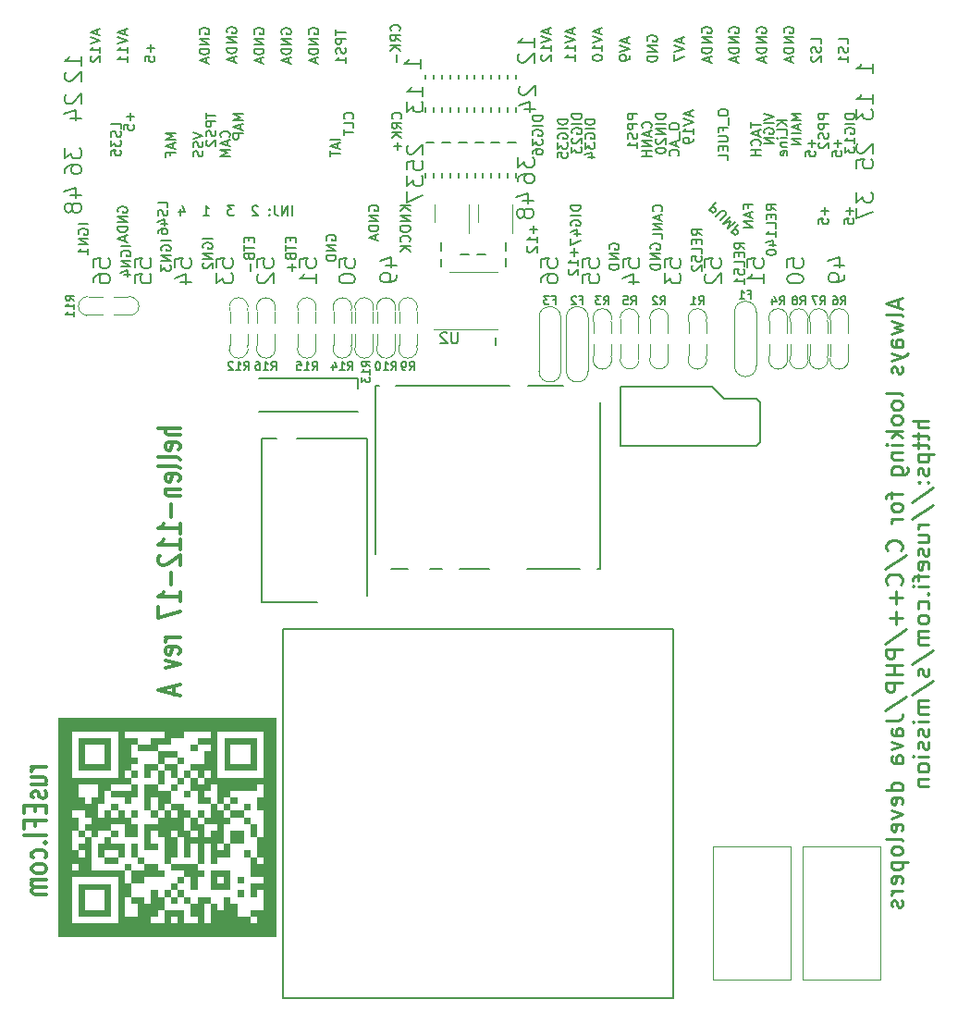
<source format=gbo>
G04 #@! TF.GenerationSoftware,KiCad,Pcbnew,7.0.7-7.0.7~ubuntu22.04.1*
G04 #@! TF.CreationDate,2023-09-10T15:24:33+00:00*
G04 #@! TF.ProjectId,hellen-112-17,68656c6c-656e-42d3-9131-322d31372e6b,B*
G04 #@! TF.SameCoordinates,Original*
G04 #@! TF.FileFunction,Legend,Bot*
G04 #@! TF.FilePolarity,Positive*
%FSLAX46Y46*%
G04 Gerber Fmt 4.6, Leading zero omitted, Abs format (unit mm)*
G04 Created by KiCad (PCBNEW 7.0.7-7.0.7~ubuntu22.04.1) date 2023-09-10 15:24:33*
%MOMM*%
%LPD*%
G01*
G04 APERTURE LIST*
%ADD10C,0.150000*%
%ADD11C,0.250000*%
%ADD12C,0.304800*%
%ADD13C,0.200000*%
%ADD14C,0.127000*%
%ADD15C,0.099060*%
%ADD16C,0.120000*%
%ADD17C,0.203200*%
G04 APERTURE END LIST*
D10*
X68908557Y85312970D02*
X68908557Y84798684D01*
X69808557Y85055827D02*
X68908557Y85055827D01*
X69551414Y84541542D02*
X69551414Y84112970D01*
X69808557Y84627256D02*
X68908557Y84327256D01*
X68908557Y84327256D02*
X69808557Y84027256D01*
X69722842Y83212970D02*
X69765700Y83255827D01*
X69765700Y83255827D02*
X69808557Y83384399D01*
X69808557Y83384399D02*
X69808557Y83470113D01*
X69808557Y83470113D02*
X69765700Y83598684D01*
X69765700Y83598684D02*
X69679985Y83684399D01*
X69679985Y83684399D02*
X69594271Y83727256D01*
X69594271Y83727256D02*
X69422842Y83770113D01*
X69422842Y83770113D02*
X69294271Y83770113D01*
X69294271Y83770113D02*
X69122842Y83727256D01*
X69122842Y83727256D02*
X69037128Y83684399D01*
X69037128Y83684399D02*
X68951414Y83598684D01*
X68951414Y83598684D02*
X68908557Y83470113D01*
X68908557Y83470113D02*
X68908557Y83384399D01*
X68908557Y83384399D02*
X68951414Y83255827D01*
X68951414Y83255827D02*
X68994271Y83212970D01*
X69808557Y82827256D02*
X68908557Y82827256D01*
X69337128Y82827256D02*
X69337128Y82312970D01*
X69808557Y82312970D02*
X68908557Y82312970D01*
X17808557Y84398685D02*
X18708557Y84098685D01*
X18708557Y84098685D02*
X17808557Y83798685D01*
X18665700Y83541542D02*
X18708557Y83412970D01*
X18708557Y83412970D02*
X18708557Y83198685D01*
X18708557Y83198685D02*
X18665700Y83112970D01*
X18665700Y83112970D02*
X18622842Y83070113D01*
X18622842Y83070113D02*
X18537128Y83027256D01*
X18537128Y83027256D02*
X18451414Y83027256D01*
X18451414Y83027256D02*
X18365700Y83070113D01*
X18365700Y83070113D02*
X18322842Y83112970D01*
X18322842Y83112970D02*
X18279985Y83198685D01*
X18279985Y83198685D02*
X18237128Y83370113D01*
X18237128Y83370113D02*
X18194271Y83455828D01*
X18194271Y83455828D02*
X18151414Y83498685D01*
X18151414Y83498685D02*
X18065700Y83541542D01*
X18065700Y83541542D02*
X17979985Y83541542D01*
X17979985Y83541542D02*
X17894271Y83498685D01*
X17894271Y83498685D02*
X17851414Y83455828D01*
X17851414Y83455828D02*
X17808557Y83370113D01*
X17808557Y83370113D02*
X17808557Y83155828D01*
X17808557Y83155828D02*
X17851414Y83027256D01*
X18665700Y82684399D02*
X18708557Y82555827D01*
X18708557Y82555827D02*
X18708557Y82341542D01*
X18708557Y82341542D02*
X18665700Y82255827D01*
X18665700Y82255827D02*
X18622842Y82212970D01*
X18622842Y82212970D02*
X18537128Y82170113D01*
X18537128Y82170113D02*
X18451414Y82170113D01*
X18451414Y82170113D02*
X18365700Y82212970D01*
X18365700Y82212970D02*
X18322842Y82255827D01*
X18322842Y82255827D02*
X18279985Y82341542D01*
X18279985Y82341542D02*
X18237128Y82512970D01*
X18237128Y82512970D02*
X18194271Y82598685D01*
X18194271Y82598685D02*
X18151414Y82641542D01*
X18151414Y82641542D02*
X18065700Y82684399D01*
X18065700Y82684399D02*
X17979985Y82684399D01*
X17979985Y82684399D02*
X17894271Y82641542D01*
X17894271Y82641542D02*
X17851414Y82598685D01*
X17851414Y82598685D02*
X17808557Y82512970D01*
X17808557Y82512970D02*
X17808557Y82298685D01*
X17808557Y82298685D02*
X17851414Y82170113D01*
X58508557Y86087031D02*
X57608557Y86087031D01*
X57608557Y86087031D02*
X57608557Y85744174D01*
X57608557Y85744174D02*
X57651414Y85658459D01*
X57651414Y85658459D02*
X57694271Y85615602D01*
X57694271Y85615602D02*
X57779985Y85572745D01*
X57779985Y85572745D02*
X57908557Y85572745D01*
X57908557Y85572745D02*
X57994271Y85615602D01*
X57994271Y85615602D02*
X58037128Y85658459D01*
X58037128Y85658459D02*
X58079985Y85744174D01*
X58079985Y85744174D02*
X58079985Y86087031D01*
X58508557Y85187031D02*
X57608557Y85187031D01*
X57608557Y85187031D02*
X57608557Y84844174D01*
X57608557Y84844174D02*
X57651414Y84758459D01*
X57651414Y84758459D02*
X57694271Y84715602D01*
X57694271Y84715602D02*
X57779985Y84672745D01*
X57779985Y84672745D02*
X57908557Y84672745D01*
X57908557Y84672745D02*
X57994271Y84715602D01*
X57994271Y84715602D02*
X58037128Y84758459D01*
X58037128Y84758459D02*
X58079985Y84844174D01*
X58079985Y84844174D02*
X58079985Y85187031D01*
X58465700Y84329888D02*
X58508557Y84201316D01*
X58508557Y84201316D02*
X58508557Y83987031D01*
X58508557Y83987031D02*
X58465700Y83901316D01*
X58465700Y83901316D02*
X58422842Y83858459D01*
X58422842Y83858459D02*
X58337128Y83815602D01*
X58337128Y83815602D02*
X58251414Y83815602D01*
X58251414Y83815602D02*
X58165700Y83858459D01*
X58165700Y83858459D02*
X58122842Y83901316D01*
X58122842Y83901316D02*
X58079985Y83987031D01*
X58079985Y83987031D02*
X58037128Y84158459D01*
X58037128Y84158459D02*
X57994271Y84244174D01*
X57994271Y84244174D02*
X57951414Y84287031D01*
X57951414Y84287031D02*
X57865700Y84329888D01*
X57865700Y84329888D02*
X57779985Y84329888D01*
X57779985Y84329888D02*
X57694271Y84287031D01*
X57694271Y84287031D02*
X57651414Y84244174D01*
X57651414Y84244174D02*
X57608557Y84158459D01*
X57608557Y84158459D02*
X57608557Y83944174D01*
X57608557Y83944174D02*
X57651414Y83815602D01*
X58508557Y82958459D02*
X58508557Y83472745D01*
X58508557Y83215602D02*
X57608557Y83215602D01*
X57608557Y83215602D02*
X57737128Y83301316D01*
X57737128Y83301316D02*
X57822842Y83387031D01*
X57822842Y83387031D02*
X57865700Y83472745D01*
X70108557Y86115602D02*
X71008557Y85815602D01*
X71008557Y85815602D02*
X70108557Y85515602D01*
X71008557Y85215602D02*
X70108557Y85215602D01*
X70151414Y84315602D02*
X70108557Y84401316D01*
X70108557Y84401316D02*
X70108557Y84529888D01*
X70108557Y84529888D02*
X70151414Y84658459D01*
X70151414Y84658459D02*
X70237128Y84744174D01*
X70237128Y84744174D02*
X70322842Y84787031D01*
X70322842Y84787031D02*
X70494271Y84829888D01*
X70494271Y84829888D02*
X70622842Y84829888D01*
X70622842Y84829888D02*
X70794271Y84787031D01*
X70794271Y84787031D02*
X70879985Y84744174D01*
X70879985Y84744174D02*
X70965700Y84658459D01*
X70965700Y84658459D02*
X71008557Y84529888D01*
X71008557Y84529888D02*
X71008557Y84444174D01*
X71008557Y84444174D02*
X70965700Y84315602D01*
X70965700Y84315602D02*
X70922842Y84272745D01*
X70922842Y84272745D02*
X70622842Y84272745D01*
X70622842Y84272745D02*
X70622842Y84444174D01*
X71008557Y83887031D02*
X70108557Y83887031D01*
X70108557Y83887031D02*
X71008557Y83372745D01*
X71008557Y83372745D02*
X70108557Y83372745D01*
X62551414Y93027257D02*
X62551414Y92598685D01*
X62808557Y93112971D02*
X61908557Y92812971D01*
X61908557Y92812971D02*
X62808557Y92512971D01*
X61908557Y92341542D02*
X62808557Y92041542D01*
X62808557Y92041542D02*
X61908557Y91741542D01*
X61908557Y91527256D02*
X61908557Y90927256D01*
X61908557Y90927256D02*
X62808557Y91312970D01*
X36722842Y93684399D02*
X36765700Y93727256D01*
X36765700Y93727256D02*
X36808557Y93855828D01*
X36808557Y93855828D02*
X36808557Y93941542D01*
X36808557Y93941542D02*
X36765700Y94070113D01*
X36765700Y94070113D02*
X36679985Y94155828D01*
X36679985Y94155828D02*
X36594271Y94198685D01*
X36594271Y94198685D02*
X36422842Y94241542D01*
X36422842Y94241542D02*
X36294271Y94241542D01*
X36294271Y94241542D02*
X36122842Y94198685D01*
X36122842Y94198685D02*
X36037128Y94155828D01*
X36037128Y94155828D02*
X35951414Y94070113D01*
X35951414Y94070113D02*
X35908557Y93941542D01*
X35908557Y93941542D02*
X35908557Y93855828D01*
X35908557Y93855828D02*
X35951414Y93727256D01*
X35951414Y93727256D02*
X35994271Y93684399D01*
X36808557Y92784399D02*
X36379985Y93084399D01*
X36808557Y93298685D02*
X35908557Y93298685D01*
X35908557Y93298685D02*
X35908557Y92955828D01*
X35908557Y92955828D02*
X35951414Y92870113D01*
X35951414Y92870113D02*
X35994271Y92827256D01*
X35994271Y92827256D02*
X36079985Y92784399D01*
X36079985Y92784399D02*
X36208557Y92784399D01*
X36208557Y92784399D02*
X36294271Y92827256D01*
X36294271Y92827256D02*
X36337128Y92870113D01*
X36337128Y92870113D02*
X36379985Y92955828D01*
X36379985Y92955828D02*
X36379985Y93298685D01*
X36808557Y92398685D02*
X35908557Y92398685D01*
X36808557Y91884399D02*
X36294271Y92270113D01*
X35908557Y91884399D02*
X36422842Y92398685D01*
X36465700Y91498685D02*
X36465700Y90812970D01*
X57551414Y93027257D02*
X57551414Y92598685D01*
X57808557Y93112971D02*
X56908557Y92812971D01*
X56908557Y92812971D02*
X57808557Y92512971D01*
X56908557Y92341542D02*
X57808557Y92041542D01*
X57808557Y92041542D02*
X56908557Y91741542D01*
X57808557Y91398685D02*
X57808557Y91227256D01*
X57808557Y91227256D02*
X57765700Y91141542D01*
X57765700Y91141542D02*
X57722842Y91098685D01*
X57722842Y91098685D02*
X57594271Y91012970D01*
X57594271Y91012970D02*
X57422842Y90970113D01*
X57422842Y90970113D02*
X57079985Y90970113D01*
X57079985Y90970113D02*
X56994271Y91012970D01*
X56994271Y91012970D02*
X56951414Y91055827D01*
X56951414Y91055827D02*
X56908557Y91141542D01*
X56908557Y91141542D02*
X56908557Y91312970D01*
X56908557Y91312970D02*
X56951414Y91398685D01*
X56951414Y91398685D02*
X56994271Y91441542D01*
X56994271Y91441542D02*
X57079985Y91484399D01*
X57079985Y91484399D02*
X57294271Y91484399D01*
X57294271Y91484399D02*
X57379985Y91441542D01*
X57379985Y91441542D02*
X57422842Y91398685D01*
X57422842Y91398685D02*
X57465700Y91312970D01*
X57465700Y91312970D02*
X57465700Y91141542D01*
X57465700Y91141542D02*
X57422842Y91055827D01*
X57422842Y91055827D02*
X57379985Y91012970D01*
X57379985Y91012970D02*
X57294271Y90970113D01*
X9051414Y93784400D02*
X9051414Y93355828D01*
X9308557Y93870114D02*
X8408557Y93570114D01*
X8408557Y93570114D02*
X9308557Y93270114D01*
X8408557Y93098685D02*
X9308557Y92798685D01*
X9308557Y92798685D02*
X8408557Y92498685D01*
X9308557Y91727256D02*
X9308557Y92241542D01*
X9308557Y91984399D02*
X8408557Y91984399D01*
X8408557Y91984399D02*
X8537128Y92070113D01*
X8537128Y92070113D02*
X8622842Y92155828D01*
X8622842Y92155828D02*
X8665700Y92241542D01*
X8494271Y91384399D02*
X8451414Y91341542D01*
X8451414Y91341542D02*
X8408557Y91255827D01*
X8408557Y91255827D02*
X8408557Y91041542D01*
X8408557Y91041542D02*
X8451414Y90955827D01*
X8451414Y90955827D02*
X8494271Y90912970D01*
X8494271Y90912970D02*
X8579985Y90870113D01*
X8579985Y90870113D02*
X8665700Y90870113D01*
X8665700Y90870113D02*
X8794271Y90912970D01*
X8794271Y90912970D02*
X9308557Y91427256D01*
X9308557Y91427256D02*
X9308557Y90870113D01*
X50351414Y93884400D02*
X50351414Y93455828D01*
X50608557Y93970114D02*
X49708557Y93670114D01*
X49708557Y93670114D02*
X50608557Y93370114D01*
X49708557Y93198685D02*
X50608557Y92898685D01*
X50608557Y92898685D02*
X49708557Y92598685D01*
X50608557Y91827256D02*
X50608557Y92341542D01*
X50608557Y92084399D02*
X49708557Y92084399D01*
X49708557Y92084399D02*
X49837128Y92170113D01*
X49837128Y92170113D02*
X49922842Y92255828D01*
X49922842Y92255828D02*
X49965700Y92341542D01*
X49794271Y91484399D02*
X49751414Y91441542D01*
X49751414Y91441542D02*
X49708557Y91355827D01*
X49708557Y91355827D02*
X49708557Y91141542D01*
X49708557Y91141542D02*
X49751414Y91055827D01*
X49751414Y91055827D02*
X49794271Y91012970D01*
X49794271Y91012970D02*
X49879985Y90970113D01*
X49879985Y90970113D02*
X49965700Y90970113D01*
X49965700Y90970113D02*
X50094271Y91012970D01*
X50094271Y91012970D02*
X50608557Y91527256D01*
X50608557Y91527256D02*
X50608557Y90970113D01*
X31308557Y83770113D02*
X30408557Y83770113D01*
X31051414Y83384399D02*
X31051414Y82955827D01*
X31308557Y83470113D02*
X30408557Y83170113D01*
X30408557Y83170113D02*
X31308557Y82870113D01*
X30408557Y82698684D02*
X30408557Y82184398D01*
X31308557Y82441541D02*
X30408557Y82441541D01*
X28451414Y93427256D02*
X28408557Y93512970D01*
X28408557Y93512970D02*
X28408557Y93641542D01*
X28408557Y93641542D02*
X28451414Y93770113D01*
X28451414Y93770113D02*
X28537128Y93855828D01*
X28537128Y93855828D02*
X28622842Y93898685D01*
X28622842Y93898685D02*
X28794271Y93941542D01*
X28794271Y93941542D02*
X28922842Y93941542D01*
X28922842Y93941542D02*
X29094271Y93898685D01*
X29094271Y93898685D02*
X29179985Y93855828D01*
X29179985Y93855828D02*
X29265700Y93770113D01*
X29265700Y93770113D02*
X29308557Y93641542D01*
X29308557Y93641542D02*
X29308557Y93555828D01*
X29308557Y93555828D02*
X29265700Y93427256D01*
X29265700Y93427256D02*
X29222842Y93384399D01*
X29222842Y93384399D02*
X28922842Y93384399D01*
X28922842Y93384399D02*
X28922842Y93555828D01*
X29308557Y92998685D02*
X28408557Y92998685D01*
X28408557Y92998685D02*
X29308557Y92484399D01*
X29308557Y92484399D02*
X28408557Y92484399D01*
X29308557Y92055828D02*
X28408557Y92055828D01*
X28408557Y92055828D02*
X28408557Y91841542D01*
X28408557Y91841542D02*
X28451414Y91712971D01*
X28451414Y91712971D02*
X28537128Y91627256D01*
X28537128Y91627256D02*
X28622842Y91584399D01*
X28622842Y91584399D02*
X28794271Y91541542D01*
X28794271Y91541542D02*
X28922842Y91541542D01*
X28922842Y91541542D02*
X29094271Y91584399D01*
X29094271Y91584399D02*
X29179985Y91627256D01*
X29179985Y91627256D02*
X29265700Y91712971D01*
X29265700Y91712971D02*
X29308557Y91841542D01*
X29308557Y91841542D02*
X29308557Y92055828D01*
X29051414Y91198685D02*
X29051414Y90770113D01*
X29308557Y91284399D02*
X28408557Y90984399D01*
X28408557Y90984399D02*
X29308557Y90684399D01*
X54608557Y85627256D02*
X53708557Y85627256D01*
X53708557Y85627256D02*
X53708557Y85412970D01*
X53708557Y85412970D02*
X53751414Y85284399D01*
X53751414Y85284399D02*
X53837128Y85198684D01*
X53837128Y85198684D02*
X53922842Y85155827D01*
X53922842Y85155827D02*
X54094271Y85112970D01*
X54094271Y85112970D02*
X54222842Y85112970D01*
X54222842Y85112970D02*
X54394271Y85155827D01*
X54394271Y85155827D02*
X54479985Y85198684D01*
X54479985Y85198684D02*
X54565700Y85284399D01*
X54565700Y85284399D02*
X54608557Y85412970D01*
X54608557Y85412970D02*
X54608557Y85627256D01*
X54608557Y84727256D02*
X53708557Y84727256D01*
X53751414Y83827256D02*
X53708557Y83912970D01*
X53708557Y83912970D02*
X53708557Y84041542D01*
X53708557Y84041542D02*
X53751414Y84170113D01*
X53751414Y84170113D02*
X53837128Y84255828D01*
X53837128Y84255828D02*
X53922842Y84298685D01*
X53922842Y84298685D02*
X54094271Y84341542D01*
X54094271Y84341542D02*
X54222842Y84341542D01*
X54222842Y84341542D02*
X54394271Y84298685D01*
X54394271Y84298685D02*
X54479985Y84255828D01*
X54479985Y84255828D02*
X54565700Y84170113D01*
X54565700Y84170113D02*
X54608557Y84041542D01*
X54608557Y84041542D02*
X54608557Y83955828D01*
X54608557Y83955828D02*
X54565700Y83827256D01*
X54565700Y83827256D02*
X54522842Y83784399D01*
X54522842Y83784399D02*
X54222842Y83784399D01*
X54222842Y83784399D02*
X54222842Y83955828D01*
X53708557Y83484399D02*
X53708557Y82927256D01*
X53708557Y82927256D02*
X54051414Y83227256D01*
X54051414Y83227256D02*
X54051414Y83098685D01*
X54051414Y83098685D02*
X54094271Y83012970D01*
X54094271Y83012970D02*
X54137128Y82970113D01*
X54137128Y82970113D02*
X54222842Y82927256D01*
X54222842Y82927256D02*
X54437128Y82927256D01*
X54437128Y82927256D02*
X54522842Y82970113D01*
X54522842Y82970113D02*
X54565700Y83012970D01*
X54565700Y83012970D02*
X54608557Y83098685D01*
X54608557Y83098685D02*
X54608557Y83355828D01*
X54608557Y83355828D02*
X54565700Y83441542D01*
X54565700Y83441542D02*
X54522842Y83484399D01*
X54008557Y82155827D02*
X54608557Y82155827D01*
X53665700Y82370113D02*
X54308557Y82584399D01*
X54308557Y82584399D02*
X54308557Y82027256D01*
X75308557Y92498684D02*
X75308557Y92927256D01*
X75308557Y92927256D02*
X74408557Y92927256D01*
X75265700Y92241542D02*
X75308557Y92112970D01*
X75308557Y92112970D02*
X75308557Y91898685D01*
X75308557Y91898685D02*
X75265700Y91812970D01*
X75265700Y91812970D02*
X75222842Y91770113D01*
X75222842Y91770113D02*
X75137128Y91727256D01*
X75137128Y91727256D02*
X75051414Y91727256D01*
X75051414Y91727256D02*
X74965700Y91770113D01*
X74965700Y91770113D02*
X74922842Y91812970D01*
X74922842Y91812970D02*
X74879985Y91898685D01*
X74879985Y91898685D02*
X74837128Y92070113D01*
X74837128Y92070113D02*
X74794271Y92155828D01*
X74794271Y92155828D02*
X74751414Y92198685D01*
X74751414Y92198685D02*
X74665700Y92241542D01*
X74665700Y92241542D02*
X74579985Y92241542D01*
X74579985Y92241542D02*
X74494271Y92198685D01*
X74494271Y92198685D02*
X74451414Y92155828D01*
X74451414Y92155828D02*
X74408557Y92070113D01*
X74408557Y92070113D02*
X74408557Y91855828D01*
X74408557Y91855828D02*
X74451414Y91727256D01*
X74494271Y91384399D02*
X74451414Y91341542D01*
X74451414Y91341542D02*
X74408557Y91255827D01*
X74408557Y91255827D02*
X74408557Y91041542D01*
X74408557Y91041542D02*
X74451414Y90955827D01*
X74451414Y90955827D02*
X74494271Y90912970D01*
X74494271Y90912970D02*
X74579985Y90870113D01*
X74579985Y90870113D02*
X74665700Y90870113D01*
X74665700Y90870113D02*
X74794271Y90912970D01*
X74794271Y90912970D02*
X75308557Y91427256D01*
X75308557Y91427256D02*
X75308557Y90870113D01*
X64408557Y74972745D02*
X63979985Y75272745D01*
X64408557Y75487031D02*
X63508557Y75487031D01*
X63508557Y75487031D02*
X63508557Y75144174D01*
X63508557Y75144174D02*
X63551414Y75058459D01*
X63551414Y75058459D02*
X63594271Y75015602D01*
X63594271Y75015602D02*
X63679985Y74972745D01*
X63679985Y74972745D02*
X63808557Y74972745D01*
X63808557Y74972745D02*
X63894271Y75015602D01*
X63894271Y75015602D02*
X63937128Y75058459D01*
X63937128Y75058459D02*
X63979985Y75144174D01*
X63979985Y75144174D02*
X63979985Y75487031D01*
X63937128Y74587031D02*
X63937128Y74287031D01*
X64408557Y74158459D02*
X64408557Y74587031D01*
X64408557Y74587031D02*
X63508557Y74587031D01*
X63508557Y74587031D02*
X63508557Y74158459D01*
X64408557Y73344173D02*
X64408557Y73772745D01*
X64408557Y73772745D02*
X63508557Y73772745D01*
X63508557Y72615602D02*
X63508557Y73044174D01*
X63508557Y73044174D02*
X63937128Y73087031D01*
X63937128Y73087031D02*
X63894271Y73044174D01*
X63894271Y73044174D02*
X63851414Y72958459D01*
X63851414Y72958459D02*
X63851414Y72744174D01*
X63851414Y72744174D02*
X63894271Y72658459D01*
X63894271Y72658459D02*
X63937128Y72615602D01*
X63937128Y72615602D02*
X64022842Y72572745D01*
X64022842Y72572745D02*
X64237128Y72572745D01*
X64237128Y72572745D02*
X64322842Y72615602D01*
X64322842Y72615602D02*
X64365700Y72658459D01*
X64365700Y72658459D02*
X64408557Y72744174D01*
X64408557Y72744174D02*
X64408557Y72958459D01*
X64408557Y72958459D02*
X64365700Y73044174D01*
X64365700Y73044174D02*
X64322842Y73087031D01*
X63594271Y72229888D02*
X63551414Y72187031D01*
X63551414Y72187031D02*
X63508557Y72101316D01*
X63508557Y72101316D02*
X63508557Y71887031D01*
X63508557Y71887031D02*
X63551414Y71801316D01*
X63551414Y71801316D02*
X63594271Y71758459D01*
X63594271Y71758459D02*
X63679985Y71715602D01*
X63679985Y71715602D02*
X63765700Y71715602D01*
X63765700Y71715602D02*
X63894271Y71758459D01*
X63894271Y71758459D02*
X64408557Y72272745D01*
X64408557Y72272745D02*
X64408557Y71715602D01*
X59451414Y92755827D02*
X59408557Y92841541D01*
X59408557Y92841541D02*
X59408557Y92970113D01*
X59408557Y92970113D02*
X59451414Y93098684D01*
X59451414Y93098684D02*
X59537128Y93184399D01*
X59537128Y93184399D02*
X59622842Y93227256D01*
X59622842Y93227256D02*
X59794271Y93270113D01*
X59794271Y93270113D02*
X59922842Y93270113D01*
X59922842Y93270113D02*
X60094271Y93227256D01*
X60094271Y93227256D02*
X60179985Y93184399D01*
X60179985Y93184399D02*
X60265700Y93098684D01*
X60265700Y93098684D02*
X60308557Y92970113D01*
X60308557Y92970113D02*
X60308557Y92884399D01*
X60308557Y92884399D02*
X60265700Y92755827D01*
X60265700Y92755827D02*
X60222842Y92712970D01*
X60222842Y92712970D02*
X59922842Y92712970D01*
X59922842Y92712970D02*
X59922842Y92884399D01*
X60308557Y92327256D02*
X59408557Y92327256D01*
X59408557Y92327256D02*
X60308557Y91812970D01*
X60308557Y91812970D02*
X59408557Y91812970D01*
X60308557Y91384399D02*
X59408557Y91384399D01*
X59408557Y91384399D02*
X59408557Y91170113D01*
X59408557Y91170113D02*
X59451414Y91041542D01*
X59451414Y91041542D02*
X59537128Y90955827D01*
X59537128Y90955827D02*
X59622842Y90912970D01*
X59622842Y90912970D02*
X59794271Y90870113D01*
X59794271Y90870113D02*
X59922842Y90870113D01*
X59922842Y90870113D02*
X60094271Y90912970D01*
X60094271Y90912970D02*
X60179985Y90955827D01*
X60179985Y90955827D02*
X60265700Y91041542D01*
X60265700Y91041542D02*
X60308557Y91170113D01*
X60308557Y91170113D02*
X60308557Y91384399D01*
X72208557Y85527256D02*
X71308557Y85527256D01*
X72208557Y85012970D02*
X71694271Y85398684D01*
X71308557Y85012970D02*
X71822842Y85527256D01*
X72208557Y84198684D02*
X72208557Y84627256D01*
X72208557Y84627256D02*
X71308557Y84627256D01*
X72208557Y83898685D02*
X71608557Y83898685D01*
X71308557Y83898685D02*
X71351414Y83941542D01*
X71351414Y83941542D02*
X71394271Y83898685D01*
X71394271Y83898685D02*
X71351414Y83855828D01*
X71351414Y83855828D02*
X71308557Y83898685D01*
X71308557Y83898685D02*
X71394271Y83898685D01*
X71608557Y83470114D02*
X72208557Y83470114D01*
X71694271Y83470114D02*
X71651414Y83427257D01*
X71651414Y83427257D02*
X71608557Y83341542D01*
X71608557Y83341542D02*
X71608557Y83212971D01*
X71608557Y83212971D02*
X71651414Y83127257D01*
X71651414Y83127257D02*
X71737128Y83084399D01*
X71737128Y83084399D02*
X72208557Y83084399D01*
X72165700Y82312971D02*
X72208557Y82398685D01*
X72208557Y82398685D02*
X72208557Y82570113D01*
X72208557Y82570113D02*
X72165700Y82655828D01*
X72165700Y82655828D02*
X72079985Y82698685D01*
X72079985Y82698685D02*
X71737128Y82698685D01*
X71737128Y82698685D02*
X71651414Y82655828D01*
X71651414Y82655828D02*
X71608557Y82570113D01*
X71608557Y82570113D02*
X71608557Y82398685D01*
X71608557Y82398685D02*
X71651414Y82312971D01*
X71651414Y82312971D02*
X71737128Y82270113D01*
X71737128Y82270113D02*
X71822842Y82270113D01*
X71822842Y82270113D02*
X71908557Y82698685D01*
D11*
X82344857Y69121429D02*
X82344857Y68407143D01*
X82773428Y69264286D02*
X81273428Y68764286D01*
X81273428Y68764286D02*
X82773428Y68264286D01*
X82773428Y67550001D02*
X82702000Y67692858D01*
X82702000Y67692858D02*
X82559142Y67764287D01*
X82559142Y67764287D02*
X81273428Y67764287D01*
X81773428Y67121430D02*
X82773428Y66835715D01*
X82773428Y66835715D02*
X82059142Y66550001D01*
X82059142Y66550001D02*
X82773428Y66264287D01*
X82773428Y66264287D02*
X81773428Y65978573D01*
X82773428Y64764286D02*
X81987714Y64764286D01*
X81987714Y64764286D02*
X81844857Y64835715D01*
X81844857Y64835715D02*
X81773428Y64978572D01*
X81773428Y64978572D02*
X81773428Y65264286D01*
X81773428Y65264286D02*
X81844857Y65407144D01*
X82702000Y64764286D02*
X82773428Y64907144D01*
X82773428Y64907144D02*
X82773428Y65264286D01*
X82773428Y65264286D02*
X82702000Y65407144D01*
X82702000Y65407144D02*
X82559142Y65478572D01*
X82559142Y65478572D02*
X82416285Y65478572D01*
X82416285Y65478572D02*
X82273428Y65407144D01*
X82273428Y65407144D02*
X82202000Y65264286D01*
X82202000Y65264286D02*
X82202000Y64907144D01*
X82202000Y64907144D02*
X82130571Y64764286D01*
X81773428Y64192858D02*
X82773428Y63835715D01*
X81773428Y63478572D02*
X82773428Y63835715D01*
X82773428Y63835715D02*
X83130571Y63978572D01*
X83130571Y63978572D02*
X83202000Y64050001D01*
X83202000Y64050001D02*
X83273428Y64192858D01*
X82702000Y62978572D02*
X82773428Y62835715D01*
X82773428Y62835715D02*
X82773428Y62550001D01*
X82773428Y62550001D02*
X82702000Y62407144D01*
X82702000Y62407144D02*
X82559142Y62335715D01*
X82559142Y62335715D02*
X82487714Y62335715D01*
X82487714Y62335715D02*
X82344857Y62407144D01*
X82344857Y62407144D02*
X82273428Y62550001D01*
X82273428Y62550001D02*
X82273428Y62764286D01*
X82273428Y62764286D02*
X82202000Y62907144D01*
X82202000Y62907144D02*
X82059142Y62978572D01*
X82059142Y62978572D02*
X81987714Y62978572D01*
X81987714Y62978572D02*
X81844857Y62907144D01*
X81844857Y62907144D02*
X81773428Y62764286D01*
X81773428Y62764286D02*
X81773428Y62550001D01*
X81773428Y62550001D02*
X81844857Y62407144D01*
X82773428Y60335715D02*
X82702000Y60478572D01*
X82702000Y60478572D02*
X82559142Y60550001D01*
X82559142Y60550001D02*
X81273428Y60550001D01*
X82773428Y59550001D02*
X82702000Y59692858D01*
X82702000Y59692858D02*
X82630571Y59764287D01*
X82630571Y59764287D02*
X82487714Y59835715D01*
X82487714Y59835715D02*
X82059142Y59835715D01*
X82059142Y59835715D02*
X81916285Y59764287D01*
X81916285Y59764287D02*
X81844857Y59692858D01*
X81844857Y59692858D02*
X81773428Y59550001D01*
X81773428Y59550001D02*
X81773428Y59335715D01*
X81773428Y59335715D02*
X81844857Y59192858D01*
X81844857Y59192858D02*
X81916285Y59121429D01*
X81916285Y59121429D02*
X82059142Y59050001D01*
X82059142Y59050001D02*
X82487714Y59050001D01*
X82487714Y59050001D02*
X82630571Y59121429D01*
X82630571Y59121429D02*
X82702000Y59192858D01*
X82702000Y59192858D02*
X82773428Y59335715D01*
X82773428Y59335715D02*
X82773428Y59550001D01*
X82773428Y58192858D02*
X82702000Y58335715D01*
X82702000Y58335715D02*
X82630571Y58407144D01*
X82630571Y58407144D02*
X82487714Y58478572D01*
X82487714Y58478572D02*
X82059142Y58478572D01*
X82059142Y58478572D02*
X81916285Y58407144D01*
X81916285Y58407144D02*
X81844857Y58335715D01*
X81844857Y58335715D02*
X81773428Y58192858D01*
X81773428Y58192858D02*
X81773428Y57978572D01*
X81773428Y57978572D02*
X81844857Y57835715D01*
X81844857Y57835715D02*
X81916285Y57764286D01*
X81916285Y57764286D02*
X82059142Y57692858D01*
X82059142Y57692858D02*
X82487714Y57692858D01*
X82487714Y57692858D02*
X82630571Y57764286D01*
X82630571Y57764286D02*
X82702000Y57835715D01*
X82702000Y57835715D02*
X82773428Y57978572D01*
X82773428Y57978572D02*
X82773428Y58192858D01*
X82773428Y57050001D02*
X81273428Y57050001D01*
X82202000Y56907143D02*
X82773428Y56478572D01*
X81773428Y56478572D02*
X82344857Y57050001D01*
X82773428Y55835715D02*
X81773428Y55835715D01*
X81273428Y55835715D02*
X81344857Y55907143D01*
X81344857Y55907143D02*
X81416285Y55835715D01*
X81416285Y55835715D02*
X81344857Y55764286D01*
X81344857Y55764286D02*
X81273428Y55835715D01*
X81273428Y55835715D02*
X81416285Y55835715D01*
X81773428Y55121429D02*
X82773428Y55121429D01*
X81916285Y55121429D02*
X81844857Y55050000D01*
X81844857Y55050000D02*
X81773428Y54907143D01*
X81773428Y54907143D02*
X81773428Y54692857D01*
X81773428Y54692857D02*
X81844857Y54550000D01*
X81844857Y54550000D02*
X81987714Y54478571D01*
X81987714Y54478571D02*
X82773428Y54478571D01*
X81773428Y53121428D02*
X82987714Y53121428D01*
X82987714Y53121428D02*
X83130571Y53192857D01*
X83130571Y53192857D02*
X83202000Y53264286D01*
X83202000Y53264286D02*
X83273428Y53407143D01*
X83273428Y53407143D02*
X83273428Y53621428D01*
X83273428Y53621428D02*
X83202000Y53764286D01*
X82702000Y53121428D02*
X82773428Y53264286D01*
X82773428Y53264286D02*
X82773428Y53550000D01*
X82773428Y53550000D02*
X82702000Y53692857D01*
X82702000Y53692857D02*
X82630571Y53764286D01*
X82630571Y53764286D02*
X82487714Y53835714D01*
X82487714Y53835714D02*
X82059142Y53835714D01*
X82059142Y53835714D02*
X81916285Y53764286D01*
X81916285Y53764286D02*
X81844857Y53692857D01*
X81844857Y53692857D02*
X81773428Y53550000D01*
X81773428Y53550000D02*
X81773428Y53264286D01*
X81773428Y53264286D02*
X81844857Y53121428D01*
X81773428Y51478571D02*
X81773428Y50907143D01*
X82773428Y51264286D02*
X81487714Y51264286D01*
X81487714Y51264286D02*
X81344857Y51192857D01*
X81344857Y51192857D02*
X81273428Y51050000D01*
X81273428Y51050000D02*
X81273428Y50907143D01*
X82773428Y50192857D02*
X82702000Y50335714D01*
X82702000Y50335714D02*
X82630571Y50407143D01*
X82630571Y50407143D02*
X82487714Y50478571D01*
X82487714Y50478571D02*
X82059142Y50478571D01*
X82059142Y50478571D02*
X81916285Y50407143D01*
X81916285Y50407143D02*
X81844857Y50335714D01*
X81844857Y50335714D02*
X81773428Y50192857D01*
X81773428Y50192857D02*
X81773428Y49978571D01*
X81773428Y49978571D02*
X81844857Y49835714D01*
X81844857Y49835714D02*
X81916285Y49764285D01*
X81916285Y49764285D02*
X82059142Y49692857D01*
X82059142Y49692857D02*
X82487714Y49692857D01*
X82487714Y49692857D02*
X82630571Y49764285D01*
X82630571Y49764285D02*
X82702000Y49835714D01*
X82702000Y49835714D02*
X82773428Y49978571D01*
X82773428Y49978571D02*
X82773428Y50192857D01*
X82773428Y49050000D02*
X81773428Y49050000D01*
X82059142Y49050000D02*
X81916285Y48978571D01*
X81916285Y48978571D02*
X81844857Y48907142D01*
X81844857Y48907142D02*
X81773428Y48764285D01*
X81773428Y48764285D02*
X81773428Y48621428D01*
X82630571Y46121429D02*
X82702000Y46192857D01*
X82702000Y46192857D02*
X82773428Y46407143D01*
X82773428Y46407143D02*
X82773428Y46550000D01*
X82773428Y46550000D02*
X82702000Y46764286D01*
X82702000Y46764286D02*
X82559142Y46907143D01*
X82559142Y46907143D02*
X82416285Y46978572D01*
X82416285Y46978572D02*
X82130571Y47050000D01*
X82130571Y47050000D02*
X81916285Y47050000D01*
X81916285Y47050000D02*
X81630571Y46978572D01*
X81630571Y46978572D02*
X81487714Y46907143D01*
X81487714Y46907143D02*
X81344857Y46764286D01*
X81344857Y46764286D02*
X81273428Y46550000D01*
X81273428Y46550000D02*
X81273428Y46407143D01*
X81273428Y46407143D02*
X81344857Y46192857D01*
X81344857Y46192857D02*
X81416285Y46121429D01*
X81202000Y44407143D02*
X83130571Y45692857D01*
X82630571Y43050000D02*
X82702000Y43121428D01*
X82702000Y43121428D02*
X82773428Y43335714D01*
X82773428Y43335714D02*
X82773428Y43478571D01*
X82773428Y43478571D02*
X82702000Y43692857D01*
X82702000Y43692857D02*
X82559142Y43835714D01*
X82559142Y43835714D02*
X82416285Y43907143D01*
X82416285Y43907143D02*
X82130571Y43978571D01*
X82130571Y43978571D02*
X81916285Y43978571D01*
X81916285Y43978571D02*
X81630571Y43907143D01*
X81630571Y43907143D02*
X81487714Y43835714D01*
X81487714Y43835714D02*
X81344857Y43692857D01*
X81344857Y43692857D02*
X81273428Y43478571D01*
X81273428Y43478571D02*
X81273428Y43335714D01*
X81273428Y43335714D02*
X81344857Y43121428D01*
X81344857Y43121428D02*
X81416285Y43050000D01*
X82202000Y42407143D02*
X82202000Y41264285D01*
X82773428Y41835714D02*
X81630571Y41835714D01*
X82202000Y40550000D02*
X82202000Y39407142D01*
X82773428Y39978571D02*
X81630571Y39978571D01*
X81202000Y37621428D02*
X83130571Y38907142D01*
X82773428Y37121428D02*
X81273428Y37121428D01*
X81273428Y37121428D02*
X81273428Y36549999D01*
X81273428Y36549999D02*
X81344857Y36407142D01*
X81344857Y36407142D02*
X81416285Y36335713D01*
X81416285Y36335713D02*
X81559142Y36264285D01*
X81559142Y36264285D02*
X81773428Y36264285D01*
X81773428Y36264285D02*
X81916285Y36335713D01*
X81916285Y36335713D02*
X81987714Y36407142D01*
X81987714Y36407142D02*
X82059142Y36549999D01*
X82059142Y36549999D02*
X82059142Y37121428D01*
X82773428Y35621428D02*
X81273428Y35621428D01*
X81987714Y35621428D02*
X81987714Y34764285D01*
X82773428Y34764285D02*
X81273428Y34764285D01*
X82773428Y34049999D02*
X81273428Y34049999D01*
X81273428Y34049999D02*
X81273428Y33478570D01*
X81273428Y33478570D02*
X81344857Y33335713D01*
X81344857Y33335713D02*
X81416285Y33264284D01*
X81416285Y33264284D02*
X81559142Y33192856D01*
X81559142Y33192856D02*
X81773428Y33192856D01*
X81773428Y33192856D02*
X81916285Y33264284D01*
X81916285Y33264284D02*
X81987714Y33335713D01*
X81987714Y33335713D02*
X82059142Y33478570D01*
X82059142Y33478570D02*
X82059142Y34049999D01*
X81202000Y31478570D02*
X83130571Y32764284D01*
X81273428Y30549998D02*
X82344857Y30549998D01*
X82344857Y30549998D02*
X82559142Y30621427D01*
X82559142Y30621427D02*
X82702000Y30764284D01*
X82702000Y30764284D02*
X82773428Y30978570D01*
X82773428Y30978570D02*
X82773428Y31121427D01*
X82773428Y29192855D02*
X81987714Y29192855D01*
X81987714Y29192855D02*
X81844857Y29264284D01*
X81844857Y29264284D02*
X81773428Y29407141D01*
X81773428Y29407141D02*
X81773428Y29692855D01*
X81773428Y29692855D02*
X81844857Y29835713D01*
X82702000Y29192855D02*
X82773428Y29335713D01*
X82773428Y29335713D02*
X82773428Y29692855D01*
X82773428Y29692855D02*
X82702000Y29835713D01*
X82702000Y29835713D02*
X82559142Y29907141D01*
X82559142Y29907141D02*
X82416285Y29907141D01*
X82416285Y29907141D02*
X82273428Y29835713D01*
X82273428Y29835713D02*
X82202000Y29692855D01*
X82202000Y29692855D02*
X82202000Y29335713D01*
X82202000Y29335713D02*
X82130571Y29192855D01*
X81773428Y28621427D02*
X82773428Y28264284D01*
X82773428Y28264284D02*
X81773428Y27907141D01*
X82773428Y26692855D02*
X81987714Y26692855D01*
X81987714Y26692855D02*
X81844857Y26764284D01*
X81844857Y26764284D02*
X81773428Y26907141D01*
X81773428Y26907141D02*
X81773428Y27192855D01*
X81773428Y27192855D02*
X81844857Y27335713D01*
X82702000Y26692855D02*
X82773428Y26835713D01*
X82773428Y26835713D02*
X82773428Y27192855D01*
X82773428Y27192855D02*
X82702000Y27335713D01*
X82702000Y27335713D02*
X82559142Y27407141D01*
X82559142Y27407141D02*
X82416285Y27407141D01*
X82416285Y27407141D02*
X82273428Y27335713D01*
X82273428Y27335713D02*
X82202000Y27192855D01*
X82202000Y27192855D02*
X82202000Y26835713D01*
X82202000Y26835713D02*
X82130571Y26692855D01*
X82773428Y24192855D02*
X81273428Y24192855D01*
X82702000Y24192855D02*
X82773428Y24335713D01*
X82773428Y24335713D02*
X82773428Y24621427D01*
X82773428Y24621427D02*
X82702000Y24764284D01*
X82702000Y24764284D02*
X82630571Y24835713D01*
X82630571Y24835713D02*
X82487714Y24907141D01*
X82487714Y24907141D02*
X82059142Y24907141D01*
X82059142Y24907141D02*
X81916285Y24835713D01*
X81916285Y24835713D02*
X81844857Y24764284D01*
X81844857Y24764284D02*
X81773428Y24621427D01*
X81773428Y24621427D02*
X81773428Y24335713D01*
X81773428Y24335713D02*
X81844857Y24192855D01*
X82702000Y22907141D02*
X82773428Y23049998D01*
X82773428Y23049998D02*
X82773428Y23335712D01*
X82773428Y23335712D02*
X82702000Y23478570D01*
X82702000Y23478570D02*
X82559142Y23549998D01*
X82559142Y23549998D02*
X81987714Y23549998D01*
X81987714Y23549998D02*
X81844857Y23478570D01*
X81844857Y23478570D02*
X81773428Y23335712D01*
X81773428Y23335712D02*
X81773428Y23049998D01*
X81773428Y23049998D02*
X81844857Y22907141D01*
X81844857Y22907141D02*
X81987714Y22835712D01*
X81987714Y22835712D02*
X82130571Y22835712D01*
X82130571Y22835712D02*
X82273428Y23549998D01*
X81773428Y22335713D02*
X82773428Y21978570D01*
X82773428Y21978570D02*
X81773428Y21621427D01*
X82702000Y20478570D02*
X82773428Y20621427D01*
X82773428Y20621427D02*
X82773428Y20907141D01*
X82773428Y20907141D02*
X82702000Y21049999D01*
X82702000Y21049999D02*
X82559142Y21121427D01*
X82559142Y21121427D02*
X81987714Y21121427D01*
X81987714Y21121427D02*
X81844857Y21049999D01*
X81844857Y21049999D02*
X81773428Y20907141D01*
X81773428Y20907141D02*
X81773428Y20621427D01*
X81773428Y20621427D02*
X81844857Y20478570D01*
X81844857Y20478570D02*
X81987714Y20407141D01*
X81987714Y20407141D02*
X82130571Y20407141D01*
X82130571Y20407141D02*
X82273428Y21121427D01*
X82773428Y19549999D02*
X82702000Y19692856D01*
X82702000Y19692856D02*
X82559142Y19764285D01*
X82559142Y19764285D02*
X81273428Y19764285D01*
X82773428Y18764285D02*
X82702000Y18907142D01*
X82702000Y18907142D02*
X82630571Y18978571D01*
X82630571Y18978571D02*
X82487714Y19049999D01*
X82487714Y19049999D02*
X82059142Y19049999D01*
X82059142Y19049999D02*
X81916285Y18978571D01*
X81916285Y18978571D02*
X81844857Y18907142D01*
X81844857Y18907142D02*
X81773428Y18764285D01*
X81773428Y18764285D02*
X81773428Y18549999D01*
X81773428Y18549999D02*
X81844857Y18407142D01*
X81844857Y18407142D02*
X81916285Y18335713D01*
X81916285Y18335713D02*
X82059142Y18264285D01*
X82059142Y18264285D02*
X82487714Y18264285D01*
X82487714Y18264285D02*
X82630571Y18335713D01*
X82630571Y18335713D02*
X82702000Y18407142D01*
X82702000Y18407142D02*
X82773428Y18549999D01*
X82773428Y18549999D02*
X82773428Y18764285D01*
X81773428Y17621428D02*
X83273428Y17621428D01*
X81844857Y17621428D02*
X81773428Y17478570D01*
X81773428Y17478570D02*
X81773428Y17192856D01*
X81773428Y17192856D02*
X81844857Y17049999D01*
X81844857Y17049999D02*
X81916285Y16978570D01*
X81916285Y16978570D02*
X82059142Y16907142D01*
X82059142Y16907142D02*
X82487714Y16907142D01*
X82487714Y16907142D02*
X82630571Y16978570D01*
X82630571Y16978570D02*
X82702000Y17049999D01*
X82702000Y17049999D02*
X82773428Y17192856D01*
X82773428Y17192856D02*
X82773428Y17478570D01*
X82773428Y17478570D02*
X82702000Y17621428D01*
X82702000Y15692856D02*
X82773428Y15835713D01*
X82773428Y15835713D02*
X82773428Y16121427D01*
X82773428Y16121427D02*
X82702000Y16264285D01*
X82702000Y16264285D02*
X82559142Y16335713D01*
X82559142Y16335713D02*
X81987714Y16335713D01*
X81987714Y16335713D02*
X81844857Y16264285D01*
X81844857Y16264285D02*
X81773428Y16121427D01*
X81773428Y16121427D02*
X81773428Y15835713D01*
X81773428Y15835713D02*
X81844857Y15692856D01*
X81844857Y15692856D02*
X81987714Y15621427D01*
X81987714Y15621427D02*
X82130571Y15621427D01*
X82130571Y15621427D02*
X82273428Y16335713D01*
X82773428Y14978571D02*
X81773428Y14978571D01*
X82059142Y14978571D02*
X81916285Y14907142D01*
X81916285Y14907142D02*
X81844857Y14835713D01*
X81844857Y14835713D02*
X81773428Y14692856D01*
X81773428Y14692856D02*
X81773428Y14549999D01*
X82702000Y14121428D02*
X82773428Y13978571D01*
X82773428Y13978571D02*
X82773428Y13692857D01*
X82773428Y13692857D02*
X82702000Y13550000D01*
X82702000Y13550000D02*
X82559142Y13478571D01*
X82559142Y13478571D02*
X82487714Y13478571D01*
X82487714Y13478571D02*
X82344857Y13550000D01*
X82344857Y13550000D02*
X82273428Y13692857D01*
X82273428Y13692857D02*
X82273428Y13907142D01*
X82273428Y13907142D02*
X82202000Y14050000D01*
X82202000Y14050000D02*
X82059142Y14121428D01*
X82059142Y14121428D02*
X81987714Y14121428D01*
X81987714Y14121428D02*
X81844857Y14050000D01*
X81844857Y14050000D02*
X81773428Y13907142D01*
X81773428Y13907142D02*
X81773428Y13692857D01*
X81773428Y13692857D02*
X81844857Y13550000D01*
X85188428Y58014289D02*
X83688428Y58014289D01*
X85188428Y57371431D02*
X84402714Y57371431D01*
X84402714Y57371431D02*
X84259857Y57442860D01*
X84259857Y57442860D02*
X84188428Y57585717D01*
X84188428Y57585717D02*
X84188428Y57800003D01*
X84188428Y57800003D02*
X84259857Y57942860D01*
X84259857Y57942860D02*
X84331285Y58014289D01*
X84188428Y56871431D02*
X84188428Y56300003D01*
X83688428Y56657146D02*
X84974142Y56657146D01*
X84974142Y56657146D02*
X85117000Y56585717D01*
X85117000Y56585717D02*
X85188428Y56442860D01*
X85188428Y56442860D02*
X85188428Y56300003D01*
X84188428Y56014288D02*
X84188428Y55442860D01*
X83688428Y55800003D02*
X84974142Y55800003D01*
X84974142Y55800003D02*
X85117000Y55728574D01*
X85117000Y55728574D02*
X85188428Y55585717D01*
X85188428Y55585717D02*
X85188428Y55442860D01*
X84188428Y54942860D02*
X85688428Y54942860D01*
X84259857Y54942860D02*
X84188428Y54800002D01*
X84188428Y54800002D02*
X84188428Y54514288D01*
X84188428Y54514288D02*
X84259857Y54371431D01*
X84259857Y54371431D02*
X84331285Y54300002D01*
X84331285Y54300002D02*
X84474142Y54228574D01*
X84474142Y54228574D02*
X84902714Y54228574D01*
X84902714Y54228574D02*
X85045571Y54300002D01*
X85045571Y54300002D02*
X85117000Y54371431D01*
X85117000Y54371431D02*
X85188428Y54514288D01*
X85188428Y54514288D02*
X85188428Y54800002D01*
X85188428Y54800002D02*
X85117000Y54942860D01*
X85117000Y53657145D02*
X85188428Y53514288D01*
X85188428Y53514288D02*
X85188428Y53228574D01*
X85188428Y53228574D02*
X85117000Y53085717D01*
X85117000Y53085717D02*
X84974142Y53014288D01*
X84974142Y53014288D02*
X84902714Y53014288D01*
X84902714Y53014288D02*
X84759857Y53085717D01*
X84759857Y53085717D02*
X84688428Y53228574D01*
X84688428Y53228574D02*
X84688428Y53442859D01*
X84688428Y53442859D02*
X84617000Y53585717D01*
X84617000Y53585717D02*
X84474142Y53657145D01*
X84474142Y53657145D02*
X84402714Y53657145D01*
X84402714Y53657145D02*
X84259857Y53585717D01*
X84259857Y53585717D02*
X84188428Y53442859D01*
X84188428Y53442859D02*
X84188428Y53228574D01*
X84188428Y53228574D02*
X84259857Y53085717D01*
X85045571Y52371431D02*
X85117000Y52300002D01*
X85117000Y52300002D02*
X85188428Y52371431D01*
X85188428Y52371431D02*
X85117000Y52442859D01*
X85117000Y52442859D02*
X85045571Y52371431D01*
X85045571Y52371431D02*
X85188428Y52371431D01*
X84259857Y52371431D02*
X84331285Y52300002D01*
X84331285Y52300002D02*
X84402714Y52371431D01*
X84402714Y52371431D02*
X84331285Y52442859D01*
X84331285Y52442859D02*
X84259857Y52371431D01*
X84259857Y52371431D02*
X84402714Y52371431D01*
X83617000Y50585716D02*
X85545571Y51871430D01*
X83617000Y49014287D02*
X85545571Y50300001D01*
X85188428Y48514287D02*
X84188428Y48514287D01*
X84474142Y48514287D02*
X84331285Y48442858D01*
X84331285Y48442858D02*
X84259857Y48371429D01*
X84259857Y48371429D02*
X84188428Y48228572D01*
X84188428Y48228572D02*
X84188428Y48085715D01*
X84188428Y46942858D02*
X85188428Y46942858D01*
X84188428Y47585716D02*
X84974142Y47585716D01*
X84974142Y47585716D02*
X85117000Y47514287D01*
X85117000Y47514287D02*
X85188428Y47371430D01*
X85188428Y47371430D02*
X85188428Y47157144D01*
X85188428Y47157144D02*
X85117000Y47014287D01*
X85117000Y47014287D02*
X85045571Y46942858D01*
X85117000Y46300001D02*
X85188428Y46157144D01*
X85188428Y46157144D02*
X85188428Y45871430D01*
X85188428Y45871430D02*
X85117000Y45728573D01*
X85117000Y45728573D02*
X84974142Y45657144D01*
X84974142Y45657144D02*
X84902714Y45657144D01*
X84902714Y45657144D02*
X84759857Y45728573D01*
X84759857Y45728573D02*
X84688428Y45871430D01*
X84688428Y45871430D02*
X84688428Y46085715D01*
X84688428Y46085715D02*
X84617000Y46228573D01*
X84617000Y46228573D02*
X84474142Y46300001D01*
X84474142Y46300001D02*
X84402714Y46300001D01*
X84402714Y46300001D02*
X84259857Y46228573D01*
X84259857Y46228573D02*
X84188428Y46085715D01*
X84188428Y46085715D02*
X84188428Y45871430D01*
X84188428Y45871430D02*
X84259857Y45728573D01*
X85117000Y44442858D02*
X85188428Y44585715D01*
X85188428Y44585715D02*
X85188428Y44871429D01*
X85188428Y44871429D02*
X85117000Y45014287D01*
X85117000Y45014287D02*
X84974142Y45085715D01*
X84974142Y45085715D02*
X84402714Y45085715D01*
X84402714Y45085715D02*
X84259857Y45014287D01*
X84259857Y45014287D02*
X84188428Y44871429D01*
X84188428Y44871429D02*
X84188428Y44585715D01*
X84188428Y44585715D02*
X84259857Y44442858D01*
X84259857Y44442858D02*
X84402714Y44371429D01*
X84402714Y44371429D02*
X84545571Y44371429D01*
X84545571Y44371429D02*
X84688428Y45085715D01*
X84188428Y43942858D02*
X84188428Y43371430D01*
X85188428Y43728573D02*
X83902714Y43728573D01*
X83902714Y43728573D02*
X83759857Y43657144D01*
X83759857Y43657144D02*
X83688428Y43514287D01*
X83688428Y43514287D02*
X83688428Y43371430D01*
X85188428Y42871430D02*
X84188428Y42871430D01*
X83688428Y42871430D02*
X83759857Y42942858D01*
X83759857Y42942858D02*
X83831285Y42871430D01*
X83831285Y42871430D02*
X83759857Y42800001D01*
X83759857Y42800001D02*
X83688428Y42871430D01*
X83688428Y42871430D02*
X83831285Y42871430D01*
X85045571Y42157144D02*
X85117000Y42085715D01*
X85117000Y42085715D02*
X85188428Y42157144D01*
X85188428Y42157144D02*
X85117000Y42228572D01*
X85117000Y42228572D02*
X85045571Y42157144D01*
X85045571Y42157144D02*
X85188428Y42157144D01*
X85117000Y40800000D02*
X85188428Y40942858D01*
X85188428Y40942858D02*
X85188428Y41228572D01*
X85188428Y41228572D02*
X85117000Y41371429D01*
X85117000Y41371429D02*
X85045571Y41442858D01*
X85045571Y41442858D02*
X84902714Y41514286D01*
X84902714Y41514286D02*
X84474142Y41514286D01*
X84474142Y41514286D02*
X84331285Y41442858D01*
X84331285Y41442858D02*
X84259857Y41371429D01*
X84259857Y41371429D02*
X84188428Y41228572D01*
X84188428Y41228572D02*
X84188428Y40942858D01*
X84188428Y40942858D02*
X84259857Y40800000D01*
X85188428Y39942858D02*
X85117000Y40085715D01*
X85117000Y40085715D02*
X85045571Y40157144D01*
X85045571Y40157144D02*
X84902714Y40228572D01*
X84902714Y40228572D02*
X84474142Y40228572D01*
X84474142Y40228572D02*
X84331285Y40157144D01*
X84331285Y40157144D02*
X84259857Y40085715D01*
X84259857Y40085715D02*
X84188428Y39942858D01*
X84188428Y39942858D02*
X84188428Y39728572D01*
X84188428Y39728572D02*
X84259857Y39585715D01*
X84259857Y39585715D02*
X84331285Y39514286D01*
X84331285Y39514286D02*
X84474142Y39442858D01*
X84474142Y39442858D02*
X84902714Y39442858D01*
X84902714Y39442858D02*
X85045571Y39514286D01*
X85045571Y39514286D02*
X85117000Y39585715D01*
X85117000Y39585715D02*
X85188428Y39728572D01*
X85188428Y39728572D02*
X85188428Y39942858D01*
X85188428Y38800001D02*
X84188428Y38800001D01*
X84331285Y38800001D02*
X84259857Y38728572D01*
X84259857Y38728572D02*
X84188428Y38585715D01*
X84188428Y38585715D02*
X84188428Y38371429D01*
X84188428Y38371429D02*
X84259857Y38228572D01*
X84259857Y38228572D02*
X84402714Y38157143D01*
X84402714Y38157143D02*
X85188428Y38157143D01*
X84402714Y38157143D02*
X84259857Y38085715D01*
X84259857Y38085715D02*
X84188428Y37942858D01*
X84188428Y37942858D02*
X84188428Y37728572D01*
X84188428Y37728572D02*
X84259857Y37585715D01*
X84259857Y37585715D02*
X84402714Y37514286D01*
X84402714Y37514286D02*
X85188428Y37514286D01*
X83617000Y35728572D02*
X85545571Y37014286D01*
X85117000Y35300000D02*
X85188428Y35157143D01*
X85188428Y35157143D02*
X85188428Y34871429D01*
X85188428Y34871429D02*
X85117000Y34728572D01*
X85117000Y34728572D02*
X84974142Y34657143D01*
X84974142Y34657143D02*
X84902714Y34657143D01*
X84902714Y34657143D02*
X84759857Y34728572D01*
X84759857Y34728572D02*
X84688428Y34871429D01*
X84688428Y34871429D02*
X84688428Y35085714D01*
X84688428Y35085714D02*
X84617000Y35228572D01*
X84617000Y35228572D02*
X84474142Y35300000D01*
X84474142Y35300000D02*
X84402714Y35300000D01*
X84402714Y35300000D02*
X84259857Y35228572D01*
X84259857Y35228572D02*
X84188428Y35085714D01*
X84188428Y35085714D02*
X84188428Y34871429D01*
X84188428Y34871429D02*
X84259857Y34728572D01*
X83617000Y32942857D02*
X85545571Y34228571D01*
X85188428Y32442857D02*
X84188428Y32442857D01*
X84331285Y32442857D02*
X84259857Y32371428D01*
X84259857Y32371428D02*
X84188428Y32228571D01*
X84188428Y32228571D02*
X84188428Y32014285D01*
X84188428Y32014285D02*
X84259857Y31871428D01*
X84259857Y31871428D02*
X84402714Y31799999D01*
X84402714Y31799999D02*
X85188428Y31799999D01*
X84402714Y31799999D02*
X84259857Y31728571D01*
X84259857Y31728571D02*
X84188428Y31585714D01*
X84188428Y31585714D02*
X84188428Y31371428D01*
X84188428Y31371428D02*
X84259857Y31228571D01*
X84259857Y31228571D02*
X84402714Y31157142D01*
X84402714Y31157142D02*
X85188428Y31157142D01*
X85188428Y30442857D02*
X84188428Y30442857D01*
X83688428Y30442857D02*
X83759857Y30514285D01*
X83759857Y30514285D02*
X83831285Y30442857D01*
X83831285Y30442857D02*
X83759857Y30371428D01*
X83759857Y30371428D02*
X83688428Y30442857D01*
X83688428Y30442857D02*
X83831285Y30442857D01*
X85117000Y29799999D02*
X85188428Y29657142D01*
X85188428Y29657142D02*
X85188428Y29371428D01*
X85188428Y29371428D02*
X85117000Y29228571D01*
X85117000Y29228571D02*
X84974142Y29157142D01*
X84974142Y29157142D02*
X84902714Y29157142D01*
X84902714Y29157142D02*
X84759857Y29228571D01*
X84759857Y29228571D02*
X84688428Y29371428D01*
X84688428Y29371428D02*
X84688428Y29585713D01*
X84688428Y29585713D02*
X84617000Y29728571D01*
X84617000Y29728571D02*
X84474142Y29799999D01*
X84474142Y29799999D02*
X84402714Y29799999D01*
X84402714Y29799999D02*
X84259857Y29728571D01*
X84259857Y29728571D02*
X84188428Y29585713D01*
X84188428Y29585713D02*
X84188428Y29371428D01*
X84188428Y29371428D02*
X84259857Y29228571D01*
X85117000Y28585713D02*
X85188428Y28442856D01*
X85188428Y28442856D02*
X85188428Y28157142D01*
X85188428Y28157142D02*
X85117000Y28014285D01*
X85117000Y28014285D02*
X84974142Y27942856D01*
X84974142Y27942856D02*
X84902714Y27942856D01*
X84902714Y27942856D02*
X84759857Y28014285D01*
X84759857Y28014285D02*
X84688428Y28157142D01*
X84688428Y28157142D02*
X84688428Y28371427D01*
X84688428Y28371427D02*
X84617000Y28514285D01*
X84617000Y28514285D02*
X84474142Y28585713D01*
X84474142Y28585713D02*
X84402714Y28585713D01*
X84402714Y28585713D02*
X84259857Y28514285D01*
X84259857Y28514285D02*
X84188428Y28371427D01*
X84188428Y28371427D02*
X84188428Y28157142D01*
X84188428Y28157142D02*
X84259857Y28014285D01*
X85188428Y27299999D02*
X84188428Y27299999D01*
X83688428Y27299999D02*
X83759857Y27371427D01*
X83759857Y27371427D02*
X83831285Y27299999D01*
X83831285Y27299999D02*
X83759857Y27228570D01*
X83759857Y27228570D02*
X83688428Y27299999D01*
X83688428Y27299999D02*
X83831285Y27299999D01*
X85188428Y26371427D02*
X85117000Y26514284D01*
X85117000Y26514284D02*
X85045571Y26585713D01*
X85045571Y26585713D02*
X84902714Y26657141D01*
X84902714Y26657141D02*
X84474142Y26657141D01*
X84474142Y26657141D02*
X84331285Y26585713D01*
X84331285Y26585713D02*
X84259857Y26514284D01*
X84259857Y26514284D02*
X84188428Y26371427D01*
X84188428Y26371427D02*
X84188428Y26157141D01*
X84188428Y26157141D02*
X84259857Y26014284D01*
X84259857Y26014284D02*
X84331285Y25942855D01*
X84331285Y25942855D02*
X84474142Y25871427D01*
X84474142Y25871427D02*
X84902714Y25871427D01*
X84902714Y25871427D02*
X85045571Y25942855D01*
X85045571Y25942855D02*
X85117000Y26014284D01*
X85117000Y26014284D02*
X85188428Y26157141D01*
X85188428Y26157141D02*
X85188428Y26371427D01*
X84188428Y25228570D02*
X85188428Y25228570D01*
X84331285Y25228570D02*
X84259857Y25157141D01*
X84259857Y25157141D02*
X84188428Y25014284D01*
X84188428Y25014284D02*
X84188428Y24799998D01*
X84188428Y24799998D02*
X84259857Y24657141D01*
X84259857Y24657141D02*
X84402714Y24585712D01*
X84402714Y24585712D02*
X85188428Y24585712D01*
D10*
X68308557Y73772745D02*
X67879985Y74072745D01*
X68308557Y74287031D02*
X67408557Y74287031D01*
X67408557Y74287031D02*
X67408557Y73944174D01*
X67408557Y73944174D02*
X67451414Y73858459D01*
X67451414Y73858459D02*
X67494271Y73815602D01*
X67494271Y73815602D02*
X67579985Y73772745D01*
X67579985Y73772745D02*
X67708557Y73772745D01*
X67708557Y73772745D02*
X67794271Y73815602D01*
X67794271Y73815602D02*
X67837128Y73858459D01*
X67837128Y73858459D02*
X67879985Y73944174D01*
X67879985Y73944174D02*
X67879985Y74287031D01*
X67837128Y73387031D02*
X67837128Y73087031D01*
X68308557Y72958459D02*
X68308557Y73387031D01*
X68308557Y73387031D02*
X67408557Y73387031D01*
X67408557Y73387031D02*
X67408557Y72958459D01*
X68308557Y72144173D02*
X68308557Y72572745D01*
X68308557Y72572745D02*
X67408557Y72572745D01*
X67408557Y71415602D02*
X67408557Y71844174D01*
X67408557Y71844174D02*
X67837128Y71887031D01*
X67837128Y71887031D02*
X67794271Y71844174D01*
X67794271Y71844174D02*
X67751414Y71758459D01*
X67751414Y71758459D02*
X67751414Y71544174D01*
X67751414Y71544174D02*
X67794271Y71458459D01*
X67794271Y71458459D02*
X67837128Y71415602D01*
X67837128Y71415602D02*
X67922842Y71372745D01*
X67922842Y71372745D02*
X68137128Y71372745D01*
X68137128Y71372745D02*
X68222842Y71415602D01*
X68222842Y71415602D02*
X68265700Y71458459D01*
X68265700Y71458459D02*
X68308557Y71544174D01*
X68308557Y71544174D02*
X68308557Y71758459D01*
X68308557Y71758459D02*
X68265700Y71844174D01*
X68265700Y71844174D02*
X68222842Y71887031D01*
X68308557Y70515602D02*
X68308557Y71029888D01*
X68308557Y70772745D02*
X67408557Y70772745D01*
X67408557Y70772745D02*
X67537128Y70858459D01*
X67537128Y70858459D02*
X67622842Y70944174D01*
X67622842Y70944174D02*
X67665700Y71029888D01*
X53308557Y77687031D02*
X52408557Y77687031D01*
X52408557Y77687031D02*
X52408557Y77472745D01*
X52408557Y77472745D02*
X52451414Y77344174D01*
X52451414Y77344174D02*
X52537128Y77258459D01*
X52537128Y77258459D02*
X52622842Y77215602D01*
X52622842Y77215602D02*
X52794271Y77172745D01*
X52794271Y77172745D02*
X52922842Y77172745D01*
X52922842Y77172745D02*
X53094271Y77215602D01*
X53094271Y77215602D02*
X53179985Y77258459D01*
X53179985Y77258459D02*
X53265700Y77344174D01*
X53265700Y77344174D02*
X53308557Y77472745D01*
X53308557Y77472745D02*
X53308557Y77687031D01*
X53308557Y76787031D02*
X52408557Y76787031D01*
X52451414Y75887031D02*
X52408557Y75972745D01*
X52408557Y75972745D02*
X52408557Y76101317D01*
X52408557Y76101317D02*
X52451414Y76229888D01*
X52451414Y76229888D02*
X52537128Y76315603D01*
X52537128Y76315603D02*
X52622842Y76358460D01*
X52622842Y76358460D02*
X52794271Y76401317D01*
X52794271Y76401317D02*
X52922842Y76401317D01*
X52922842Y76401317D02*
X53094271Y76358460D01*
X53094271Y76358460D02*
X53179985Y76315603D01*
X53179985Y76315603D02*
X53265700Y76229888D01*
X53265700Y76229888D02*
X53308557Y76101317D01*
X53308557Y76101317D02*
X53308557Y76015603D01*
X53308557Y76015603D02*
X53265700Y75887031D01*
X53265700Y75887031D02*
X53222842Y75844174D01*
X53222842Y75844174D02*
X52922842Y75844174D01*
X52922842Y75844174D02*
X52922842Y76015603D01*
X52708557Y75072745D02*
X53308557Y75072745D01*
X52365700Y75287031D02*
X53008557Y75501317D01*
X53008557Y75501317D02*
X53008557Y74944174D01*
X52408557Y74687031D02*
X52408557Y74087031D01*
X52408557Y74087031D02*
X53308557Y74472745D01*
X16208557Y84355828D02*
X15308557Y84355828D01*
X15308557Y84355828D02*
X15951414Y84055828D01*
X15951414Y84055828D02*
X15308557Y83755828D01*
X15308557Y83755828D02*
X16208557Y83755828D01*
X15951414Y83370114D02*
X15951414Y82941542D01*
X16208557Y83455828D02*
X15308557Y83155828D01*
X15308557Y83155828D02*
X16208557Y82855828D01*
X15737128Y82255828D02*
X15737128Y82555828D01*
X16208557Y82555828D02*
X15308557Y82555828D01*
X15308557Y82555828D02*
X15308557Y82127256D01*
X20951414Y93527256D02*
X20908557Y93612970D01*
X20908557Y93612970D02*
X20908557Y93741542D01*
X20908557Y93741542D02*
X20951414Y93870113D01*
X20951414Y93870113D02*
X21037128Y93955828D01*
X21037128Y93955828D02*
X21122842Y93998685D01*
X21122842Y93998685D02*
X21294271Y94041542D01*
X21294271Y94041542D02*
X21422842Y94041542D01*
X21422842Y94041542D02*
X21594271Y93998685D01*
X21594271Y93998685D02*
X21679985Y93955828D01*
X21679985Y93955828D02*
X21765700Y93870113D01*
X21765700Y93870113D02*
X21808557Y93741542D01*
X21808557Y93741542D02*
X21808557Y93655828D01*
X21808557Y93655828D02*
X21765700Y93527256D01*
X21765700Y93527256D02*
X21722842Y93484399D01*
X21722842Y93484399D02*
X21422842Y93484399D01*
X21422842Y93484399D02*
X21422842Y93655828D01*
X21808557Y93098685D02*
X20908557Y93098685D01*
X20908557Y93098685D02*
X21808557Y92584399D01*
X21808557Y92584399D02*
X20908557Y92584399D01*
X21808557Y92155828D02*
X20908557Y92155828D01*
X20908557Y92155828D02*
X20908557Y91941542D01*
X20908557Y91941542D02*
X20951414Y91812971D01*
X20951414Y91812971D02*
X21037128Y91727256D01*
X21037128Y91727256D02*
X21122842Y91684399D01*
X21122842Y91684399D02*
X21294271Y91641542D01*
X21294271Y91641542D02*
X21422842Y91641542D01*
X21422842Y91641542D02*
X21594271Y91684399D01*
X21594271Y91684399D02*
X21679985Y91727256D01*
X21679985Y91727256D02*
X21765700Y91812971D01*
X21765700Y91812971D02*
X21808557Y91941542D01*
X21808557Y91941542D02*
X21808557Y92155828D01*
X21551414Y91298685D02*
X21551414Y90870113D01*
X21808557Y91384399D02*
X20908557Y91084399D01*
X20908557Y91084399D02*
X21808557Y90784399D01*
X32422842Y85672745D02*
X32465700Y85715602D01*
X32465700Y85715602D02*
X32508557Y85844174D01*
X32508557Y85844174D02*
X32508557Y85929888D01*
X32508557Y85929888D02*
X32465700Y86058459D01*
X32465700Y86058459D02*
X32379985Y86144174D01*
X32379985Y86144174D02*
X32294271Y86187031D01*
X32294271Y86187031D02*
X32122842Y86229888D01*
X32122842Y86229888D02*
X31994271Y86229888D01*
X31994271Y86229888D02*
X31822842Y86187031D01*
X31822842Y86187031D02*
X31737128Y86144174D01*
X31737128Y86144174D02*
X31651414Y86058459D01*
X31651414Y86058459D02*
X31608557Y85929888D01*
X31608557Y85929888D02*
X31608557Y85844174D01*
X31608557Y85844174D02*
X31651414Y85715602D01*
X31651414Y85715602D02*
X31694271Y85672745D01*
X32508557Y84858459D02*
X32508557Y85287031D01*
X32508557Y85287031D02*
X31608557Y85287031D01*
X31608557Y84687031D02*
X31608557Y84172745D01*
X32508557Y84429888D02*
X31608557Y84429888D01*
X11551414Y93784400D02*
X11551414Y93355828D01*
X11808557Y93870114D02*
X10908557Y93570114D01*
X10908557Y93570114D02*
X11808557Y93270114D01*
X10908557Y93098685D02*
X11808557Y92798685D01*
X11808557Y92798685D02*
X10908557Y92498685D01*
X11808557Y91727256D02*
X11808557Y92241542D01*
X11808557Y91984399D02*
X10908557Y91984399D01*
X10908557Y91984399D02*
X11037128Y92070113D01*
X11037128Y92070113D02*
X11122842Y92155828D01*
X11122842Y92155828D02*
X11165700Y92241542D01*
X11808557Y90870113D02*
X11808557Y91384399D01*
X11808557Y91127256D02*
X10908557Y91127256D01*
X10908557Y91127256D02*
X11037128Y91212970D01*
X11037128Y91212970D02*
X11122842Y91298685D01*
X11122842Y91298685D02*
X11165700Y91384399D01*
X30051414Y74515602D02*
X30008557Y74601316D01*
X30008557Y74601316D02*
X30008557Y74729888D01*
X30008557Y74729888D02*
X30051414Y74858459D01*
X30051414Y74858459D02*
X30137128Y74944174D01*
X30137128Y74944174D02*
X30222842Y74987031D01*
X30222842Y74987031D02*
X30394271Y75029888D01*
X30394271Y75029888D02*
X30522842Y75029888D01*
X30522842Y75029888D02*
X30694271Y74987031D01*
X30694271Y74987031D02*
X30779985Y74944174D01*
X30779985Y74944174D02*
X30865700Y74858459D01*
X30865700Y74858459D02*
X30908557Y74729888D01*
X30908557Y74729888D02*
X30908557Y74644174D01*
X30908557Y74644174D02*
X30865700Y74515602D01*
X30865700Y74515602D02*
X30822842Y74472745D01*
X30822842Y74472745D02*
X30522842Y74472745D01*
X30522842Y74472745D02*
X30522842Y74644174D01*
X30908557Y74087031D02*
X30008557Y74087031D01*
X30008557Y74087031D02*
X30908557Y73572745D01*
X30908557Y73572745D02*
X30008557Y73572745D01*
X30908557Y73144174D02*
X30008557Y73144174D01*
X30008557Y73144174D02*
X30008557Y72929888D01*
X30008557Y72929888D02*
X30051414Y72801317D01*
X30051414Y72801317D02*
X30137128Y72715602D01*
X30137128Y72715602D02*
X30222842Y72672745D01*
X30222842Y72672745D02*
X30394271Y72629888D01*
X30394271Y72629888D02*
X30522842Y72629888D01*
X30522842Y72629888D02*
X30694271Y72672745D01*
X30694271Y72672745D02*
X30779985Y72715602D01*
X30779985Y72715602D02*
X30865700Y72801317D01*
X30865700Y72801317D02*
X30908557Y72929888D01*
X30908557Y72929888D02*
X30908557Y73144174D01*
X55951414Y73715602D02*
X55908557Y73801316D01*
X55908557Y73801316D02*
X55908557Y73929888D01*
X55908557Y73929888D02*
X55951414Y74058459D01*
X55951414Y74058459D02*
X56037128Y74144174D01*
X56037128Y74144174D02*
X56122842Y74187031D01*
X56122842Y74187031D02*
X56294271Y74229888D01*
X56294271Y74229888D02*
X56422842Y74229888D01*
X56422842Y74229888D02*
X56594271Y74187031D01*
X56594271Y74187031D02*
X56679985Y74144174D01*
X56679985Y74144174D02*
X56765700Y74058459D01*
X56765700Y74058459D02*
X56808557Y73929888D01*
X56808557Y73929888D02*
X56808557Y73844174D01*
X56808557Y73844174D02*
X56765700Y73715602D01*
X56765700Y73715602D02*
X56722842Y73672745D01*
X56722842Y73672745D02*
X56422842Y73672745D01*
X56422842Y73672745D02*
X56422842Y73844174D01*
X56808557Y73287031D02*
X55908557Y73287031D01*
X55908557Y73287031D02*
X56808557Y72772745D01*
X56808557Y72772745D02*
X55908557Y72772745D01*
X56808557Y72344174D02*
X55908557Y72344174D01*
X55908557Y72344174D02*
X55908557Y72129888D01*
X55908557Y72129888D02*
X55951414Y72001317D01*
X55951414Y72001317D02*
X56037128Y71915602D01*
X56037128Y71915602D02*
X56122842Y71872745D01*
X56122842Y71872745D02*
X56294271Y71829888D01*
X56294271Y71829888D02*
X56422842Y71829888D01*
X56422842Y71829888D02*
X56594271Y71872745D01*
X56594271Y71872745D02*
X56679985Y71915602D01*
X56679985Y71915602D02*
X56765700Y72001317D01*
X56765700Y72001317D02*
X56808557Y72129888D01*
X56808557Y72129888D02*
X56808557Y72344174D01*
X61108557Y86087031D02*
X60208557Y86087031D01*
X60208557Y86087031D02*
X60208557Y85872745D01*
X60208557Y85872745D02*
X60251414Y85744174D01*
X60251414Y85744174D02*
X60337128Y85658459D01*
X60337128Y85658459D02*
X60422842Y85615602D01*
X60422842Y85615602D02*
X60594271Y85572745D01*
X60594271Y85572745D02*
X60722842Y85572745D01*
X60722842Y85572745D02*
X60894271Y85615602D01*
X60894271Y85615602D02*
X60979985Y85658459D01*
X60979985Y85658459D02*
X61065700Y85744174D01*
X61065700Y85744174D02*
X61108557Y85872745D01*
X61108557Y85872745D02*
X61108557Y86087031D01*
X61108557Y85187031D02*
X60208557Y85187031D01*
X61108557Y84758460D02*
X60208557Y84758460D01*
X60208557Y84758460D02*
X61108557Y84244174D01*
X61108557Y84244174D02*
X60208557Y84244174D01*
X60294271Y83858460D02*
X60251414Y83815603D01*
X60251414Y83815603D02*
X60208557Y83729888D01*
X60208557Y83729888D02*
X60208557Y83515603D01*
X60208557Y83515603D02*
X60251414Y83429888D01*
X60251414Y83429888D02*
X60294271Y83387031D01*
X60294271Y83387031D02*
X60379985Y83344174D01*
X60379985Y83344174D02*
X60465700Y83344174D01*
X60465700Y83344174D02*
X60594271Y83387031D01*
X60594271Y83387031D02*
X61108557Y83901317D01*
X61108557Y83901317D02*
X61108557Y83344174D01*
X60208557Y82787031D02*
X60208557Y82701317D01*
X60208557Y82701317D02*
X60251414Y82615603D01*
X60251414Y82615603D02*
X60294271Y82572745D01*
X60294271Y82572745D02*
X60379985Y82529888D01*
X60379985Y82529888D02*
X60551414Y82487031D01*
X60551414Y82487031D02*
X60765700Y82487031D01*
X60765700Y82487031D02*
X60937128Y82529888D01*
X60937128Y82529888D02*
X61022842Y82572745D01*
X61022842Y82572745D02*
X61065700Y82615603D01*
X61065700Y82615603D02*
X61108557Y82701317D01*
X61108557Y82701317D02*
X61108557Y82787031D01*
X61108557Y82787031D02*
X61065700Y82872745D01*
X61065700Y82872745D02*
X61022842Y82915603D01*
X61022842Y82915603D02*
X60937128Y82958460D01*
X60937128Y82958460D02*
X60765700Y83001317D01*
X60765700Y83001317D02*
X60551414Y83001317D01*
X60551414Y83001317D02*
X60379985Y82958460D01*
X60379985Y82958460D02*
X60294271Y82915603D01*
X60294271Y82915603D02*
X60251414Y82872745D01*
X60251414Y82872745D02*
X60208557Y82787031D01*
X21122842Y83970113D02*
X21165700Y84012970D01*
X21165700Y84012970D02*
X21208557Y84141542D01*
X21208557Y84141542D02*
X21208557Y84227256D01*
X21208557Y84227256D02*
X21165700Y84355827D01*
X21165700Y84355827D02*
X21079985Y84441542D01*
X21079985Y84441542D02*
X20994271Y84484399D01*
X20994271Y84484399D02*
X20822842Y84527256D01*
X20822842Y84527256D02*
X20694271Y84527256D01*
X20694271Y84527256D02*
X20522842Y84484399D01*
X20522842Y84484399D02*
X20437128Y84441542D01*
X20437128Y84441542D02*
X20351414Y84355827D01*
X20351414Y84355827D02*
X20308557Y84227256D01*
X20308557Y84227256D02*
X20308557Y84141542D01*
X20308557Y84141542D02*
X20351414Y84012970D01*
X20351414Y84012970D02*
X20394271Y83970113D01*
X20951414Y83627256D02*
X20951414Y83198684D01*
X21208557Y83712970D02*
X20308557Y83412970D01*
X20308557Y83412970D02*
X21208557Y83112970D01*
X21208557Y82812970D02*
X20308557Y82812970D01*
X20308557Y82812970D02*
X20951414Y82512970D01*
X20951414Y82512970D02*
X20308557Y82212970D01*
X20308557Y82212970D02*
X21208557Y82212970D01*
X65710196Y77967591D02*
X65073800Y77331195D01*
X65073800Y77331195D02*
X65316237Y77088758D01*
X65316237Y77088758D02*
X65407150Y77058454D01*
X65407150Y77058454D02*
X65467759Y77058454D01*
X65467759Y77058454D02*
X65558673Y77088758D01*
X65558673Y77088758D02*
X65649587Y77179672D01*
X65649587Y77179672D02*
X65679891Y77270586D01*
X65679891Y77270586D02*
X65679891Y77331195D01*
X65679891Y77331195D02*
X65649587Y77422109D01*
X65649587Y77422109D02*
X65407150Y77664545D01*
X65710196Y76694799D02*
X66225374Y77209977D01*
X66225374Y77209977D02*
X66316288Y77240281D01*
X66316288Y77240281D02*
X66376897Y77240281D01*
X66376897Y77240281D02*
X66467810Y77209977D01*
X66467810Y77209977D02*
X66589029Y77088758D01*
X66589029Y77088758D02*
X66619333Y76997845D01*
X66619333Y76997845D02*
X66619333Y76937235D01*
X66619333Y76937235D02*
X66589029Y76846322D01*
X66589029Y76846322D02*
X66073851Y76331144D01*
X67013293Y76664494D02*
X66376897Y76028098D01*
X66376897Y76028098D02*
X67043597Y76270535D01*
X67043597Y76270535D02*
X66801161Y75603834D01*
X66801161Y75603834D02*
X67437557Y76240230D01*
X67740602Y75937185D02*
X67104206Y75300789D01*
X67104206Y75300789D02*
X67346643Y75058352D01*
X67346643Y75058352D02*
X67437556Y75028048D01*
X67437556Y75028048D02*
X67498166Y75028048D01*
X67498166Y75028048D02*
X67589079Y75058352D01*
X67589079Y75058352D02*
X67679993Y75149266D01*
X67679993Y75149266D02*
X67710298Y75240180D01*
X67710298Y75240180D02*
X67710298Y75300789D01*
X67710298Y75300789D02*
X67679993Y75391702D01*
X67679993Y75391702D02*
X67437556Y75634139D01*
X8208557Y75987031D02*
X7308557Y75987031D01*
X7351414Y75087031D02*
X7308557Y75172745D01*
X7308557Y75172745D02*
X7308557Y75301317D01*
X7308557Y75301317D02*
X7351414Y75429888D01*
X7351414Y75429888D02*
X7437128Y75515603D01*
X7437128Y75515603D02*
X7522842Y75558460D01*
X7522842Y75558460D02*
X7694271Y75601317D01*
X7694271Y75601317D02*
X7822842Y75601317D01*
X7822842Y75601317D02*
X7994271Y75558460D01*
X7994271Y75558460D02*
X8079985Y75515603D01*
X8079985Y75515603D02*
X8165700Y75429888D01*
X8165700Y75429888D02*
X8208557Y75301317D01*
X8208557Y75301317D02*
X8208557Y75215603D01*
X8208557Y75215603D02*
X8165700Y75087031D01*
X8165700Y75087031D02*
X8122842Y75044174D01*
X8122842Y75044174D02*
X7822842Y75044174D01*
X7822842Y75044174D02*
X7822842Y75215603D01*
X8208557Y74658460D02*
X7308557Y74658460D01*
X7308557Y74658460D02*
X8208557Y74144174D01*
X8208557Y74144174D02*
X7308557Y74144174D01*
X8208557Y73244174D02*
X8208557Y73758460D01*
X8208557Y73501317D02*
X7308557Y73501317D01*
X7308557Y73501317D02*
X7437128Y73587031D01*
X7437128Y73587031D02*
X7522842Y73672746D01*
X7522842Y73672746D02*
X7565700Y73758460D01*
X23451414Y93427256D02*
X23408557Y93512970D01*
X23408557Y93512970D02*
X23408557Y93641542D01*
X23408557Y93641542D02*
X23451414Y93770113D01*
X23451414Y93770113D02*
X23537128Y93855828D01*
X23537128Y93855828D02*
X23622842Y93898685D01*
X23622842Y93898685D02*
X23794271Y93941542D01*
X23794271Y93941542D02*
X23922842Y93941542D01*
X23922842Y93941542D02*
X24094271Y93898685D01*
X24094271Y93898685D02*
X24179985Y93855828D01*
X24179985Y93855828D02*
X24265700Y93770113D01*
X24265700Y93770113D02*
X24308557Y93641542D01*
X24308557Y93641542D02*
X24308557Y93555828D01*
X24308557Y93555828D02*
X24265700Y93427256D01*
X24265700Y93427256D02*
X24222842Y93384399D01*
X24222842Y93384399D02*
X23922842Y93384399D01*
X23922842Y93384399D02*
X23922842Y93555828D01*
X24308557Y92998685D02*
X23408557Y92998685D01*
X23408557Y92998685D02*
X24308557Y92484399D01*
X24308557Y92484399D02*
X23408557Y92484399D01*
X24308557Y92055828D02*
X23408557Y92055828D01*
X23408557Y92055828D02*
X23408557Y91841542D01*
X23408557Y91841542D02*
X23451414Y91712971D01*
X23451414Y91712971D02*
X23537128Y91627256D01*
X23537128Y91627256D02*
X23622842Y91584399D01*
X23622842Y91584399D02*
X23794271Y91541542D01*
X23794271Y91541542D02*
X23922842Y91541542D01*
X23922842Y91541542D02*
X24094271Y91584399D01*
X24094271Y91584399D02*
X24179985Y91627256D01*
X24179985Y91627256D02*
X24265700Y91712971D01*
X24265700Y91712971D02*
X24308557Y91841542D01*
X24308557Y91841542D02*
X24308557Y92055828D01*
X24051414Y91198685D02*
X24051414Y90770113D01*
X24308557Y91284399D02*
X23408557Y90984399D01*
X23408557Y90984399D02*
X24308557Y90684399D01*
X64451414Y93527256D02*
X64408557Y93612970D01*
X64408557Y93612970D02*
X64408557Y93741542D01*
X64408557Y93741542D02*
X64451414Y93870113D01*
X64451414Y93870113D02*
X64537128Y93955828D01*
X64537128Y93955828D02*
X64622842Y93998685D01*
X64622842Y93998685D02*
X64794271Y94041542D01*
X64794271Y94041542D02*
X64922842Y94041542D01*
X64922842Y94041542D02*
X65094271Y93998685D01*
X65094271Y93998685D02*
X65179985Y93955828D01*
X65179985Y93955828D02*
X65265700Y93870113D01*
X65265700Y93870113D02*
X65308557Y93741542D01*
X65308557Y93741542D02*
X65308557Y93655828D01*
X65308557Y93655828D02*
X65265700Y93527256D01*
X65265700Y93527256D02*
X65222842Y93484399D01*
X65222842Y93484399D02*
X64922842Y93484399D01*
X64922842Y93484399D02*
X64922842Y93655828D01*
X65308557Y93098685D02*
X64408557Y93098685D01*
X64408557Y93098685D02*
X65308557Y92584399D01*
X65308557Y92584399D02*
X64408557Y92584399D01*
X65308557Y92155828D02*
X64408557Y92155828D01*
X64408557Y92155828D02*
X64408557Y91941542D01*
X64408557Y91941542D02*
X64451414Y91812971D01*
X64451414Y91812971D02*
X64537128Y91727256D01*
X64537128Y91727256D02*
X64622842Y91684399D01*
X64622842Y91684399D02*
X64794271Y91641542D01*
X64794271Y91641542D02*
X64922842Y91641542D01*
X64922842Y91641542D02*
X65094271Y91684399D01*
X65094271Y91684399D02*
X65179985Y91727256D01*
X65179985Y91727256D02*
X65265700Y91812971D01*
X65265700Y91812971D02*
X65308557Y91941542D01*
X65308557Y91941542D02*
X65308557Y92155828D01*
X65051414Y91298685D02*
X65051414Y90870113D01*
X65308557Y91384399D02*
X64408557Y91084399D01*
X64408557Y91084399D02*
X65308557Y90784399D01*
X10951414Y77115602D02*
X10908557Y77201316D01*
X10908557Y77201316D02*
X10908557Y77329888D01*
X10908557Y77329888D02*
X10951414Y77458459D01*
X10951414Y77458459D02*
X11037128Y77544174D01*
X11037128Y77544174D02*
X11122842Y77587031D01*
X11122842Y77587031D02*
X11294271Y77629888D01*
X11294271Y77629888D02*
X11422842Y77629888D01*
X11422842Y77629888D02*
X11594271Y77587031D01*
X11594271Y77587031D02*
X11679985Y77544174D01*
X11679985Y77544174D02*
X11765700Y77458459D01*
X11765700Y77458459D02*
X11808557Y77329888D01*
X11808557Y77329888D02*
X11808557Y77244174D01*
X11808557Y77244174D02*
X11765700Y77115602D01*
X11765700Y77115602D02*
X11722842Y77072745D01*
X11722842Y77072745D02*
X11422842Y77072745D01*
X11422842Y77072745D02*
X11422842Y77244174D01*
X11808557Y76687031D02*
X10908557Y76687031D01*
X10908557Y76687031D02*
X11808557Y76172745D01*
X11808557Y76172745D02*
X10908557Y76172745D01*
X11808557Y75744174D02*
X10908557Y75744174D01*
X10908557Y75744174D02*
X10908557Y75529888D01*
X10908557Y75529888D02*
X10951414Y75401317D01*
X10951414Y75401317D02*
X11037128Y75315602D01*
X11037128Y75315602D02*
X11122842Y75272745D01*
X11122842Y75272745D02*
X11294271Y75229888D01*
X11294271Y75229888D02*
X11422842Y75229888D01*
X11422842Y75229888D02*
X11594271Y75272745D01*
X11594271Y75272745D02*
X11679985Y75315602D01*
X11679985Y75315602D02*
X11765700Y75401317D01*
X11765700Y75401317D02*
X11808557Y75529888D01*
X11808557Y75529888D02*
X11808557Y75744174D01*
X11551414Y74887031D02*
X11551414Y74458459D01*
X11808557Y74972745D02*
X10908557Y74672745D01*
X10908557Y74672745D02*
X11808557Y74372745D01*
X22937128Y74787031D02*
X22937128Y74487031D01*
X23408557Y74358459D02*
X23408557Y74787031D01*
X23408557Y74787031D02*
X22508557Y74787031D01*
X22508557Y74787031D02*
X22508557Y74358459D01*
X22508557Y74101316D02*
X22508557Y73587030D01*
X23408557Y73844173D02*
X22508557Y73844173D01*
X22937128Y72987031D02*
X22979985Y72858459D01*
X22979985Y72858459D02*
X23022842Y72815602D01*
X23022842Y72815602D02*
X23108557Y72772745D01*
X23108557Y72772745D02*
X23237128Y72772745D01*
X23237128Y72772745D02*
X23322842Y72815602D01*
X23322842Y72815602D02*
X23365700Y72858459D01*
X23365700Y72858459D02*
X23408557Y72944174D01*
X23408557Y72944174D02*
X23408557Y73287031D01*
X23408557Y73287031D02*
X22508557Y73287031D01*
X22508557Y73287031D02*
X22508557Y72987031D01*
X22508557Y72987031D02*
X22551414Y72901316D01*
X22551414Y72901316D02*
X22594271Y72858459D01*
X22594271Y72858459D02*
X22679985Y72815602D01*
X22679985Y72815602D02*
X22765700Y72815602D01*
X22765700Y72815602D02*
X22851414Y72858459D01*
X22851414Y72858459D02*
X22894271Y72901316D01*
X22894271Y72901316D02*
X22937128Y72987031D01*
X22937128Y72987031D02*
X22937128Y73287031D01*
X23065700Y72387031D02*
X23065700Y71701316D01*
X19008557Y86215602D02*
X19008557Y85701316D01*
X19908557Y85958459D02*
X19008557Y85958459D01*
X19908557Y85401317D02*
X19008557Y85401317D01*
X19008557Y85401317D02*
X19008557Y85058460D01*
X19008557Y85058460D02*
X19051414Y84972745D01*
X19051414Y84972745D02*
X19094271Y84929888D01*
X19094271Y84929888D02*
X19179985Y84887031D01*
X19179985Y84887031D02*
X19308557Y84887031D01*
X19308557Y84887031D02*
X19394271Y84929888D01*
X19394271Y84929888D02*
X19437128Y84972745D01*
X19437128Y84972745D02*
X19479985Y85058460D01*
X19479985Y85058460D02*
X19479985Y85401317D01*
X19865700Y84544174D02*
X19908557Y84415602D01*
X19908557Y84415602D02*
X19908557Y84201317D01*
X19908557Y84201317D02*
X19865700Y84115602D01*
X19865700Y84115602D02*
X19822842Y84072745D01*
X19822842Y84072745D02*
X19737128Y84029888D01*
X19737128Y84029888D02*
X19651414Y84029888D01*
X19651414Y84029888D02*
X19565700Y84072745D01*
X19565700Y84072745D02*
X19522842Y84115602D01*
X19522842Y84115602D02*
X19479985Y84201317D01*
X19479985Y84201317D02*
X19437128Y84372745D01*
X19437128Y84372745D02*
X19394271Y84458460D01*
X19394271Y84458460D02*
X19351414Y84501317D01*
X19351414Y84501317D02*
X19265700Y84544174D01*
X19265700Y84544174D02*
X19179985Y84544174D01*
X19179985Y84544174D02*
X19094271Y84501317D01*
X19094271Y84501317D02*
X19051414Y84458460D01*
X19051414Y84458460D02*
X19008557Y84372745D01*
X19008557Y84372745D02*
X19008557Y84158460D01*
X19008557Y84158460D02*
X19051414Y84029888D01*
X19094271Y83687031D02*
X19051414Y83644174D01*
X19051414Y83644174D02*
X19008557Y83558459D01*
X19008557Y83558459D02*
X19008557Y83344174D01*
X19008557Y83344174D02*
X19051414Y83258459D01*
X19051414Y83258459D02*
X19094271Y83215602D01*
X19094271Y83215602D02*
X19179985Y83172745D01*
X19179985Y83172745D02*
X19265700Y83172745D01*
X19265700Y83172745D02*
X19394271Y83215602D01*
X19394271Y83215602D02*
X19908557Y83729888D01*
X19908557Y83729888D02*
X19908557Y83172745D01*
X66951414Y93527256D02*
X66908557Y93612970D01*
X66908557Y93612970D02*
X66908557Y93741542D01*
X66908557Y93741542D02*
X66951414Y93870113D01*
X66951414Y93870113D02*
X67037128Y93955828D01*
X67037128Y93955828D02*
X67122842Y93998685D01*
X67122842Y93998685D02*
X67294271Y94041542D01*
X67294271Y94041542D02*
X67422842Y94041542D01*
X67422842Y94041542D02*
X67594271Y93998685D01*
X67594271Y93998685D02*
X67679985Y93955828D01*
X67679985Y93955828D02*
X67765700Y93870113D01*
X67765700Y93870113D02*
X67808557Y93741542D01*
X67808557Y93741542D02*
X67808557Y93655828D01*
X67808557Y93655828D02*
X67765700Y93527256D01*
X67765700Y93527256D02*
X67722842Y93484399D01*
X67722842Y93484399D02*
X67422842Y93484399D01*
X67422842Y93484399D02*
X67422842Y93655828D01*
X67808557Y93098685D02*
X66908557Y93098685D01*
X66908557Y93098685D02*
X67808557Y92584399D01*
X67808557Y92584399D02*
X66908557Y92584399D01*
X67808557Y92155828D02*
X66908557Y92155828D01*
X66908557Y92155828D02*
X66908557Y91941542D01*
X66908557Y91941542D02*
X66951414Y91812971D01*
X66951414Y91812971D02*
X67037128Y91727256D01*
X67037128Y91727256D02*
X67122842Y91684399D01*
X67122842Y91684399D02*
X67294271Y91641542D01*
X67294271Y91641542D02*
X67422842Y91641542D01*
X67422842Y91641542D02*
X67594271Y91684399D01*
X67594271Y91684399D02*
X67679985Y91727256D01*
X67679985Y91727256D02*
X67765700Y91812971D01*
X67765700Y91812971D02*
X67808557Y91941542D01*
X67808557Y91941542D02*
X67808557Y92155828D01*
X67551414Y91298685D02*
X67551414Y90870113D01*
X67808557Y91384399D02*
X66908557Y91084399D01*
X66908557Y91084399D02*
X67808557Y90784399D01*
X55051414Y93884400D02*
X55051414Y93455828D01*
X55308557Y93970114D02*
X54408557Y93670114D01*
X54408557Y93670114D02*
X55308557Y93370114D01*
X54408557Y93198685D02*
X55308557Y92898685D01*
X55308557Y92898685D02*
X54408557Y92598685D01*
X55308557Y91827256D02*
X55308557Y92341542D01*
X55308557Y92084399D02*
X54408557Y92084399D01*
X54408557Y92084399D02*
X54537128Y92170113D01*
X54537128Y92170113D02*
X54622842Y92255828D01*
X54622842Y92255828D02*
X54665700Y92341542D01*
X54408557Y91270113D02*
X54408557Y91184399D01*
X54408557Y91184399D02*
X54451414Y91098685D01*
X54451414Y91098685D02*
X54494271Y91055827D01*
X54494271Y91055827D02*
X54579985Y91012970D01*
X54579985Y91012970D02*
X54751414Y90970113D01*
X54751414Y90970113D02*
X54965700Y90970113D01*
X54965700Y90970113D02*
X55137128Y91012970D01*
X55137128Y91012970D02*
X55222842Y91055827D01*
X55222842Y91055827D02*
X55265700Y91098685D01*
X55265700Y91098685D02*
X55308557Y91184399D01*
X55308557Y91184399D02*
X55308557Y91270113D01*
X55308557Y91270113D02*
X55265700Y91355827D01*
X55265700Y91355827D02*
X55222842Y91398685D01*
X55222842Y91398685D02*
X55137128Y91441542D01*
X55137128Y91441542D02*
X54965700Y91484399D01*
X54965700Y91484399D02*
X54751414Y91484399D01*
X54751414Y91484399D02*
X54579985Y91441542D01*
X54579985Y91441542D02*
X54494271Y91398685D01*
X54494271Y91398685D02*
X54451414Y91355827D01*
X54451414Y91355827D02*
X54408557Y91270113D01*
X30908557Y93812970D02*
X30908557Y93298684D01*
X31808557Y93555827D02*
X30908557Y93555827D01*
X31808557Y92998685D02*
X30908557Y92998685D01*
X30908557Y92998685D02*
X30908557Y92655828D01*
X30908557Y92655828D02*
X30951414Y92570113D01*
X30951414Y92570113D02*
X30994271Y92527256D01*
X30994271Y92527256D02*
X31079985Y92484399D01*
X31079985Y92484399D02*
X31208557Y92484399D01*
X31208557Y92484399D02*
X31294271Y92527256D01*
X31294271Y92527256D02*
X31337128Y92570113D01*
X31337128Y92570113D02*
X31379985Y92655828D01*
X31379985Y92655828D02*
X31379985Y92998685D01*
X31765700Y92141542D02*
X31808557Y92012970D01*
X31808557Y92012970D02*
X31808557Y91798685D01*
X31808557Y91798685D02*
X31765700Y91712970D01*
X31765700Y91712970D02*
X31722842Y91670113D01*
X31722842Y91670113D02*
X31637128Y91627256D01*
X31637128Y91627256D02*
X31551414Y91627256D01*
X31551414Y91627256D02*
X31465700Y91670113D01*
X31465700Y91670113D02*
X31422842Y91712970D01*
X31422842Y91712970D02*
X31379985Y91798685D01*
X31379985Y91798685D02*
X31337128Y91970113D01*
X31337128Y91970113D02*
X31294271Y92055828D01*
X31294271Y92055828D02*
X31251414Y92098685D01*
X31251414Y92098685D02*
X31165700Y92141542D01*
X31165700Y92141542D02*
X31079985Y92141542D01*
X31079985Y92141542D02*
X30994271Y92098685D01*
X30994271Y92098685D02*
X30951414Y92055828D01*
X30951414Y92055828D02*
X30908557Y91970113D01*
X30908557Y91970113D02*
X30908557Y91755828D01*
X30908557Y91755828D02*
X30951414Y91627256D01*
X31808557Y90770113D02*
X31808557Y91284399D01*
X31808557Y91027256D02*
X30908557Y91027256D01*
X30908557Y91027256D02*
X31037128Y91112970D01*
X31037128Y91112970D02*
X31122842Y91198685D01*
X31122842Y91198685D02*
X31165700Y91284399D01*
X15808557Y74487031D02*
X14908557Y74487031D01*
X14951414Y73587031D02*
X14908557Y73672745D01*
X14908557Y73672745D02*
X14908557Y73801317D01*
X14908557Y73801317D02*
X14951414Y73929888D01*
X14951414Y73929888D02*
X15037128Y74015603D01*
X15037128Y74015603D02*
X15122842Y74058460D01*
X15122842Y74058460D02*
X15294271Y74101317D01*
X15294271Y74101317D02*
X15422842Y74101317D01*
X15422842Y74101317D02*
X15594271Y74058460D01*
X15594271Y74058460D02*
X15679985Y74015603D01*
X15679985Y74015603D02*
X15765700Y73929888D01*
X15765700Y73929888D02*
X15808557Y73801317D01*
X15808557Y73801317D02*
X15808557Y73715603D01*
X15808557Y73715603D02*
X15765700Y73587031D01*
X15765700Y73587031D02*
X15722842Y73544174D01*
X15722842Y73544174D02*
X15422842Y73544174D01*
X15422842Y73544174D02*
X15422842Y73715603D01*
X15808557Y73158460D02*
X14908557Y73158460D01*
X14908557Y73158460D02*
X15808557Y72644174D01*
X15808557Y72644174D02*
X14908557Y72644174D01*
X14908557Y72301317D02*
X14908557Y71744174D01*
X14908557Y71744174D02*
X15251414Y72044174D01*
X15251414Y72044174D02*
X15251414Y71915603D01*
X15251414Y71915603D02*
X15294271Y71829888D01*
X15294271Y71829888D02*
X15337128Y71787031D01*
X15337128Y71787031D02*
X15422842Y71744174D01*
X15422842Y71744174D02*
X15637128Y71744174D01*
X15637128Y71744174D02*
X15722842Y71787031D01*
X15722842Y71787031D02*
X15765700Y71829888D01*
X15765700Y71829888D02*
X15808557Y71915603D01*
X15808557Y71915603D02*
X15808557Y72172746D01*
X15808557Y72172746D02*
X15765700Y72258460D01*
X15765700Y72258460D02*
X15722842Y72301317D01*
X59722842Y84827256D02*
X59765700Y84870113D01*
X59765700Y84870113D02*
X59808557Y84998685D01*
X59808557Y84998685D02*
X59808557Y85084399D01*
X59808557Y85084399D02*
X59765700Y85212970D01*
X59765700Y85212970D02*
X59679985Y85298685D01*
X59679985Y85298685D02*
X59594271Y85341542D01*
X59594271Y85341542D02*
X59422842Y85384399D01*
X59422842Y85384399D02*
X59294271Y85384399D01*
X59294271Y85384399D02*
X59122842Y85341542D01*
X59122842Y85341542D02*
X59037128Y85298685D01*
X59037128Y85298685D02*
X58951414Y85212970D01*
X58951414Y85212970D02*
X58908557Y85084399D01*
X58908557Y85084399D02*
X58908557Y84998685D01*
X58908557Y84998685D02*
X58951414Y84870113D01*
X58951414Y84870113D02*
X58994271Y84827256D01*
X59551414Y84484399D02*
X59551414Y84055827D01*
X59808557Y84570113D02*
X58908557Y84270113D01*
X58908557Y84270113D02*
X59808557Y83970113D01*
X59808557Y83670113D02*
X58908557Y83670113D01*
X58908557Y83670113D02*
X59808557Y83155827D01*
X59808557Y83155827D02*
X58908557Y83155827D01*
X59808557Y82727256D02*
X58908557Y82727256D01*
X59337128Y82727256D02*
X59337128Y82212970D01*
X59808557Y82212970D02*
X58908557Y82212970D01*
X75665700Y77587031D02*
X75665700Y76901316D01*
X76008557Y77244174D02*
X75322842Y77244174D01*
X75108557Y76044173D02*
X75108557Y76472745D01*
X75108557Y76472745D02*
X75537128Y76515602D01*
X75537128Y76515602D02*
X75494271Y76472745D01*
X75494271Y76472745D02*
X75451414Y76387030D01*
X75451414Y76387030D02*
X75451414Y76172745D01*
X75451414Y76172745D02*
X75494271Y76087030D01*
X75494271Y76087030D02*
X75537128Y76044173D01*
X75537128Y76044173D02*
X75622842Y76001316D01*
X75622842Y76001316D02*
X75837128Y76001316D01*
X75837128Y76001316D02*
X75922842Y76044173D01*
X75922842Y76044173D02*
X75965700Y76087030D01*
X75965700Y76087030D02*
X76008557Y76172745D01*
X76008557Y76172745D02*
X76008557Y76387030D01*
X76008557Y76387030D02*
X75965700Y76472745D01*
X75965700Y76472745D02*
X75922842Y76515602D01*
X12065700Y86187031D02*
X12065700Y85501316D01*
X12408557Y85844174D02*
X11722842Y85844174D01*
X11508557Y84644173D02*
X11508557Y85072745D01*
X11508557Y85072745D02*
X11937128Y85115602D01*
X11937128Y85115602D02*
X11894271Y85072745D01*
X11894271Y85072745D02*
X11851414Y84987030D01*
X11851414Y84987030D02*
X11851414Y84772745D01*
X11851414Y84772745D02*
X11894271Y84687030D01*
X11894271Y84687030D02*
X11937128Y84644173D01*
X11937128Y84644173D02*
X12022842Y84601316D01*
X12022842Y84601316D02*
X12237128Y84601316D01*
X12237128Y84601316D02*
X12322842Y84644173D01*
X12322842Y84644173D02*
X12365700Y84687030D01*
X12365700Y84687030D02*
X12408557Y84772745D01*
X12408557Y84772745D02*
X12408557Y84987030D01*
X12408557Y84987030D02*
X12365700Y85072745D01*
X12365700Y85072745D02*
X12322842Y85115602D01*
X73508557Y86087031D02*
X72608557Y86087031D01*
X72608557Y86087031D02*
X73251414Y85787031D01*
X73251414Y85787031D02*
X72608557Y85487031D01*
X72608557Y85487031D02*
X73508557Y85487031D01*
X73251414Y85101317D02*
X73251414Y84672745D01*
X73508557Y85187031D02*
X72608557Y84887031D01*
X72608557Y84887031D02*
X73508557Y84587031D01*
X73508557Y84287031D02*
X72608557Y84287031D01*
X73508557Y83858460D02*
X72608557Y83858460D01*
X72608557Y83858460D02*
X73508557Y83344174D01*
X73508557Y83344174D02*
X72608557Y83344174D01*
X60722842Y77172745D02*
X60765700Y77215602D01*
X60765700Y77215602D02*
X60808557Y77344174D01*
X60808557Y77344174D02*
X60808557Y77429888D01*
X60808557Y77429888D02*
X60765700Y77558459D01*
X60765700Y77558459D02*
X60679985Y77644174D01*
X60679985Y77644174D02*
X60594271Y77687031D01*
X60594271Y77687031D02*
X60422842Y77729888D01*
X60422842Y77729888D02*
X60294271Y77729888D01*
X60294271Y77729888D02*
X60122842Y77687031D01*
X60122842Y77687031D02*
X60037128Y77644174D01*
X60037128Y77644174D02*
X59951414Y77558459D01*
X59951414Y77558459D02*
X59908557Y77429888D01*
X59908557Y77429888D02*
X59908557Y77344174D01*
X59908557Y77344174D02*
X59951414Y77215602D01*
X59951414Y77215602D02*
X59994271Y77172745D01*
X60551414Y76829888D02*
X60551414Y76401316D01*
X60808557Y76915602D02*
X59908557Y76615602D01*
X59908557Y76615602D02*
X60808557Y76315602D01*
X60808557Y76015602D02*
X59908557Y76015602D01*
X59908557Y76015602D02*
X60808557Y75501316D01*
X60808557Y75501316D02*
X59908557Y75501316D01*
X60808557Y74644173D02*
X60808557Y75072745D01*
X60808557Y75072745D02*
X59908557Y75072745D01*
X77965700Y77587031D02*
X77965700Y76901316D01*
X78308557Y77244174D02*
X77622842Y77244174D01*
X77408557Y76044173D02*
X77408557Y76472745D01*
X77408557Y76472745D02*
X77837128Y76515602D01*
X77837128Y76515602D02*
X77794271Y76472745D01*
X77794271Y76472745D02*
X77751414Y76387030D01*
X77751414Y76387030D02*
X77751414Y76172745D01*
X77751414Y76172745D02*
X77794271Y76087030D01*
X77794271Y76087030D02*
X77837128Y76044173D01*
X77837128Y76044173D02*
X77922842Y76001316D01*
X77922842Y76001316D02*
X78137128Y76001316D01*
X78137128Y76001316D02*
X78222842Y76044173D01*
X78222842Y76044173D02*
X78265700Y76087030D01*
X78265700Y76087030D02*
X78308557Y76172745D01*
X78308557Y76172745D02*
X78308557Y76387030D01*
X78308557Y76387030D02*
X78265700Y76472745D01*
X78265700Y76472745D02*
X78222842Y76515602D01*
X52108557Y85627256D02*
X51208557Y85627256D01*
X51208557Y85627256D02*
X51208557Y85412970D01*
X51208557Y85412970D02*
X51251414Y85284399D01*
X51251414Y85284399D02*
X51337128Y85198684D01*
X51337128Y85198684D02*
X51422842Y85155827D01*
X51422842Y85155827D02*
X51594271Y85112970D01*
X51594271Y85112970D02*
X51722842Y85112970D01*
X51722842Y85112970D02*
X51894271Y85155827D01*
X51894271Y85155827D02*
X51979985Y85198684D01*
X51979985Y85198684D02*
X52065700Y85284399D01*
X52065700Y85284399D02*
X52108557Y85412970D01*
X52108557Y85412970D02*
X52108557Y85627256D01*
X52108557Y84727256D02*
X51208557Y84727256D01*
X51251414Y83827256D02*
X51208557Y83912970D01*
X51208557Y83912970D02*
X51208557Y84041542D01*
X51208557Y84041542D02*
X51251414Y84170113D01*
X51251414Y84170113D02*
X51337128Y84255828D01*
X51337128Y84255828D02*
X51422842Y84298685D01*
X51422842Y84298685D02*
X51594271Y84341542D01*
X51594271Y84341542D02*
X51722842Y84341542D01*
X51722842Y84341542D02*
X51894271Y84298685D01*
X51894271Y84298685D02*
X51979985Y84255828D01*
X51979985Y84255828D02*
X52065700Y84170113D01*
X52065700Y84170113D02*
X52108557Y84041542D01*
X52108557Y84041542D02*
X52108557Y83955828D01*
X52108557Y83955828D02*
X52065700Y83827256D01*
X52065700Y83827256D02*
X52022842Y83784399D01*
X52022842Y83784399D02*
X51722842Y83784399D01*
X51722842Y83784399D02*
X51722842Y83955828D01*
X51208557Y83484399D02*
X51208557Y82927256D01*
X51208557Y82927256D02*
X51551414Y83227256D01*
X51551414Y83227256D02*
X51551414Y83098685D01*
X51551414Y83098685D02*
X51594271Y83012970D01*
X51594271Y83012970D02*
X51637128Y82970113D01*
X51637128Y82970113D02*
X51722842Y82927256D01*
X51722842Y82927256D02*
X51937128Y82927256D01*
X51937128Y82927256D02*
X52022842Y82970113D01*
X52022842Y82970113D02*
X52065700Y83012970D01*
X52065700Y83012970D02*
X52108557Y83098685D01*
X52108557Y83098685D02*
X52108557Y83355828D01*
X52108557Y83355828D02*
X52065700Y83441542D01*
X52065700Y83441542D02*
X52022842Y83484399D01*
X51208557Y82112970D02*
X51208557Y82541542D01*
X51208557Y82541542D02*
X51637128Y82584399D01*
X51637128Y82584399D02*
X51594271Y82541542D01*
X51594271Y82541542D02*
X51551414Y82455827D01*
X51551414Y82455827D02*
X51551414Y82241542D01*
X51551414Y82241542D02*
X51594271Y82155827D01*
X51594271Y82155827D02*
X51637128Y82112970D01*
X51637128Y82112970D02*
X51722842Y82070113D01*
X51722842Y82070113D02*
X51937128Y82070113D01*
X51937128Y82070113D02*
X52022842Y82112970D01*
X52022842Y82112970D02*
X52065700Y82155827D01*
X52065700Y82155827D02*
X52108557Y82241542D01*
X52108557Y82241542D02*
X52108557Y82455827D01*
X52108557Y82455827D02*
X52065700Y82541542D01*
X52065700Y82541542D02*
X52022842Y82584399D01*
X25951414Y93427256D02*
X25908557Y93512970D01*
X25908557Y93512970D02*
X25908557Y93641542D01*
X25908557Y93641542D02*
X25951414Y93770113D01*
X25951414Y93770113D02*
X26037128Y93855828D01*
X26037128Y93855828D02*
X26122842Y93898685D01*
X26122842Y93898685D02*
X26294271Y93941542D01*
X26294271Y93941542D02*
X26422842Y93941542D01*
X26422842Y93941542D02*
X26594271Y93898685D01*
X26594271Y93898685D02*
X26679985Y93855828D01*
X26679985Y93855828D02*
X26765700Y93770113D01*
X26765700Y93770113D02*
X26808557Y93641542D01*
X26808557Y93641542D02*
X26808557Y93555828D01*
X26808557Y93555828D02*
X26765700Y93427256D01*
X26765700Y93427256D02*
X26722842Y93384399D01*
X26722842Y93384399D02*
X26422842Y93384399D01*
X26422842Y93384399D02*
X26422842Y93555828D01*
X26808557Y92998685D02*
X25908557Y92998685D01*
X25908557Y92998685D02*
X26808557Y92484399D01*
X26808557Y92484399D02*
X25908557Y92484399D01*
X26808557Y92055828D02*
X25908557Y92055828D01*
X25908557Y92055828D02*
X25908557Y91841542D01*
X25908557Y91841542D02*
X25951414Y91712971D01*
X25951414Y91712971D02*
X26037128Y91627256D01*
X26037128Y91627256D02*
X26122842Y91584399D01*
X26122842Y91584399D02*
X26294271Y91541542D01*
X26294271Y91541542D02*
X26422842Y91541542D01*
X26422842Y91541542D02*
X26594271Y91584399D01*
X26594271Y91584399D02*
X26679985Y91627256D01*
X26679985Y91627256D02*
X26765700Y91712971D01*
X26765700Y91712971D02*
X26808557Y91841542D01*
X26808557Y91841542D02*
X26808557Y92055828D01*
X26551414Y91198685D02*
X26551414Y90770113D01*
X26808557Y91284399D02*
X25908557Y90984399D01*
X25908557Y90984399D02*
X26808557Y90684399D01*
X61408557Y85012970D02*
X61408557Y84841542D01*
X61408557Y84841542D02*
X61451414Y84755827D01*
X61451414Y84755827D02*
X61537128Y84670113D01*
X61537128Y84670113D02*
X61708557Y84627256D01*
X61708557Y84627256D02*
X62008557Y84627256D01*
X62008557Y84627256D02*
X62179985Y84670113D01*
X62179985Y84670113D02*
X62265700Y84755827D01*
X62265700Y84755827D02*
X62308557Y84841542D01*
X62308557Y84841542D02*
X62308557Y85012970D01*
X62308557Y85012970D02*
X62265700Y85098684D01*
X62265700Y85098684D02*
X62179985Y85184399D01*
X62179985Y85184399D02*
X62008557Y85227256D01*
X62008557Y85227256D02*
X61708557Y85227256D01*
X61708557Y85227256D02*
X61537128Y85184399D01*
X61537128Y85184399D02*
X61451414Y85098684D01*
X61451414Y85098684D02*
X61408557Y85012970D01*
X62394271Y84455827D02*
X62394271Y83770113D01*
X62051414Y83598685D02*
X62051414Y83170113D01*
X62308557Y83684399D02*
X61408557Y83384399D01*
X61408557Y83384399D02*
X62308557Y83084399D01*
X62222842Y82270113D02*
X62265700Y82312970D01*
X62265700Y82312970D02*
X62308557Y82441542D01*
X62308557Y82441542D02*
X62308557Y82527256D01*
X62308557Y82527256D02*
X62265700Y82655827D01*
X62265700Y82655827D02*
X62179985Y82741542D01*
X62179985Y82741542D02*
X62094271Y82784399D01*
X62094271Y82784399D02*
X61922842Y82827256D01*
X61922842Y82827256D02*
X61794271Y82827256D01*
X61794271Y82827256D02*
X61622842Y82784399D01*
X61622842Y82784399D02*
X61537128Y82741542D01*
X61537128Y82741542D02*
X61451414Y82655827D01*
X61451414Y82655827D02*
X61408557Y82527256D01*
X61408557Y82527256D02*
X61408557Y82441542D01*
X61408557Y82441542D02*
X61451414Y82312970D01*
X61451414Y82312970D02*
X61494271Y82270113D01*
X78408557Y86087031D02*
X77508557Y86087031D01*
X77508557Y86087031D02*
X77508557Y85872745D01*
X77508557Y85872745D02*
X77551414Y85744174D01*
X77551414Y85744174D02*
X77637128Y85658459D01*
X77637128Y85658459D02*
X77722842Y85615602D01*
X77722842Y85615602D02*
X77894271Y85572745D01*
X77894271Y85572745D02*
X78022842Y85572745D01*
X78022842Y85572745D02*
X78194271Y85615602D01*
X78194271Y85615602D02*
X78279985Y85658459D01*
X78279985Y85658459D02*
X78365700Y85744174D01*
X78365700Y85744174D02*
X78408557Y85872745D01*
X78408557Y85872745D02*
X78408557Y86087031D01*
X78408557Y85187031D02*
X77508557Y85187031D01*
X77551414Y84287031D02*
X77508557Y84372745D01*
X77508557Y84372745D02*
X77508557Y84501317D01*
X77508557Y84501317D02*
X77551414Y84629888D01*
X77551414Y84629888D02*
X77637128Y84715603D01*
X77637128Y84715603D02*
X77722842Y84758460D01*
X77722842Y84758460D02*
X77894271Y84801317D01*
X77894271Y84801317D02*
X78022842Y84801317D01*
X78022842Y84801317D02*
X78194271Y84758460D01*
X78194271Y84758460D02*
X78279985Y84715603D01*
X78279985Y84715603D02*
X78365700Y84629888D01*
X78365700Y84629888D02*
X78408557Y84501317D01*
X78408557Y84501317D02*
X78408557Y84415603D01*
X78408557Y84415603D02*
X78365700Y84287031D01*
X78365700Y84287031D02*
X78322842Y84244174D01*
X78322842Y84244174D02*
X78022842Y84244174D01*
X78022842Y84244174D02*
X78022842Y84415603D01*
X78408557Y83387031D02*
X78408557Y83901317D01*
X78408557Y83644174D02*
X77508557Y83644174D01*
X77508557Y83644174D02*
X77637128Y83729888D01*
X77637128Y83729888D02*
X77722842Y83815603D01*
X77722842Y83815603D02*
X77765700Y83901317D01*
X77508557Y83087031D02*
X77508557Y82529888D01*
X77508557Y82529888D02*
X77851414Y82829888D01*
X77851414Y82829888D02*
X77851414Y82701317D01*
X77851414Y82701317D02*
X77894271Y82615602D01*
X77894271Y82615602D02*
X77937128Y82572745D01*
X77937128Y82572745D02*
X78022842Y82529888D01*
X78022842Y82529888D02*
X78237128Y82529888D01*
X78237128Y82529888D02*
X78322842Y82572745D01*
X78322842Y82572745D02*
X78365700Y82615602D01*
X78365700Y82615602D02*
X78408557Y82701317D01*
X78408557Y82701317D02*
X78408557Y82958460D01*
X78408557Y82958460D02*
X78365700Y83044174D01*
X78365700Y83044174D02*
X78322842Y83087031D01*
X68637128Y77487031D02*
X68637128Y77787031D01*
X69108557Y77787031D02*
X68208557Y77787031D01*
X68208557Y77787031D02*
X68208557Y77358459D01*
X68851414Y77058459D02*
X68851414Y76629887D01*
X69108557Y77144173D02*
X68208557Y76844173D01*
X68208557Y76844173D02*
X69108557Y76544173D01*
X69108557Y76244173D02*
X68208557Y76244173D01*
X68208557Y76244173D02*
X69108557Y75729887D01*
X69108557Y75729887D02*
X68208557Y75729887D01*
X59751414Y73715602D02*
X59708557Y73801316D01*
X59708557Y73801316D02*
X59708557Y73929888D01*
X59708557Y73929888D02*
X59751414Y74058459D01*
X59751414Y74058459D02*
X59837128Y74144174D01*
X59837128Y74144174D02*
X59922842Y74187031D01*
X59922842Y74187031D02*
X60094271Y74229888D01*
X60094271Y74229888D02*
X60222842Y74229888D01*
X60222842Y74229888D02*
X60394271Y74187031D01*
X60394271Y74187031D02*
X60479985Y74144174D01*
X60479985Y74144174D02*
X60565700Y74058459D01*
X60565700Y74058459D02*
X60608557Y73929888D01*
X60608557Y73929888D02*
X60608557Y73844174D01*
X60608557Y73844174D02*
X60565700Y73715602D01*
X60565700Y73715602D02*
X60522842Y73672745D01*
X60522842Y73672745D02*
X60222842Y73672745D01*
X60222842Y73672745D02*
X60222842Y73844174D01*
X60608557Y73287031D02*
X59708557Y73287031D01*
X59708557Y73287031D02*
X60608557Y72772745D01*
X60608557Y72772745D02*
X59708557Y72772745D01*
X60608557Y72344174D02*
X59708557Y72344174D01*
X59708557Y72344174D02*
X59708557Y72129888D01*
X59708557Y72129888D02*
X59751414Y72001317D01*
X59751414Y72001317D02*
X59837128Y71915602D01*
X59837128Y71915602D02*
X59922842Y71872745D01*
X59922842Y71872745D02*
X60094271Y71829888D01*
X60094271Y71829888D02*
X60222842Y71829888D01*
X60222842Y71829888D02*
X60394271Y71872745D01*
X60394271Y71872745D02*
X60479985Y71915602D01*
X60479985Y71915602D02*
X60565700Y72001317D01*
X60565700Y72001317D02*
X60608557Y72129888D01*
X60608557Y72129888D02*
X60608557Y72344174D01*
X77808557Y92498684D02*
X77808557Y92927256D01*
X77808557Y92927256D02*
X76908557Y92927256D01*
X77765700Y92241542D02*
X77808557Y92112970D01*
X77808557Y92112970D02*
X77808557Y91898685D01*
X77808557Y91898685D02*
X77765700Y91812970D01*
X77765700Y91812970D02*
X77722842Y91770113D01*
X77722842Y91770113D02*
X77637128Y91727256D01*
X77637128Y91727256D02*
X77551414Y91727256D01*
X77551414Y91727256D02*
X77465700Y91770113D01*
X77465700Y91770113D02*
X77422842Y91812970D01*
X77422842Y91812970D02*
X77379985Y91898685D01*
X77379985Y91898685D02*
X77337128Y92070113D01*
X77337128Y92070113D02*
X77294271Y92155828D01*
X77294271Y92155828D02*
X77251414Y92198685D01*
X77251414Y92198685D02*
X77165700Y92241542D01*
X77165700Y92241542D02*
X77079985Y92241542D01*
X77079985Y92241542D02*
X76994271Y92198685D01*
X76994271Y92198685D02*
X76951414Y92155828D01*
X76951414Y92155828D02*
X76908557Y92070113D01*
X76908557Y92070113D02*
X76908557Y91855828D01*
X76908557Y91855828D02*
X76951414Y91727256D01*
X77808557Y90870113D02*
X77808557Y91384399D01*
X77808557Y91127256D02*
X76908557Y91127256D01*
X76908557Y91127256D02*
X77037128Y91212970D01*
X77037128Y91212970D02*
X77122842Y91298685D01*
X77122842Y91298685D02*
X77165700Y91384399D01*
X52765700Y73787031D02*
X52765700Y73101316D01*
X53108557Y73444174D02*
X52422842Y73444174D01*
X53108557Y72201316D02*
X53108557Y72715602D01*
X53108557Y72458459D02*
X52208557Y72458459D01*
X52208557Y72458459D02*
X52337128Y72544173D01*
X52337128Y72544173D02*
X52422842Y72629888D01*
X52422842Y72629888D02*
X52465700Y72715602D01*
X52294271Y71858459D02*
X52251414Y71815602D01*
X52251414Y71815602D02*
X52208557Y71729887D01*
X52208557Y71729887D02*
X52208557Y71515602D01*
X52208557Y71515602D02*
X52251414Y71429887D01*
X52251414Y71429887D02*
X52294271Y71387030D01*
X52294271Y71387030D02*
X52379985Y71344173D01*
X52379985Y71344173D02*
X52465700Y71344173D01*
X52465700Y71344173D02*
X52594271Y71387030D01*
X52594271Y71387030D02*
X53108557Y71901316D01*
X53108557Y71901316D02*
X53108557Y71344173D01*
X33951414Y77215602D02*
X33908557Y77301316D01*
X33908557Y77301316D02*
X33908557Y77429888D01*
X33908557Y77429888D02*
X33951414Y77558459D01*
X33951414Y77558459D02*
X34037128Y77644174D01*
X34037128Y77644174D02*
X34122842Y77687031D01*
X34122842Y77687031D02*
X34294271Y77729888D01*
X34294271Y77729888D02*
X34422842Y77729888D01*
X34422842Y77729888D02*
X34594271Y77687031D01*
X34594271Y77687031D02*
X34679985Y77644174D01*
X34679985Y77644174D02*
X34765700Y77558459D01*
X34765700Y77558459D02*
X34808557Y77429888D01*
X34808557Y77429888D02*
X34808557Y77344174D01*
X34808557Y77344174D02*
X34765700Y77215602D01*
X34765700Y77215602D02*
X34722842Y77172745D01*
X34722842Y77172745D02*
X34422842Y77172745D01*
X34422842Y77172745D02*
X34422842Y77344174D01*
X34808557Y76787031D02*
X33908557Y76787031D01*
X33908557Y76787031D02*
X34808557Y76272745D01*
X34808557Y76272745D02*
X33908557Y76272745D01*
X34808557Y75844174D02*
X33908557Y75844174D01*
X33908557Y75844174D02*
X33908557Y75629888D01*
X33908557Y75629888D02*
X33951414Y75501317D01*
X33951414Y75501317D02*
X34037128Y75415602D01*
X34037128Y75415602D02*
X34122842Y75372745D01*
X34122842Y75372745D02*
X34294271Y75329888D01*
X34294271Y75329888D02*
X34422842Y75329888D01*
X34422842Y75329888D02*
X34594271Y75372745D01*
X34594271Y75372745D02*
X34679985Y75415602D01*
X34679985Y75415602D02*
X34765700Y75501317D01*
X34765700Y75501317D02*
X34808557Y75629888D01*
X34808557Y75629888D02*
X34808557Y75844174D01*
X34551414Y74987031D02*
X34551414Y74558459D01*
X34808557Y75072745D02*
X33908557Y74772745D01*
X33908557Y74772745D02*
X34808557Y74472745D01*
X12108557Y73987031D02*
X11208557Y73987031D01*
X11251414Y73087031D02*
X11208557Y73172745D01*
X11208557Y73172745D02*
X11208557Y73301317D01*
X11208557Y73301317D02*
X11251414Y73429888D01*
X11251414Y73429888D02*
X11337128Y73515603D01*
X11337128Y73515603D02*
X11422842Y73558460D01*
X11422842Y73558460D02*
X11594271Y73601317D01*
X11594271Y73601317D02*
X11722842Y73601317D01*
X11722842Y73601317D02*
X11894271Y73558460D01*
X11894271Y73558460D02*
X11979985Y73515603D01*
X11979985Y73515603D02*
X12065700Y73429888D01*
X12065700Y73429888D02*
X12108557Y73301317D01*
X12108557Y73301317D02*
X12108557Y73215603D01*
X12108557Y73215603D02*
X12065700Y73087031D01*
X12065700Y73087031D02*
X12022842Y73044174D01*
X12022842Y73044174D02*
X11722842Y73044174D01*
X11722842Y73044174D02*
X11722842Y73215603D01*
X12108557Y72658460D02*
X11208557Y72658460D01*
X11208557Y72658460D02*
X12108557Y72144174D01*
X12108557Y72144174D02*
X11208557Y72144174D01*
X11508557Y71329888D02*
X12108557Y71329888D01*
X11165700Y71544174D02*
X11808557Y71758460D01*
X11808557Y71758460D02*
X11808557Y71201317D01*
X13965700Y92455828D02*
X13965700Y91770113D01*
X14308557Y92112971D02*
X13622842Y92112971D01*
X13408557Y90912970D02*
X13408557Y91341542D01*
X13408557Y91341542D02*
X13837128Y91384399D01*
X13837128Y91384399D02*
X13794271Y91341542D01*
X13794271Y91341542D02*
X13751414Y91255827D01*
X13751414Y91255827D02*
X13751414Y91041542D01*
X13751414Y91041542D02*
X13794271Y90955827D01*
X13794271Y90955827D02*
X13837128Y90912970D01*
X13837128Y90912970D02*
X13922842Y90870113D01*
X13922842Y90870113D02*
X14137128Y90870113D01*
X14137128Y90870113D02*
X14222842Y90912970D01*
X14222842Y90912970D02*
X14265700Y90955827D01*
X14265700Y90955827D02*
X14308557Y91041542D01*
X14308557Y91041542D02*
X14308557Y91255827D01*
X14308557Y91255827D02*
X14265700Y91341542D01*
X14265700Y91341542D02*
X14222842Y91384399D01*
D12*
X16624191Y57355716D02*
X14592191Y57355716D01*
X16624191Y56702573D02*
X15559810Y56702573D01*
X15559810Y56702573D02*
X15366287Y56775145D01*
X15366287Y56775145D02*
X15269525Y56920288D01*
X15269525Y56920288D02*
X15269525Y57138002D01*
X15269525Y57138002D02*
X15366287Y57283145D01*
X15366287Y57283145D02*
X15463049Y57355716D01*
X16527430Y55396288D02*
X16624191Y55541431D01*
X16624191Y55541431D02*
X16624191Y55831716D01*
X16624191Y55831716D02*
X16527430Y55976859D01*
X16527430Y55976859D02*
X16333906Y56049431D01*
X16333906Y56049431D02*
X15559810Y56049431D01*
X15559810Y56049431D02*
X15366287Y55976859D01*
X15366287Y55976859D02*
X15269525Y55831716D01*
X15269525Y55831716D02*
X15269525Y55541431D01*
X15269525Y55541431D02*
X15366287Y55396288D01*
X15366287Y55396288D02*
X15559810Y55323716D01*
X15559810Y55323716D02*
X15753334Y55323716D01*
X15753334Y55323716D02*
X15946858Y56049431D01*
X16624191Y54452859D02*
X16527430Y54598002D01*
X16527430Y54598002D02*
X16333906Y54670573D01*
X16333906Y54670573D02*
X14592191Y54670573D01*
X16624191Y53654573D02*
X16527430Y53799716D01*
X16527430Y53799716D02*
X16333906Y53872287D01*
X16333906Y53872287D02*
X14592191Y53872287D01*
X16527430Y52493430D02*
X16624191Y52638573D01*
X16624191Y52638573D02*
X16624191Y52928858D01*
X16624191Y52928858D02*
X16527430Y53074001D01*
X16527430Y53074001D02*
X16333906Y53146573D01*
X16333906Y53146573D02*
X15559810Y53146573D01*
X15559810Y53146573D02*
X15366287Y53074001D01*
X15366287Y53074001D02*
X15269525Y52928858D01*
X15269525Y52928858D02*
X15269525Y52638573D01*
X15269525Y52638573D02*
X15366287Y52493430D01*
X15366287Y52493430D02*
X15559810Y52420858D01*
X15559810Y52420858D02*
X15753334Y52420858D01*
X15753334Y52420858D02*
X15946858Y53146573D01*
X15269525Y51767715D02*
X16624191Y51767715D01*
X15463049Y51767715D02*
X15366287Y51695144D01*
X15366287Y51695144D02*
X15269525Y51550001D01*
X15269525Y51550001D02*
X15269525Y51332287D01*
X15269525Y51332287D02*
X15366287Y51187144D01*
X15366287Y51187144D02*
X15559810Y51114572D01*
X15559810Y51114572D02*
X16624191Y51114572D01*
X15850096Y50388858D02*
X15850096Y49227715D01*
X16624191Y47703716D02*
X16624191Y48574573D01*
X16624191Y48139144D02*
X14592191Y48139144D01*
X14592191Y48139144D02*
X14882477Y48284287D01*
X14882477Y48284287D02*
X15076001Y48429430D01*
X15076001Y48429430D02*
X15172763Y48574573D01*
X16624191Y46252287D02*
X16624191Y47123144D01*
X16624191Y46687715D02*
X14592191Y46687715D01*
X14592191Y46687715D02*
X14882477Y46832858D01*
X14882477Y46832858D02*
X15076001Y46978001D01*
X15076001Y46978001D02*
X15172763Y47123144D01*
X14785715Y45671715D02*
X14688953Y45599143D01*
X14688953Y45599143D02*
X14592191Y45454000D01*
X14592191Y45454000D02*
X14592191Y45091143D01*
X14592191Y45091143D02*
X14688953Y44946000D01*
X14688953Y44946000D02*
X14785715Y44873429D01*
X14785715Y44873429D02*
X14979239Y44800858D01*
X14979239Y44800858D02*
X15172763Y44800858D01*
X15172763Y44800858D02*
X15463049Y44873429D01*
X15463049Y44873429D02*
X16624191Y45744286D01*
X16624191Y45744286D02*
X16624191Y44800858D01*
X15850096Y44147714D02*
X15850096Y42986571D01*
X16624191Y41462572D02*
X16624191Y42333429D01*
X16624191Y41898000D02*
X14592191Y41898000D01*
X14592191Y41898000D02*
X14882477Y42043143D01*
X14882477Y42043143D02*
X15076001Y42188286D01*
X15076001Y42188286D02*
X15172763Y42333429D01*
X14592191Y40954571D02*
X14592191Y39938571D01*
X14592191Y39938571D02*
X16624191Y40591714D01*
X16624191Y38196856D02*
X15269525Y38196856D01*
X15656572Y38196856D02*
X15463049Y38124285D01*
X15463049Y38124285D02*
X15366287Y38051713D01*
X15366287Y38051713D02*
X15269525Y37906571D01*
X15269525Y37906571D02*
X15269525Y37761428D01*
X16527430Y36672856D02*
X16624191Y36817999D01*
X16624191Y36817999D02*
X16624191Y37108284D01*
X16624191Y37108284D02*
X16527430Y37253427D01*
X16527430Y37253427D02*
X16333906Y37325999D01*
X16333906Y37325999D02*
X15559810Y37325999D01*
X15559810Y37325999D02*
X15366287Y37253427D01*
X15366287Y37253427D02*
X15269525Y37108284D01*
X15269525Y37108284D02*
X15269525Y36817999D01*
X15269525Y36817999D02*
X15366287Y36672856D01*
X15366287Y36672856D02*
X15559810Y36600284D01*
X15559810Y36600284D02*
X15753334Y36600284D01*
X15753334Y36600284D02*
X15946858Y37325999D01*
X15269525Y36092284D02*
X16624191Y35729427D01*
X16624191Y35729427D02*
X15269525Y35366570D01*
X16043620Y33697427D02*
X16043620Y32971712D01*
X16624191Y33842570D02*
X14592191Y33334570D01*
X14592191Y33334570D02*
X16624191Y32826570D01*
D10*
X49808557Y85927256D02*
X48908557Y85927256D01*
X48908557Y85927256D02*
X48908557Y85712970D01*
X48908557Y85712970D02*
X48951414Y85584399D01*
X48951414Y85584399D02*
X49037128Y85498684D01*
X49037128Y85498684D02*
X49122842Y85455827D01*
X49122842Y85455827D02*
X49294271Y85412970D01*
X49294271Y85412970D02*
X49422842Y85412970D01*
X49422842Y85412970D02*
X49594271Y85455827D01*
X49594271Y85455827D02*
X49679985Y85498684D01*
X49679985Y85498684D02*
X49765700Y85584399D01*
X49765700Y85584399D02*
X49808557Y85712970D01*
X49808557Y85712970D02*
X49808557Y85927256D01*
X49808557Y85027256D02*
X48908557Y85027256D01*
X48951414Y84127256D02*
X48908557Y84212970D01*
X48908557Y84212970D02*
X48908557Y84341542D01*
X48908557Y84341542D02*
X48951414Y84470113D01*
X48951414Y84470113D02*
X49037128Y84555828D01*
X49037128Y84555828D02*
X49122842Y84598685D01*
X49122842Y84598685D02*
X49294271Y84641542D01*
X49294271Y84641542D02*
X49422842Y84641542D01*
X49422842Y84641542D02*
X49594271Y84598685D01*
X49594271Y84598685D02*
X49679985Y84555828D01*
X49679985Y84555828D02*
X49765700Y84470113D01*
X49765700Y84470113D02*
X49808557Y84341542D01*
X49808557Y84341542D02*
X49808557Y84255828D01*
X49808557Y84255828D02*
X49765700Y84127256D01*
X49765700Y84127256D02*
X49722842Y84084399D01*
X49722842Y84084399D02*
X49422842Y84084399D01*
X49422842Y84084399D02*
X49422842Y84255828D01*
X48908557Y83784399D02*
X48908557Y83227256D01*
X48908557Y83227256D02*
X49251414Y83527256D01*
X49251414Y83527256D02*
X49251414Y83398685D01*
X49251414Y83398685D02*
X49294271Y83312970D01*
X49294271Y83312970D02*
X49337128Y83270113D01*
X49337128Y83270113D02*
X49422842Y83227256D01*
X49422842Y83227256D02*
X49637128Y83227256D01*
X49637128Y83227256D02*
X49722842Y83270113D01*
X49722842Y83270113D02*
X49765700Y83312970D01*
X49765700Y83312970D02*
X49808557Y83398685D01*
X49808557Y83398685D02*
X49808557Y83655828D01*
X49808557Y83655828D02*
X49765700Y83741542D01*
X49765700Y83741542D02*
X49722842Y83784399D01*
X48908557Y82455827D02*
X48908557Y82627256D01*
X48908557Y82627256D02*
X48951414Y82712970D01*
X48951414Y82712970D02*
X48994271Y82755827D01*
X48994271Y82755827D02*
X49122842Y82841542D01*
X49122842Y82841542D02*
X49294271Y82884399D01*
X49294271Y82884399D02*
X49637128Y82884399D01*
X49637128Y82884399D02*
X49722842Y82841542D01*
X49722842Y82841542D02*
X49765700Y82798685D01*
X49765700Y82798685D02*
X49808557Y82712970D01*
X49808557Y82712970D02*
X49808557Y82541542D01*
X49808557Y82541542D02*
X49765700Y82455827D01*
X49765700Y82455827D02*
X49722842Y82412970D01*
X49722842Y82412970D02*
X49637128Y82370113D01*
X49637128Y82370113D02*
X49422842Y82370113D01*
X49422842Y82370113D02*
X49337128Y82412970D01*
X49337128Y82412970D02*
X49294271Y82455827D01*
X49294271Y82455827D02*
X49251414Y82541542D01*
X49251414Y82541542D02*
X49251414Y82712970D01*
X49251414Y82712970D02*
X49294271Y82798685D01*
X49294271Y82798685D02*
X49337128Y82841542D01*
X49337128Y82841542D02*
X49422842Y82884399D01*
D12*
X4424191Y26342000D02*
X3069525Y26342000D01*
X3456572Y26342000D02*
X3263049Y26269429D01*
X3263049Y26269429D02*
X3166287Y26196857D01*
X3166287Y26196857D02*
X3069525Y26051715D01*
X3069525Y26051715D02*
X3069525Y25906572D01*
X3069525Y24745428D02*
X4424191Y24745428D01*
X3069525Y25398571D02*
X4133906Y25398571D01*
X4133906Y25398571D02*
X4327430Y25326000D01*
X4327430Y25326000D02*
X4424191Y25180857D01*
X4424191Y25180857D02*
X4424191Y24963143D01*
X4424191Y24963143D02*
X4327430Y24818000D01*
X4327430Y24818000D02*
X4230668Y24745428D01*
X4327430Y24092286D02*
X4424191Y23947143D01*
X4424191Y23947143D02*
X4424191Y23656857D01*
X4424191Y23656857D02*
X4327430Y23511714D01*
X4327430Y23511714D02*
X4133906Y23439143D01*
X4133906Y23439143D02*
X4037144Y23439143D01*
X4037144Y23439143D02*
X3843620Y23511714D01*
X3843620Y23511714D02*
X3746858Y23656857D01*
X3746858Y23656857D02*
X3746858Y23874571D01*
X3746858Y23874571D02*
X3650096Y24019714D01*
X3650096Y24019714D02*
X3456572Y24092286D01*
X3456572Y24092286D02*
X3359810Y24092286D01*
X3359810Y24092286D02*
X3166287Y24019714D01*
X3166287Y24019714D02*
X3069525Y23874571D01*
X3069525Y23874571D02*
X3069525Y23656857D01*
X3069525Y23656857D02*
X3166287Y23511714D01*
X3359810Y22786000D02*
X3359810Y22278000D01*
X4424191Y22060286D02*
X4424191Y22786000D01*
X4424191Y22786000D02*
X2392191Y22786000D01*
X2392191Y22786000D02*
X2392191Y22060286D01*
X3359810Y20899143D02*
X3359810Y21407143D01*
X4424191Y21407143D02*
X2392191Y21407143D01*
X2392191Y21407143D02*
X2392191Y20681429D01*
X4424191Y20100857D02*
X2392191Y20100857D01*
X4230668Y19375143D02*
X4327430Y19302572D01*
X4327430Y19302572D02*
X4424191Y19375143D01*
X4424191Y19375143D02*
X4327430Y19447715D01*
X4327430Y19447715D02*
X4230668Y19375143D01*
X4230668Y19375143D02*
X4424191Y19375143D01*
X4327430Y17996286D02*
X4424191Y18141429D01*
X4424191Y18141429D02*
X4424191Y18431715D01*
X4424191Y18431715D02*
X4327430Y18576858D01*
X4327430Y18576858D02*
X4230668Y18649429D01*
X4230668Y18649429D02*
X4037144Y18722001D01*
X4037144Y18722001D02*
X3456572Y18722001D01*
X3456572Y18722001D02*
X3263049Y18649429D01*
X3263049Y18649429D02*
X3166287Y18576858D01*
X3166287Y18576858D02*
X3069525Y18431715D01*
X3069525Y18431715D02*
X3069525Y18141429D01*
X3069525Y18141429D02*
X3166287Y17996286D01*
X4424191Y17125429D02*
X4327430Y17270572D01*
X4327430Y17270572D02*
X4230668Y17343143D01*
X4230668Y17343143D02*
X4037144Y17415715D01*
X4037144Y17415715D02*
X3456572Y17415715D01*
X3456572Y17415715D02*
X3263049Y17343143D01*
X3263049Y17343143D02*
X3166287Y17270572D01*
X3166287Y17270572D02*
X3069525Y17125429D01*
X3069525Y17125429D02*
X3069525Y16907715D01*
X3069525Y16907715D02*
X3166287Y16762572D01*
X3166287Y16762572D02*
X3263049Y16690000D01*
X3263049Y16690000D02*
X3456572Y16617429D01*
X3456572Y16617429D02*
X4037144Y16617429D01*
X4037144Y16617429D02*
X4230668Y16690000D01*
X4230668Y16690000D02*
X4327430Y16762572D01*
X4327430Y16762572D02*
X4424191Y16907715D01*
X4424191Y16907715D02*
X4424191Y17125429D01*
X4424191Y15964286D02*
X3069525Y15964286D01*
X3263049Y15964286D02*
X3166287Y15891715D01*
X3166287Y15891715D02*
X3069525Y15746572D01*
X3069525Y15746572D02*
X3069525Y15528858D01*
X3069525Y15528858D02*
X3166287Y15383715D01*
X3166287Y15383715D02*
X3359810Y15311143D01*
X3359810Y15311143D02*
X4424191Y15311143D01*
X3359810Y15311143D02*
X3166287Y15238572D01*
X3166287Y15238572D02*
X3069525Y15093429D01*
X3069525Y15093429D02*
X3069525Y14875715D01*
X3069525Y14875715D02*
X3166287Y14730572D01*
X3166287Y14730572D02*
X3359810Y14658001D01*
X3359810Y14658001D02*
X4424191Y14658001D01*
D10*
X26737128Y74787031D02*
X26737128Y74487031D01*
X27208557Y74358459D02*
X27208557Y74787031D01*
X27208557Y74787031D02*
X26308557Y74787031D01*
X26308557Y74787031D02*
X26308557Y74358459D01*
X26308557Y74101316D02*
X26308557Y73587030D01*
X27208557Y73844173D02*
X26308557Y73844173D01*
X26737128Y72987031D02*
X26779985Y72858459D01*
X26779985Y72858459D02*
X26822842Y72815602D01*
X26822842Y72815602D02*
X26908557Y72772745D01*
X26908557Y72772745D02*
X27037128Y72772745D01*
X27037128Y72772745D02*
X27122842Y72815602D01*
X27122842Y72815602D02*
X27165700Y72858459D01*
X27165700Y72858459D02*
X27208557Y72944174D01*
X27208557Y72944174D02*
X27208557Y73287031D01*
X27208557Y73287031D02*
X26308557Y73287031D01*
X26308557Y73287031D02*
X26308557Y72987031D01*
X26308557Y72987031D02*
X26351414Y72901316D01*
X26351414Y72901316D02*
X26394271Y72858459D01*
X26394271Y72858459D02*
X26479985Y72815602D01*
X26479985Y72815602D02*
X26565700Y72815602D01*
X26565700Y72815602D02*
X26651414Y72858459D01*
X26651414Y72858459D02*
X26694271Y72901316D01*
X26694271Y72901316D02*
X26737128Y72987031D01*
X26737128Y72987031D02*
X26737128Y73287031D01*
X26865700Y72387031D02*
X26865700Y71701316D01*
X27208557Y72044174D02*
X26522842Y72044174D01*
X36822842Y85672745D02*
X36865700Y85715602D01*
X36865700Y85715602D02*
X36908557Y85844174D01*
X36908557Y85844174D02*
X36908557Y85929888D01*
X36908557Y85929888D02*
X36865700Y86058459D01*
X36865700Y86058459D02*
X36779985Y86144174D01*
X36779985Y86144174D02*
X36694271Y86187031D01*
X36694271Y86187031D02*
X36522842Y86229888D01*
X36522842Y86229888D02*
X36394271Y86229888D01*
X36394271Y86229888D02*
X36222842Y86187031D01*
X36222842Y86187031D02*
X36137128Y86144174D01*
X36137128Y86144174D02*
X36051414Y86058459D01*
X36051414Y86058459D02*
X36008557Y85929888D01*
X36008557Y85929888D02*
X36008557Y85844174D01*
X36008557Y85844174D02*
X36051414Y85715602D01*
X36051414Y85715602D02*
X36094271Y85672745D01*
X36908557Y84772745D02*
X36479985Y85072745D01*
X36908557Y85287031D02*
X36008557Y85287031D01*
X36008557Y85287031D02*
X36008557Y84944174D01*
X36008557Y84944174D02*
X36051414Y84858459D01*
X36051414Y84858459D02*
X36094271Y84815602D01*
X36094271Y84815602D02*
X36179985Y84772745D01*
X36179985Y84772745D02*
X36308557Y84772745D01*
X36308557Y84772745D02*
X36394271Y84815602D01*
X36394271Y84815602D02*
X36437128Y84858459D01*
X36437128Y84858459D02*
X36479985Y84944174D01*
X36479985Y84944174D02*
X36479985Y85287031D01*
X36908557Y84387031D02*
X36008557Y84387031D01*
X36908557Y83872745D02*
X36394271Y84258459D01*
X36008557Y83872745D02*
X36522842Y84387031D01*
X36565700Y83487031D02*
X36565700Y82801316D01*
X36908557Y83144174D02*
X36222842Y83144174D01*
X71208557Y77272745D02*
X70779985Y77572745D01*
X71208557Y77787031D02*
X70308557Y77787031D01*
X70308557Y77787031D02*
X70308557Y77444174D01*
X70308557Y77444174D02*
X70351414Y77358459D01*
X70351414Y77358459D02*
X70394271Y77315602D01*
X70394271Y77315602D02*
X70479985Y77272745D01*
X70479985Y77272745D02*
X70608557Y77272745D01*
X70608557Y77272745D02*
X70694271Y77315602D01*
X70694271Y77315602D02*
X70737128Y77358459D01*
X70737128Y77358459D02*
X70779985Y77444174D01*
X70779985Y77444174D02*
X70779985Y77787031D01*
X70737128Y76887031D02*
X70737128Y76587031D01*
X71208557Y76458459D02*
X71208557Y76887031D01*
X71208557Y76887031D02*
X70308557Y76887031D01*
X70308557Y76887031D02*
X70308557Y76458459D01*
X71208557Y75644173D02*
X71208557Y76072745D01*
X71208557Y76072745D02*
X70308557Y76072745D01*
X71208557Y74872745D02*
X71208557Y75387031D01*
X71208557Y75129888D02*
X70308557Y75129888D01*
X70308557Y75129888D02*
X70437128Y75215602D01*
X70437128Y75215602D02*
X70522842Y75301317D01*
X70522842Y75301317D02*
X70565700Y75387031D01*
X70608557Y74101316D02*
X71208557Y74101316D01*
X70265700Y74315602D02*
X70908557Y74529888D01*
X70908557Y74529888D02*
X70908557Y73972745D01*
X70308557Y73458459D02*
X70308557Y73372745D01*
X70308557Y73372745D02*
X70351414Y73287031D01*
X70351414Y73287031D02*
X70394271Y73244173D01*
X70394271Y73244173D02*
X70479985Y73201316D01*
X70479985Y73201316D02*
X70651414Y73158459D01*
X70651414Y73158459D02*
X70865700Y73158459D01*
X70865700Y73158459D02*
X71037128Y73201316D01*
X71037128Y73201316D02*
X71122842Y73244173D01*
X71122842Y73244173D02*
X71165700Y73287031D01*
X71165700Y73287031D02*
X71208557Y73372745D01*
X71208557Y73372745D02*
X71208557Y73458459D01*
X71208557Y73458459D02*
X71165700Y73544173D01*
X71165700Y73544173D02*
X71122842Y73587031D01*
X71122842Y73587031D02*
X71037128Y73629888D01*
X71037128Y73629888D02*
X70865700Y73672745D01*
X70865700Y73672745D02*
X70651414Y73672745D01*
X70651414Y73672745D02*
X70479985Y73629888D01*
X70479985Y73629888D02*
X70394271Y73587031D01*
X70394271Y73587031D02*
X70351414Y73544173D01*
X70351414Y73544173D02*
X70308557Y73458459D01*
X65908557Y86298684D02*
X65908557Y86127256D01*
X65908557Y86127256D02*
X65951414Y86041541D01*
X65951414Y86041541D02*
X66037128Y85955827D01*
X66037128Y85955827D02*
X66208557Y85912970D01*
X66208557Y85912970D02*
X66508557Y85912970D01*
X66508557Y85912970D02*
X66679985Y85955827D01*
X66679985Y85955827D02*
X66765700Y86041541D01*
X66765700Y86041541D02*
X66808557Y86127256D01*
X66808557Y86127256D02*
X66808557Y86298684D01*
X66808557Y86298684D02*
X66765700Y86384398D01*
X66765700Y86384398D02*
X66679985Y86470113D01*
X66679985Y86470113D02*
X66508557Y86512970D01*
X66508557Y86512970D02*
X66208557Y86512970D01*
X66208557Y86512970D02*
X66037128Y86470113D01*
X66037128Y86470113D02*
X65951414Y86384398D01*
X65951414Y86384398D02*
X65908557Y86298684D01*
X66894271Y85741541D02*
X66894271Y85055827D01*
X66337128Y84541542D02*
X66337128Y84841542D01*
X66808557Y84841542D02*
X65908557Y84841542D01*
X65908557Y84841542D02*
X65908557Y84412970D01*
X65908557Y84070113D02*
X66637128Y84070113D01*
X66637128Y84070113D02*
X66722842Y84027256D01*
X66722842Y84027256D02*
X66765700Y83984398D01*
X66765700Y83984398D02*
X66808557Y83898684D01*
X66808557Y83898684D02*
X66808557Y83727256D01*
X66808557Y83727256D02*
X66765700Y83641541D01*
X66765700Y83641541D02*
X66722842Y83598684D01*
X66722842Y83598684D02*
X66637128Y83555827D01*
X66637128Y83555827D02*
X65908557Y83555827D01*
X66337128Y83127256D02*
X66337128Y82827256D01*
X66808557Y82698684D02*
X66808557Y83127256D01*
X66808557Y83127256D02*
X65908557Y83127256D01*
X65908557Y83127256D02*
X65908557Y82698684D01*
X66808557Y81884398D02*
X66808557Y82312970D01*
X66808557Y82312970D02*
X65908557Y82312970D01*
X19608557Y74687031D02*
X18708557Y74687031D01*
X18751414Y73787031D02*
X18708557Y73872745D01*
X18708557Y73872745D02*
X18708557Y74001317D01*
X18708557Y74001317D02*
X18751414Y74129888D01*
X18751414Y74129888D02*
X18837128Y74215603D01*
X18837128Y74215603D02*
X18922842Y74258460D01*
X18922842Y74258460D02*
X19094271Y74301317D01*
X19094271Y74301317D02*
X19222842Y74301317D01*
X19222842Y74301317D02*
X19394271Y74258460D01*
X19394271Y74258460D02*
X19479985Y74215603D01*
X19479985Y74215603D02*
X19565700Y74129888D01*
X19565700Y74129888D02*
X19608557Y74001317D01*
X19608557Y74001317D02*
X19608557Y73915603D01*
X19608557Y73915603D02*
X19565700Y73787031D01*
X19565700Y73787031D02*
X19522842Y73744174D01*
X19522842Y73744174D02*
X19222842Y73744174D01*
X19222842Y73744174D02*
X19222842Y73915603D01*
X19608557Y73358460D02*
X18708557Y73358460D01*
X18708557Y73358460D02*
X19608557Y72844174D01*
X19608557Y72844174D02*
X18708557Y72844174D01*
X18794271Y72458460D02*
X18751414Y72415603D01*
X18751414Y72415603D02*
X18708557Y72329888D01*
X18708557Y72329888D02*
X18708557Y72115603D01*
X18708557Y72115603D02*
X18751414Y72029888D01*
X18751414Y72029888D02*
X18794271Y71987031D01*
X18794271Y71987031D02*
X18879985Y71944174D01*
X18879985Y71944174D02*
X18965700Y71944174D01*
X18965700Y71944174D02*
X19094271Y71987031D01*
X19094271Y71987031D02*
X19608557Y72501317D01*
X19608557Y72501317D02*
X19608557Y71944174D01*
X18451414Y93427256D02*
X18408557Y93512970D01*
X18408557Y93512970D02*
X18408557Y93641542D01*
X18408557Y93641542D02*
X18451414Y93770113D01*
X18451414Y93770113D02*
X18537128Y93855828D01*
X18537128Y93855828D02*
X18622842Y93898685D01*
X18622842Y93898685D02*
X18794271Y93941542D01*
X18794271Y93941542D02*
X18922842Y93941542D01*
X18922842Y93941542D02*
X19094271Y93898685D01*
X19094271Y93898685D02*
X19179985Y93855828D01*
X19179985Y93855828D02*
X19265700Y93770113D01*
X19265700Y93770113D02*
X19308557Y93641542D01*
X19308557Y93641542D02*
X19308557Y93555828D01*
X19308557Y93555828D02*
X19265700Y93427256D01*
X19265700Y93427256D02*
X19222842Y93384399D01*
X19222842Y93384399D02*
X18922842Y93384399D01*
X18922842Y93384399D02*
X18922842Y93555828D01*
X19308557Y92998685D02*
X18408557Y92998685D01*
X18408557Y92998685D02*
X19308557Y92484399D01*
X19308557Y92484399D02*
X18408557Y92484399D01*
X19308557Y92055828D02*
X18408557Y92055828D01*
X18408557Y92055828D02*
X18408557Y91841542D01*
X18408557Y91841542D02*
X18451414Y91712971D01*
X18451414Y91712971D02*
X18537128Y91627256D01*
X18537128Y91627256D02*
X18622842Y91584399D01*
X18622842Y91584399D02*
X18794271Y91541542D01*
X18794271Y91541542D02*
X18922842Y91541542D01*
X18922842Y91541542D02*
X19094271Y91584399D01*
X19094271Y91584399D02*
X19179985Y91627256D01*
X19179985Y91627256D02*
X19265700Y91712971D01*
X19265700Y91712971D02*
X19308557Y91841542D01*
X19308557Y91841542D02*
X19308557Y92055828D01*
X19051414Y91198685D02*
X19051414Y90770113D01*
X19308557Y91284399D02*
X18408557Y90984399D01*
X18408557Y90984399D02*
X19308557Y90684399D01*
X74465700Y83755828D02*
X74465700Y83070113D01*
X74808557Y83412971D02*
X74122842Y83412971D01*
X73908557Y82212970D02*
X73908557Y82641542D01*
X73908557Y82641542D02*
X74337128Y82684399D01*
X74337128Y82684399D02*
X74294271Y82641542D01*
X74294271Y82641542D02*
X74251414Y82555827D01*
X74251414Y82555827D02*
X74251414Y82341542D01*
X74251414Y82341542D02*
X74294271Y82255827D01*
X74294271Y82255827D02*
X74337128Y82212970D01*
X74337128Y82212970D02*
X74422842Y82170113D01*
X74422842Y82170113D02*
X74637128Y82170113D01*
X74637128Y82170113D02*
X74722842Y82212970D01*
X74722842Y82212970D02*
X74765700Y82255827D01*
X74765700Y82255827D02*
X74808557Y82341542D01*
X74808557Y82341542D02*
X74808557Y82555827D01*
X74808557Y82555827D02*
X74765700Y82641542D01*
X74765700Y82641542D02*
X74722842Y82684399D01*
X22408557Y86087031D02*
X21508557Y86087031D01*
X21508557Y86087031D02*
X22151414Y85787031D01*
X22151414Y85787031D02*
X21508557Y85487031D01*
X21508557Y85487031D02*
X22408557Y85487031D01*
X22151414Y85101317D02*
X22151414Y84672745D01*
X22408557Y85187031D02*
X21508557Y84887031D01*
X21508557Y84887031D02*
X22408557Y84587031D01*
X22408557Y84287031D02*
X21508557Y84287031D01*
X21508557Y84287031D02*
X21508557Y83944174D01*
X21508557Y83944174D02*
X21551414Y83858459D01*
X21551414Y83858459D02*
X21594271Y83815602D01*
X21594271Y83815602D02*
X21679985Y83772745D01*
X21679985Y83772745D02*
X21808557Y83772745D01*
X21808557Y83772745D02*
X21894271Y83815602D01*
X21894271Y83815602D02*
X21937128Y83858459D01*
X21937128Y83858459D02*
X21979985Y83944174D01*
X21979985Y83944174D02*
X21979985Y84287031D01*
X26887030Y76791443D02*
X26887030Y77691443D01*
X26458459Y76791443D02*
X26458459Y77691443D01*
X26458459Y77691443D02*
X25944173Y76791443D01*
X25944173Y76791443D02*
X25944173Y77691443D01*
X25258459Y77691443D02*
X25258459Y77048586D01*
X25258459Y77048586D02*
X25301316Y76920015D01*
X25301316Y76920015D02*
X25387030Y76834300D01*
X25387030Y76834300D02*
X25515602Y76791443D01*
X25515602Y76791443D02*
X25601316Y76791443D01*
X24829888Y76877158D02*
X24787031Y76834300D01*
X24787031Y76834300D02*
X24829888Y76791443D01*
X24829888Y76791443D02*
X24872745Y76834300D01*
X24872745Y76834300D02*
X24829888Y76877158D01*
X24829888Y76877158D02*
X24829888Y76791443D01*
X24829888Y77348586D02*
X24787031Y77305729D01*
X24787031Y77305729D02*
X24829888Y77262872D01*
X24829888Y77262872D02*
X24872745Y77305729D01*
X24872745Y77305729D02*
X24829888Y77348586D01*
X24829888Y77348586D02*
X24829888Y77262872D01*
X23758460Y77605729D02*
X23715603Y77648586D01*
X23715603Y77648586D02*
X23629889Y77691443D01*
X23629889Y77691443D02*
X23415603Y77691443D01*
X23415603Y77691443D02*
X23329889Y77648586D01*
X23329889Y77648586D02*
X23287031Y77605729D01*
X23287031Y77605729D02*
X23244174Y77520015D01*
X23244174Y77520015D02*
X23244174Y77434300D01*
X23244174Y77434300D02*
X23287031Y77305729D01*
X23287031Y77305729D02*
X23801317Y76791443D01*
X23801317Y76791443D02*
X23244174Y76791443D01*
X21572746Y77691443D02*
X21015603Y77691443D01*
X21015603Y77691443D02*
X21315603Y77348586D01*
X21315603Y77348586D02*
X21187032Y77348586D01*
X21187032Y77348586D02*
X21101318Y77305729D01*
X21101318Y77305729D02*
X21058460Y77262872D01*
X21058460Y77262872D02*
X21015603Y77177158D01*
X21015603Y77177158D02*
X21015603Y76962872D01*
X21015603Y76962872D02*
X21058460Y76877158D01*
X21058460Y76877158D02*
X21101318Y76834300D01*
X21101318Y76834300D02*
X21187032Y76791443D01*
X21187032Y76791443D02*
X21444175Y76791443D01*
X21444175Y76791443D02*
X21529889Y76834300D01*
X21529889Y76834300D02*
X21572746Y76877158D01*
X18787032Y76791443D02*
X19301318Y76791443D01*
X19044175Y76791443D02*
X19044175Y77691443D01*
X19044175Y77691443D02*
X19129889Y77562872D01*
X19129889Y77562872D02*
X19215604Y77477158D01*
X19215604Y77477158D02*
X19301318Y77434300D01*
X16644176Y77391443D02*
X16644176Y76791443D01*
X16858461Y77734300D02*
X17072747Y77091443D01*
X17072747Y77091443D02*
X16515604Y77091443D01*
X53408557Y86087031D02*
X52508557Y86087031D01*
X52508557Y86087031D02*
X52508557Y85872745D01*
X52508557Y85872745D02*
X52551414Y85744174D01*
X52551414Y85744174D02*
X52637128Y85658459D01*
X52637128Y85658459D02*
X52722842Y85615602D01*
X52722842Y85615602D02*
X52894271Y85572745D01*
X52894271Y85572745D02*
X53022842Y85572745D01*
X53022842Y85572745D02*
X53194271Y85615602D01*
X53194271Y85615602D02*
X53279985Y85658459D01*
X53279985Y85658459D02*
X53365700Y85744174D01*
X53365700Y85744174D02*
X53408557Y85872745D01*
X53408557Y85872745D02*
X53408557Y86087031D01*
X53408557Y85187031D02*
X52508557Y85187031D01*
X52551414Y84287031D02*
X52508557Y84372745D01*
X52508557Y84372745D02*
X52508557Y84501317D01*
X52508557Y84501317D02*
X52551414Y84629888D01*
X52551414Y84629888D02*
X52637128Y84715603D01*
X52637128Y84715603D02*
X52722842Y84758460D01*
X52722842Y84758460D02*
X52894271Y84801317D01*
X52894271Y84801317D02*
X53022842Y84801317D01*
X53022842Y84801317D02*
X53194271Y84758460D01*
X53194271Y84758460D02*
X53279985Y84715603D01*
X53279985Y84715603D02*
X53365700Y84629888D01*
X53365700Y84629888D02*
X53408557Y84501317D01*
X53408557Y84501317D02*
X53408557Y84415603D01*
X53408557Y84415603D02*
X53365700Y84287031D01*
X53365700Y84287031D02*
X53322842Y84244174D01*
X53322842Y84244174D02*
X53022842Y84244174D01*
X53022842Y84244174D02*
X53022842Y84415603D01*
X52594271Y83901317D02*
X52551414Y83858460D01*
X52551414Y83858460D02*
X52508557Y83772745D01*
X52508557Y83772745D02*
X52508557Y83558460D01*
X52508557Y83558460D02*
X52551414Y83472745D01*
X52551414Y83472745D02*
X52594271Y83429888D01*
X52594271Y83429888D02*
X52679985Y83387031D01*
X52679985Y83387031D02*
X52765700Y83387031D01*
X52765700Y83387031D02*
X52894271Y83429888D01*
X52894271Y83429888D02*
X53408557Y83944174D01*
X53408557Y83944174D02*
X53408557Y83387031D01*
X52508557Y83087031D02*
X52508557Y82529888D01*
X52508557Y82529888D02*
X52851414Y82829888D01*
X52851414Y82829888D02*
X52851414Y82701317D01*
X52851414Y82701317D02*
X52894271Y82615602D01*
X52894271Y82615602D02*
X52937128Y82572745D01*
X52937128Y82572745D02*
X53022842Y82529888D01*
X53022842Y82529888D02*
X53237128Y82529888D01*
X53237128Y82529888D02*
X53322842Y82572745D01*
X53322842Y82572745D02*
X53365700Y82615602D01*
X53365700Y82615602D02*
X53408557Y82701317D01*
X53408557Y82701317D02*
X53408557Y82958460D01*
X53408557Y82958460D02*
X53365700Y83044174D01*
X53365700Y83044174D02*
X53322842Y83087031D01*
X48965700Y75887031D02*
X48965700Y75201316D01*
X49308557Y75544174D02*
X48622842Y75544174D01*
X49308557Y74301316D02*
X49308557Y74815602D01*
X49308557Y74558459D02*
X48408557Y74558459D01*
X48408557Y74558459D02*
X48537128Y74644173D01*
X48537128Y74644173D02*
X48622842Y74729888D01*
X48622842Y74729888D02*
X48665700Y74815602D01*
X48494271Y73958459D02*
X48451414Y73915602D01*
X48451414Y73915602D02*
X48408557Y73829887D01*
X48408557Y73829887D02*
X48408557Y73615602D01*
X48408557Y73615602D02*
X48451414Y73529887D01*
X48451414Y73529887D02*
X48494271Y73487030D01*
X48494271Y73487030D02*
X48579985Y73444173D01*
X48579985Y73444173D02*
X48665700Y73444173D01*
X48665700Y73444173D02*
X48794271Y73487030D01*
X48794271Y73487030D02*
X49308557Y74001316D01*
X49308557Y74001316D02*
X49308557Y73444173D01*
X52551414Y93884400D02*
X52551414Y93455828D01*
X52808557Y93970114D02*
X51908557Y93670114D01*
X51908557Y93670114D02*
X52808557Y93370114D01*
X51908557Y93198685D02*
X52808557Y92898685D01*
X52808557Y92898685D02*
X51908557Y92598685D01*
X52808557Y91827256D02*
X52808557Y92341542D01*
X52808557Y92084399D02*
X51908557Y92084399D01*
X51908557Y92084399D02*
X52037128Y92170113D01*
X52037128Y92170113D02*
X52122842Y92255828D01*
X52122842Y92255828D02*
X52165700Y92341542D01*
X52808557Y90970113D02*
X52808557Y91484399D01*
X52808557Y91227256D02*
X51908557Y91227256D01*
X51908557Y91227256D02*
X52037128Y91312970D01*
X52037128Y91312970D02*
X52122842Y91398685D01*
X52122842Y91398685D02*
X52165700Y91484399D01*
X37708557Y77687031D02*
X36808557Y77687031D01*
X37708557Y77172745D02*
X37194271Y77558459D01*
X36808557Y77172745D02*
X37322842Y77687031D01*
X37708557Y76787031D02*
X36808557Y76787031D01*
X36808557Y76787031D02*
X37708557Y76272745D01*
X37708557Y76272745D02*
X36808557Y76272745D01*
X36808557Y75672745D02*
X36808557Y75501317D01*
X36808557Y75501317D02*
X36851414Y75415602D01*
X36851414Y75415602D02*
X36937128Y75329888D01*
X36937128Y75329888D02*
X37108557Y75287031D01*
X37108557Y75287031D02*
X37408557Y75287031D01*
X37408557Y75287031D02*
X37579985Y75329888D01*
X37579985Y75329888D02*
X37665700Y75415602D01*
X37665700Y75415602D02*
X37708557Y75501317D01*
X37708557Y75501317D02*
X37708557Y75672745D01*
X37708557Y75672745D02*
X37665700Y75758459D01*
X37665700Y75758459D02*
X37579985Y75844174D01*
X37579985Y75844174D02*
X37408557Y75887031D01*
X37408557Y75887031D02*
X37108557Y75887031D01*
X37108557Y75887031D02*
X36937128Y75844174D01*
X36937128Y75844174D02*
X36851414Y75758459D01*
X36851414Y75758459D02*
X36808557Y75672745D01*
X37622842Y74387031D02*
X37665700Y74429888D01*
X37665700Y74429888D02*
X37708557Y74558460D01*
X37708557Y74558460D02*
X37708557Y74644174D01*
X37708557Y74644174D02*
X37665700Y74772745D01*
X37665700Y74772745D02*
X37579985Y74858460D01*
X37579985Y74858460D02*
X37494271Y74901317D01*
X37494271Y74901317D02*
X37322842Y74944174D01*
X37322842Y74944174D02*
X37194271Y74944174D01*
X37194271Y74944174D02*
X37022842Y74901317D01*
X37022842Y74901317D02*
X36937128Y74858460D01*
X36937128Y74858460D02*
X36851414Y74772745D01*
X36851414Y74772745D02*
X36808557Y74644174D01*
X36808557Y74644174D02*
X36808557Y74558460D01*
X36808557Y74558460D02*
X36851414Y74429888D01*
X36851414Y74429888D02*
X36894271Y74387031D01*
X37708557Y74001317D02*
X36808557Y74001317D01*
X37708557Y73487031D02*
X37194271Y73872745D01*
X36808557Y73487031D02*
X37322842Y74001317D01*
X11208557Y84755827D02*
X11208557Y85184399D01*
X11208557Y85184399D02*
X10308557Y85184399D01*
X11165700Y84498685D02*
X11208557Y84370113D01*
X11208557Y84370113D02*
X11208557Y84155828D01*
X11208557Y84155828D02*
X11165700Y84070113D01*
X11165700Y84070113D02*
X11122842Y84027256D01*
X11122842Y84027256D02*
X11037128Y83984399D01*
X11037128Y83984399D02*
X10951414Y83984399D01*
X10951414Y83984399D02*
X10865700Y84027256D01*
X10865700Y84027256D02*
X10822842Y84070113D01*
X10822842Y84070113D02*
X10779985Y84155828D01*
X10779985Y84155828D02*
X10737128Y84327256D01*
X10737128Y84327256D02*
X10694271Y84412971D01*
X10694271Y84412971D02*
X10651414Y84455828D01*
X10651414Y84455828D02*
X10565700Y84498685D01*
X10565700Y84498685D02*
X10479985Y84498685D01*
X10479985Y84498685D02*
X10394271Y84455828D01*
X10394271Y84455828D02*
X10351414Y84412971D01*
X10351414Y84412971D02*
X10308557Y84327256D01*
X10308557Y84327256D02*
X10308557Y84112971D01*
X10308557Y84112971D02*
X10351414Y83984399D01*
X10308557Y83684399D02*
X10308557Y83127256D01*
X10308557Y83127256D02*
X10651414Y83427256D01*
X10651414Y83427256D02*
X10651414Y83298685D01*
X10651414Y83298685D02*
X10694271Y83212970D01*
X10694271Y83212970D02*
X10737128Y83170113D01*
X10737128Y83170113D02*
X10822842Y83127256D01*
X10822842Y83127256D02*
X11037128Y83127256D01*
X11037128Y83127256D02*
X11122842Y83170113D01*
X11122842Y83170113D02*
X11165700Y83212970D01*
X11165700Y83212970D02*
X11208557Y83298685D01*
X11208557Y83298685D02*
X11208557Y83555828D01*
X11208557Y83555828D02*
X11165700Y83641542D01*
X11165700Y83641542D02*
X11122842Y83684399D01*
X10308557Y82312970D02*
X10308557Y82741542D01*
X10308557Y82741542D02*
X10737128Y82784399D01*
X10737128Y82784399D02*
X10694271Y82741542D01*
X10694271Y82741542D02*
X10651414Y82655827D01*
X10651414Y82655827D02*
X10651414Y82441542D01*
X10651414Y82441542D02*
X10694271Y82355827D01*
X10694271Y82355827D02*
X10737128Y82312970D01*
X10737128Y82312970D02*
X10822842Y82270113D01*
X10822842Y82270113D02*
X11037128Y82270113D01*
X11037128Y82270113D02*
X11122842Y82312970D01*
X11122842Y82312970D02*
X11165700Y82355827D01*
X11165700Y82355827D02*
X11208557Y82441542D01*
X11208557Y82441542D02*
X11208557Y82655827D01*
X11208557Y82655827D02*
X11165700Y82741542D01*
X11165700Y82741542D02*
X11122842Y82784399D01*
X76008557Y86087031D02*
X75108557Y86087031D01*
X75108557Y86087031D02*
X75108557Y85744174D01*
X75108557Y85744174D02*
X75151414Y85658459D01*
X75151414Y85658459D02*
X75194271Y85615602D01*
X75194271Y85615602D02*
X75279985Y85572745D01*
X75279985Y85572745D02*
X75408557Y85572745D01*
X75408557Y85572745D02*
X75494271Y85615602D01*
X75494271Y85615602D02*
X75537128Y85658459D01*
X75537128Y85658459D02*
X75579985Y85744174D01*
X75579985Y85744174D02*
X75579985Y86087031D01*
X76008557Y85187031D02*
X75108557Y85187031D01*
X75108557Y85187031D02*
X75108557Y84844174D01*
X75108557Y84844174D02*
X75151414Y84758459D01*
X75151414Y84758459D02*
X75194271Y84715602D01*
X75194271Y84715602D02*
X75279985Y84672745D01*
X75279985Y84672745D02*
X75408557Y84672745D01*
X75408557Y84672745D02*
X75494271Y84715602D01*
X75494271Y84715602D02*
X75537128Y84758459D01*
X75537128Y84758459D02*
X75579985Y84844174D01*
X75579985Y84844174D02*
X75579985Y85187031D01*
X75965700Y84329888D02*
X76008557Y84201316D01*
X76008557Y84201316D02*
X76008557Y83987031D01*
X76008557Y83987031D02*
X75965700Y83901316D01*
X75965700Y83901316D02*
X75922842Y83858459D01*
X75922842Y83858459D02*
X75837128Y83815602D01*
X75837128Y83815602D02*
X75751414Y83815602D01*
X75751414Y83815602D02*
X75665700Y83858459D01*
X75665700Y83858459D02*
X75622842Y83901316D01*
X75622842Y83901316D02*
X75579985Y83987031D01*
X75579985Y83987031D02*
X75537128Y84158459D01*
X75537128Y84158459D02*
X75494271Y84244174D01*
X75494271Y84244174D02*
X75451414Y84287031D01*
X75451414Y84287031D02*
X75365700Y84329888D01*
X75365700Y84329888D02*
X75279985Y84329888D01*
X75279985Y84329888D02*
X75194271Y84287031D01*
X75194271Y84287031D02*
X75151414Y84244174D01*
X75151414Y84244174D02*
X75108557Y84158459D01*
X75108557Y84158459D02*
X75108557Y83944174D01*
X75108557Y83944174D02*
X75151414Y83815602D01*
X75194271Y83472745D02*
X75151414Y83429888D01*
X75151414Y83429888D02*
X75108557Y83344173D01*
X75108557Y83344173D02*
X75108557Y83129888D01*
X75108557Y83129888D02*
X75151414Y83044173D01*
X75151414Y83044173D02*
X75194271Y83001316D01*
X75194271Y83001316D02*
X75279985Y82958459D01*
X75279985Y82958459D02*
X75365700Y82958459D01*
X75365700Y82958459D02*
X75494271Y83001316D01*
X75494271Y83001316D02*
X76008557Y83515602D01*
X76008557Y83515602D02*
X76008557Y82958459D01*
X76865700Y83755828D02*
X76865700Y83070113D01*
X77208557Y83412971D02*
X76522842Y83412971D01*
X76308557Y82212970D02*
X76308557Y82641542D01*
X76308557Y82641542D02*
X76737128Y82684399D01*
X76737128Y82684399D02*
X76694271Y82641542D01*
X76694271Y82641542D02*
X76651414Y82555827D01*
X76651414Y82555827D02*
X76651414Y82341542D01*
X76651414Y82341542D02*
X76694271Y82255827D01*
X76694271Y82255827D02*
X76737128Y82212970D01*
X76737128Y82212970D02*
X76822842Y82170113D01*
X76822842Y82170113D02*
X77037128Y82170113D01*
X77037128Y82170113D02*
X77122842Y82212970D01*
X77122842Y82212970D02*
X77165700Y82255827D01*
X77165700Y82255827D02*
X77208557Y82341542D01*
X77208557Y82341542D02*
X77208557Y82555827D01*
X77208557Y82555827D02*
X77165700Y82641542D01*
X77165700Y82641542D02*
X77122842Y82684399D01*
X69451414Y93527256D02*
X69408557Y93612970D01*
X69408557Y93612970D02*
X69408557Y93741542D01*
X69408557Y93741542D02*
X69451414Y93870113D01*
X69451414Y93870113D02*
X69537128Y93955828D01*
X69537128Y93955828D02*
X69622842Y93998685D01*
X69622842Y93998685D02*
X69794271Y94041542D01*
X69794271Y94041542D02*
X69922842Y94041542D01*
X69922842Y94041542D02*
X70094271Y93998685D01*
X70094271Y93998685D02*
X70179985Y93955828D01*
X70179985Y93955828D02*
X70265700Y93870113D01*
X70265700Y93870113D02*
X70308557Y93741542D01*
X70308557Y93741542D02*
X70308557Y93655828D01*
X70308557Y93655828D02*
X70265700Y93527256D01*
X70265700Y93527256D02*
X70222842Y93484399D01*
X70222842Y93484399D02*
X69922842Y93484399D01*
X69922842Y93484399D02*
X69922842Y93655828D01*
X70308557Y93098685D02*
X69408557Y93098685D01*
X69408557Y93098685D02*
X70308557Y92584399D01*
X70308557Y92584399D02*
X69408557Y92584399D01*
X70308557Y92155828D02*
X69408557Y92155828D01*
X69408557Y92155828D02*
X69408557Y91941542D01*
X69408557Y91941542D02*
X69451414Y91812971D01*
X69451414Y91812971D02*
X69537128Y91727256D01*
X69537128Y91727256D02*
X69622842Y91684399D01*
X69622842Y91684399D02*
X69794271Y91641542D01*
X69794271Y91641542D02*
X69922842Y91641542D01*
X69922842Y91641542D02*
X70094271Y91684399D01*
X70094271Y91684399D02*
X70179985Y91727256D01*
X70179985Y91727256D02*
X70265700Y91812971D01*
X70265700Y91812971D02*
X70308557Y91941542D01*
X70308557Y91941542D02*
X70308557Y92155828D01*
X70051414Y91298685D02*
X70051414Y90870113D01*
X70308557Y91384399D02*
X69408557Y91084399D01*
X69408557Y91084399D02*
X70308557Y90784399D01*
X71951414Y93527256D02*
X71908557Y93612970D01*
X71908557Y93612970D02*
X71908557Y93741542D01*
X71908557Y93741542D02*
X71951414Y93870113D01*
X71951414Y93870113D02*
X72037128Y93955828D01*
X72037128Y93955828D02*
X72122842Y93998685D01*
X72122842Y93998685D02*
X72294271Y94041542D01*
X72294271Y94041542D02*
X72422842Y94041542D01*
X72422842Y94041542D02*
X72594271Y93998685D01*
X72594271Y93998685D02*
X72679985Y93955828D01*
X72679985Y93955828D02*
X72765700Y93870113D01*
X72765700Y93870113D02*
X72808557Y93741542D01*
X72808557Y93741542D02*
X72808557Y93655828D01*
X72808557Y93655828D02*
X72765700Y93527256D01*
X72765700Y93527256D02*
X72722842Y93484399D01*
X72722842Y93484399D02*
X72422842Y93484399D01*
X72422842Y93484399D02*
X72422842Y93655828D01*
X72808557Y93098685D02*
X71908557Y93098685D01*
X71908557Y93098685D02*
X72808557Y92584399D01*
X72808557Y92584399D02*
X71908557Y92584399D01*
X72808557Y92155828D02*
X71908557Y92155828D01*
X71908557Y92155828D02*
X71908557Y91941542D01*
X71908557Y91941542D02*
X71951414Y91812971D01*
X71951414Y91812971D02*
X72037128Y91727256D01*
X72037128Y91727256D02*
X72122842Y91684399D01*
X72122842Y91684399D02*
X72294271Y91641542D01*
X72294271Y91641542D02*
X72422842Y91641542D01*
X72422842Y91641542D02*
X72594271Y91684399D01*
X72594271Y91684399D02*
X72679985Y91727256D01*
X72679985Y91727256D02*
X72765700Y91812971D01*
X72765700Y91812971D02*
X72808557Y91941542D01*
X72808557Y91941542D02*
X72808557Y92155828D01*
X72551414Y91298685D02*
X72551414Y90870113D01*
X72808557Y91384399D02*
X71908557Y91084399D01*
X71908557Y91084399D02*
X72808557Y90784399D01*
X63351414Y86329888D02*
X63351414Y85901316D01*
X63608557Y86415602D02*
X62708557Y86115602D01*
X62708557Y86115602D02*
X63608557Y85815602D01*
X62708557Y85644173D02*
X63608557Y85344173D01*
X63608557Y85344173D02*
X62708557Y85044173D01*
X63608557Y84272744D02*
X63608557Y84787030D01*
X63608557Y84529887D02*
X62708557Y84529887D01*
X62708557Y84529887D02*
X62837128Y84615601D01*
X62837128Y84615601D02*
X62922842Y84701316D01*
X62922842Y84701316D02*
X62965700Y84787030D01*
X63608557Y83844173D02*
X63608557Y83672744D01*
X63608557Y83672744D02*
X63565700Y83587030D01*
X63565700Y83587030D02*
X63522842Y83544173D01*
X63522842Y83544173D02*
X63394271Y83458458D01*
X63394271Y83458458D02*
X63222842Y83415601D01*
X63222842Y83415601D02*
X62879985Y83415601D01*
X62879985Y83415601D02*
X62794271Y83458458D01*
X62794271Y83458458D02*
X62751414Y83501315D01*
X62751414Y83501315D02*
X62708557Y83587030D01*
X62708557Y83587030D02*
X62708557Y83758458D01*
X62708557Y83758458D02*
X62751414Y83844173D01*
X62751414Y83844173D02*
X62794271Y83887030D01*
X62794271Y83887030D02*
X62879985Y83929887D01*
X62879985Y83929887D02*
X63094271Y83929887D01*
X63094271Y83929887D02*
X63179985Y83887030D01*
X63179985Y83887030D02*
X63222842Y83844173D01*
X63222842Y83844173D02*
X63265700Y83758458D01*
X63265700Y83758458D02*
X63265700Y83587030D01*
X63265700Y83587030D02*
X63222842Y83501315D01*
X63222842Y83501315D02*
X63179985Y83458458D01*
X63179985Y83458458D02*
X63094271Y83415601D01*
X15508557Y77558459D02*
X15508557Y77987031D01*
X15508557Y77987031D02*
X14608557Y77987031D01*
X15465700Y77301317D02*
X15508557Y77172745D01*
X15508557Y77172745D02*
X15508557Y76958460D01*
X15508557Y76958460D02*
X15465700Y76872745D01*
X15465700Y76872745D02*
X15422842Y76829888D01*
X15422842Y76829888D02*
X15337128Y76787031D01*
X15337128Y76787031D02*
X15251414Y76787031D01*
X15251414Y76787031D02*
X15165700Y76829888D01*
X15165700Y76829888D02*
X15122842Y76872745D01*
X15122842Y76872745D02*
X15079985Y76958460D01*
X15079985Y76958460D02*
X15037128Y77129888D01*
X15037128Y77129888D02*
X14994271Y77215603D01*
X14994271Y77215603D02*
X14951414Y77258460D01*
X14951414Y77258460D02*
X14865700Y77301317D01*
X14865700Y77301317D02*
X14779985Y77301317D01*
X14779985Y77301317D02*
X14694271Y77258460D01*
X14694271Y77258460D02*
X14651414Y77215603D01*
X14651414Y77215603D02*
X14608557Y77129888D01*
X14608557Y77129888D02*
X14608557Y76915603D01*
X14608557Y76915603D02*
X14651414Y76787031D01*
X14908557Y76015602D02*
X15508557Y76015602D01*
X14565700Y76229888D02*
X15208557Y76444174D01*
X15208557Y76444174D02*
X15208557Y75887031D01*
X14608557Y75158459D02*
X14608557Y75329888D01*
X14608557Y75329888D02*
X14651414Y75415602D01*
X14651414Y75415602D02*
X14694271Y75458459D01*
X14694271Y75458459D02*
X14822842Y75544174D01*
X14822842Y75544174D02*
X14994271Y75587031D01*
X14994271Y75587031D02*
X15337128Y75587031D01*
X15337128Y75587031D02*
X15422842Y75544174D01*
X15422842Y75544174D02*
X15465700Y75501317D01*
X15465700Y75501317D02*
X15508557Y75415602D01*
X15508557Y75415602D02*
X15508557Y75244174D01*
X15508557Y75244174D02*
X15465700Y75158459D01*
X15465700Y75158459D02*
X15422842Y75115602D01*
X15422842Y75115602D02*
X15337128Y75072745D01*
X15337128Y75072745D02*
X15122842Y75072745D01*
X15122842Y75072745D02*
X15037128Y75115602D01*
X15037128Y75115602D02*
X14994271Y75158459D01*
X14994271Y75158459D02*
X14951414Y75244174D01*
X14951414Y75244174D02*
X14951414Y75415602D01*
X14951414Y75415602D02*
X14994271Y75501317D01*
X14994271Y75501317D02*
X15037128Y75544174D01*
X15037128Y75544174D02*
X15122842Y75587031D01*
D13*
X49687795Y72073622D02*
X49687795Y72787908D01*
X49687795Y72787908D02*
X50402081Y72859336D01*
X50402081Y72859336D02*
X50330652Y72787908D01*
X50330652Y72787908D02*
X50259224Y72645050D01*
X50259224Y72645050D02*
X50259224Y72287908D01*
X50259224Y72287908D02*
X50330652Y72145050D01*
X50330652Y72145050D02*
X50402081Y72073622D01*
X50402081Y72073622D02*
X50544938Y72002193D01*
X50544938Y72002193D02*
X50902081Y72002193D01*
X50902081Y72002193D02*
X51044938Y72073622D01*
X51044938Y72073622D02*
X51116367Y72145050D01*
X51116367Y72145050D02*
X51187795Y72287908D01*
X51187795Y72287908D02*
X51187795Y72645050D01*
X51187795Y72645050D02*
X51116367Y72787908D01*
X51116367Y72787908D02*
X51044938Y72859336D01*
X49687795Y70716479D02*
X49687795Y71002194D01*
X49687795Y71002194D02*
X49759224Y71145051D01*
X49759224Y71145051D02*
X49830652Y71216479D01*
X49830652Y71216479D02*
X50044938Y71359337D01*
X50044938Y71359337D02*
X50330652Y71430765D01*
X50330652Y71430765D02*
X50902081Y71430765D01*
X50902081Y71430765D02*
X51044938Y71359337D01*
X51044938Y71359337D02*
X51116367Y71287908D01*
X51116367Y71287908D02*
X51187795Y71145051D01*
X51187795Y71145051D02*
X51187795Y70859337D01*
X51187795Y70859337D02*
X51116367Y70716479D01*
X51116367Y70716479D02*
X51044938Y70645051D01*
X51044938Y70645051D02*
X50902081Y70573622D01*
X50902081Y70573622D02*
X50544938Y70573622D01*
X50544938Y70573622D02*
X50402081Y70645051D01*
X50402081Y70645051D02*
X50330652Y70716479D01*
X50330652Y70716479D02*
X50259224Y70859337D01*
X50259224Y70859337D02*
X50259224Y71145051D01*
X50259224Y71145051D02*
X50330652Y71287908D01*
X50330652Y71287908D02*
X50402081Y71359337D01*
X50402081Y71359337D02*
X50544938Y71430765D01*
X27587795Y72073622D02*
X27587795Y72787908D01*
X27587795Y72787908D02*
X28302081Y72859336D01*
X28302081Y72859336D02*
X28230652Y72787908D01*
X28230652Y72787908D02*
X28159224Y72645050D01*
X28159224Y72645050D02*
X28159224Y72287908D01*
X28159224Y72287908D02*
X28230652Y72145050D01*
X28230652Y72145050D02*
X28302081Y72073622D01*
X28302081Y72073622D02*
X28444938Y72002193D01*
X28444938Y72002193D02*
X28802081Y72002193D01*
X28802081Y72002193D02*
X28944938Y72073622D01*
X28944938Y72073622D02*
X29016367Y72145050D01*
X29016367Y72145050D02*
X29087795Y72287908D01*
X29087795Y72287908D02*
X29087795Y72645050D01*
X29087795Y72645050D02*
X29016367Y72787908D01*
X29016367Y72787908D02*
X28944938Y72859336D01*
X29087795Y70573622D02*
X29087795Y71430765D01*
X29087795Y71002194D02*
X27587795Y71002194D01*
X27587795Y71002194D02*
X27802081Y71145051D01*
X27802081Y71145051D02*
X27944938Y71287908D01*
X27944938Y71287908D02*
X28016367Y71430765D01*
X57187795Y72073622D02*
X57187795Y72787908D01*
X57187795Y72787908D02*
X57902081Y72859336D01*
X57902081Y72859336D02*
X57830652Y72787908D01*
X57830652Y72787908D02*
X57759224Y72645050D01*
X57759224Y72645050D02*
X57759224Y72287908D01*
X57759224Y72287908D02*
X57830652Y72145050D01*
X57830652Y72145050D02*
X57902081Y72073622D01*
X57902081Y72073622D02*
X58044938Y72002193D01*
X58044938Y72002193D02*
X58402081Y72002193D01*
X58402081Y72002193D02*
X58544938Y72073622D01*
X58544938Y72073622D02*
X58616367Y72145050D01*
X58616367Y72145050D02*
X58687795Y72287908D01*
X58687795Y72287908D02*
X58687795Y72645050D01*
X58687795Y72645050D02*
X58616367Y72787908D01*
X58616367Y72787908D02*
X58544938Y72859336D01*
X57687795Y70716479D02*
X58687795Y70716479D01*
X57116367Y71073622D02*
X58187795Y71430765D01*
X58187795Y71430765D02*
X58187795Y70502194D01*
X38883528Y87685714D02*
X38883528Y88542857D01*
X38883528Y88114286D02*
X37383528Y88114286D01*
X37383528Y88114286D02*
X37597814Y88257143D01*
X37597814Y88257143D02*
X37740671Y88400000D01*
X37740671Y88400000D02*
X37812100Y88542857D01*
X37383528Y87185715D02*
X37383528Y86257143D01*
X37383528Y86257143D02*
X37954957Y86757143D01*
X37954957Y86757143D02*
X37954957Y86542858D01*
X37954957Y86542858D02*
X38026385Y86400000D01*
X38026385Y86400000D02*
X38097814Y86328572D01*
X38097814Y86328572D02*
X38240671Y86257143D01*
X38240671Y86257143D02*
X38597814Y86257143D01*
X38597814Y86257143D02*
X38740671Y86328572D01*
X38740671Y86328572D02*
X38812100Y86400000D01*
X38812100Y86400000D02*
X38883528Y86542858D01*
X38883528Y86542858D02*
X38883528Y86971429D01*
X38883528Y86971429D02*
X38812100Y87114286D01*
X38812100Y87114286D02*
X38740671Y87185715D01*
X47826385Y88642857D02*
X47754957Y88571429D01*
X47754957Y88571429D02*
X47683528Y88428571D01*
X47683528Y88428571D02*
X47683528Y88071429D01*
X47683528Y88071429D02*
X47754957Y87928571D01*
X47754957Y87928571D02*
X47826385Y87857143D01*
X47826385Y87857143D02*
X47969242Y87785714D01*
X47969242Y87785714D02*
X48112100Y87785714D01*
X48112100Y87785714D02*
X48326385Y87857143D01*
X48326385Y87857143D02*
X49183528Y88714286D01*
X49183528Y88714286D02*
X49183528Y87785714D01*
X48183528Y86500000D02*
X49183528Y86500000D01*
X47612100Y86857143D02*
X48683528Y87214286D01*
X48683528Y87214286D02*
X48683528Y86285715D01*
X23687795Y72073622D02*
X23687795Y72787908D01*
X23687795Y72787908D02*
X24402081Y72859336D01*
X24402081Y72859336D02*
X24330652Y72787908D01*
X24330652Y72787908D02*
X24259224Y72645050D01*
X24259224Y72645050D02*
X24259224Y72287908D01*
X24259224Y72287908D02*
X24330652Y72145050D01*
X24330652Y72145050D02*
X24402081Y72073622D01*
X24402081Y72073622D02*
X24544938Y72002193D01*
X24544938Y72002193D02*
X24902081Y72002193D01*
X24902081Y72002193D02*
X25044938Y72073622D01*
X25044938Y72073622D02*
X25116367Y72145050D01*
X25116367Y72145050D02*
X25187795Y72287908D01*
X25187795Y72287908D02*
X25187795Y72645050D01*
X25187795Y72645050D02*
X25116367Y72787908D01*
X25116367Y72787908D02*
X25044938Y72859336D01*
X23830652Y71430765D02*
X23759224Y71359337D01*
X23759224Y71359337D02*
X23687795Y71216479D01*
X23687795Y71216479D02*
X23687795Y70859337D01*
X23687795Y70859337D02*
X23759224Y70716479D01*
X23759224Y70716479D02*
X23830652Y70645051D01*
X23830652Y70645051D02*
X23973509Y70573622D01*
X23973509Y70573622D02*
X24116367Y70573622D01*
X24116367Y70573622D02*
X24330652Y70645051D01*
X24330652Y70645051D02*
X25187795Y71502194D01*
X25187795Y71502194D02*
X25187795Y70573622D01*
X6230652Y87859336D02*
X6159224Y87787908D01*
X6159224Y87787908D02*
X6087795Y87645050D01*
X6087795Y87645050D02*
X6087795Y87287908D01*
X6087795Y87287908D02*
X6159224Y87145050D01*
X6159224Y87145050D02*
X6230652Y87073622D01*
X6230652Y87073622D02*
X6373509Y87002193D01*
X6373509Y87002193D02*
X6516367Y87002193D01*
X6516367Y87002193D02*
X6730652Y87073622D01*
X6730652Y87073622D02*
X7587795Y87930765D01*
X7587795Y87930765D02*
X7587795Y87002193D01*
X6587795Y85716479D02*
X7587795Y85716479D01*
X6016367Y86073622D02*
X7087795Y86430765D01*
X7087795Y86430765D02*
X7087795Y85502194D01*
X72187795Y72073622D02*
X72187795Y72787908D01*
X72187795Y72787908D02*
X72902081Y72859336D01*
X72902081Y72859336D02*
X72830652Y72787908D01*
X72830652Y72787908D02*
X72759224Y72645050D01*
X72759224Y72645050D02*
X72759224Y72287908D01*
X72759224Y72287908D02*
X72830652Y72145050D01*
X72830652Y72145050D02*
X72902081Y72073622D01*
X72902081Y72073622D02*
X73044938Y72002193D01*
X73044938Y72002193D02*
X73402081Y72002193D01*
X73402081Y72002193D02*
X73544938Y72073622D01*
X73544938Y72073622D02*
X73616367Y72145050D01*
X73616367Y72145050D02*
X73687795Y72287908D01*
X73687795Y72287908D02*
X73687795Y72645050D01*
X73687795Y72645050D02*
X73616367Y72787908D01*
X73616367Y72787908D02*
X73544938Y72859336D01*
X72187795Y71073622D02*
X72187795Y70930765D01*
X72187795Y70930765D02*
X72259224Y70787908D01*
X72259224Y70787908D02*
X72330652Y70716479D01*
X72330652Y70716479D02*
X72473509Y70645051D01*
X72473509Y70645051D02*
X72759224Y70573622D01*
X72759224Y70573622D02*
X73116367Y70573622D01*
X73116367Y70573622D02*
X73402081Y70645051D01*
X73402081Y70645051D02*
X73544938Y70716479D01*
X73544938Y70716479D02*
X73616367Y70787908D01*
X73616367Y70787908D02*
X73687795Y70930765D01*
X73687795Y70930765D02*
X73687795Y71073622D01*
X73687795Y71073622D02*
X73616367Y71216479D01*
X73616367Y71216479D02*
X73544938Y71287908D01*
X73544938Y71287908D02*
X73402081Y71359337D01*
X73402081Y71359337D02*
X73116367Y71430765D01*
X73116367Y71430765D02*
X72759224Y71430765D01*
X72759224Y71430765D02*
X72473509Y71359337D01*
X72473509Y71359337D02*
X72330652Y71287908D01*
X72330652Y71287908D02*
X72259224Y71216479D01*
X72259224Y71216479D02*
X72187795Y71073622D01*
X49083528Y92185714D02*
X49083528Y93042857D01*
X49083528Y92614286D02*
X47583528Y92614286D01*
X47583528Y92614286D02*
X47797814Y92757143D01*
X47797814Y92757143D02*
X47940671Y92900000D01*
X47940671Y92900000D02*
X48012100Y93042857D01*
X47726385Y91614286D02*
X47654957Y91542858D01*
X47654957Y91542858D02*
X47583528Y91400000D01*
X47583528Y91400000D02*
X47583528Y91042858D01*
X47583528Y91042858D02*
X47654957Y90900000D01*
X47654957Y90900000D02*
X47726385Y90828572D01*
X47726385Y90828572D02*
X47869242Y90757143D01*
X47869242Y90757143D02*
X48012100Y90757143D01*
X48012100Y90757143D02*
X48226385Y90828572D01*
X48226385Y90828572D02*
X49083528Y91685715D01*
X49083528Y91685715D02*
X49083528Y90757143D01*
X78730652Y83359336D02*
X78659224Y83287908D01*
X78659224Y83287908D02*
X78587795Y83145050D01*
X78587795Y83145050D02*
X78587795Y82787908D01*
X78587795Y82787908D02*
X78659224Y82645050D01*
X78659224Y82645050D02*
X78730652Y82573622D01*
X78730652Y82573622D02*
X78873509Y82502193D01*
X78873509Y82502193D02*
X79016367Y82502193D01*
X79016367Y82502193D02*
X79230652Y82573622D01*
X79230652Y82573622D02*
X80087795Y83430765D01*
X80087795Y83430765D02*
X80087795Y82502193D01*
X78587795Y81145051D02*
X78587795Y81859337D01*
X78587795Y81859337D02*
X79302081Y81930765D01*
X79302081Y81930765D02*
X79230652Y81859337D01*
X79230652Y81859337D02*
X79159224Y81716479D01*
X79159224Y81716479D02*
X79159224Y81359337D01*
X79159224Y81359337D02*
X79230652Y81216479D01*
X79230652Y81216479D02*
X79302081Y81145051D01*
X79302081Y81145051D02*
X79444938Y81073622D01*
X79444938Y81073622D02*
X79802081Y81073622D01*
X79802081Y81073622D02*
X79944938Y81145051D01*
X79944938Y81145051D02*
X80016367Y81216479D01*
X80016367Y81216479D02*
X80087795Y81359337D01*
X80087795Y81359337D02*
X80087795Y81716479D01*
X80087795Y81716479D02*
X80016367Y81859337D01*
X80016367Y81859337D02*
X79944938Y81930765D01*
X47983528Y78128571D02*
X48983528Y78128571D01*
X47412100Y78485714D02*
X48483528Y78842857D01*
X48483528Y78842857D02*
X48483528Y77914286D01*
X48126385Y77128572D02*
X48054957Y77271429D01*
X48054957Y77271429D02*
X47983528Y77342858D01*
X47983528Y77342858D02*
X47840671Y77414286D01*
X47840671Y77414286D02*
X47769242Y77414286D01*
X47769242Y77414286D02*
X47626385Y77342858D01*
X47626385Y77342858D02*
X47554957Y77271429D01*
X47554957Y77271429D02*
X47483528Y77128572D01*
X47483528Y77128572D02*
X47483528Y76842858D01*
X47483528Y76842858D02*
X47554957Y76700000D01*
X47554957Y76700000D02*
X47626385Y76628572D01*
X47626385Y76628572D02*
X47769242Y76557143D01*
X47769242Y76557143D02*
X47840671Y76557143D01*
X47840671Y76557143D02*
X47983528Y76628572D01*
X47983528Y76628572D02*
X48054957Y76700000D01*
X48054957Y76700000D02*
X48126385Y76842858D01*
X48126385Y76842858D02*
X48126385Y77128572D01*
X48126385Y77128572D02*
X48197814Y77271429D01*
X48197814Y77271429D02*
X48269242Y77342858D01*
X48269242Y77342858D02*
X48412100Y77414286D01*
X48412100Y77414286D02*
X48697814Y77414286D01*
X48697814Y77414286D02*
X48840671Y77342858D01*
X48840671Y77342858D02*
X48912100Y77271429D01*
X48912100Y77271429D02*
X48983528Y77128572D01*
X48983528Y77128572D02*
X48983528Y76842858D01*
X48983528Y76842858D02*
X48912100Y76700000D01*
X48912100Y76700000D02*
X48840671Y76628572D01*
X48840671Y76628572D02*
X48697814Y76557143D01*
X48697814Y76557143D02*
X48412100Y76557143D01*
X48412100Y76557143D02*
X48269242Y76628572D01*
X48269242Y76628572D02*
X48197814Y76700000D01*
X48197814Y76700000D02*
X48126385Y76842858D01*
X53487795Y72073622D02*
X53487795Y72787908D01*
X53487795Y72787908D02*
X54202081Y72859336D01*
X54202081Y72859336D02*
X54130652Y72787908D01*
X54130652Y72787908D02*
X54059224Y72645050D01*
X54059224Y72645050D02*
X54059224Y72287908D01*
X54059224Y72287908D02*
X54130652Y72145050D01*
X54130652Y72145050D02*
X54202081Y72073622D01*
X54202081Y72073622D02*
X54344938Y72002193D01*
X54344938Y72002193D02*
X54702081Y72002193D01*
X54702081Y72002193D02*
X54844938Y72073622D01*
X54844938Y72073622D02*
X54916367Y72145050D01*
X54916367Y72145050D02*
X54987795Y72287908D01*
X54987795Y72287908D02*
X54987795Y72645050D01*
X54987795Y72645050D02*
X54916367Y72787908D01*
X54916367Y72787908D02*
X54844938Y72859336D01*
X53487795Y70645051D02*
X53487795Y71359337D01*
X53487795Y71359337D02*
X54202081Y71430765D01*
X54202081Y71430765D02*
X54130652Y71359337D01*
X54130652Y71359337D02*
X54059224Y71216479D01*
X54059224Y71216479D02*
X54059224Y70859337D01*
X54059224Y70859337D02*
X54130652Y70716479D01*
X54130652Y70716479D02*
X54202081Y70645051D01*
X54202081Y70645051D02*
X54344938Y70573622D01*
X54344938Y70573622D02*
X54702081Y70573622D01*
X54702081Y70573622D02*
X54844938Y70645051D01*
X54844938Y70645051D02*
X54916367Y70716479D01*
X54916367Y70716479D02*
X54987795Y70859337D01*
X54987795Y70859337D02*
X54987795Y71216479D01*
X54987795Y71216479D02*
X54916367Y71359337D01*
X54916367Y71359337D02*
X54844938Y71430765D01*
X6587795Y78645050D02*
X7587795Y78645050D01*
X6016367Y79002193D02*
X7087795Y79359336D01*
X7087795Y79359336D02*
X7087795Y78430765D01*
X6730652Y77645051D02*
X6659224Y77787908D01*
X6659224Y77787908D02*
X6587795Y77859337D01*
X6587795Y77859337D02*
X6444938Y77930765D01*
X6444938Y77930765D02*
X6373509Y77930765D01*
X6373509Y77930765D02*
X6230652Y77859337D01*
X6230652Y77859337D02*
X6159224Y77787908D01*
X6159224Y77787908D02*
X6087795Y77645051D01*
X6087795Y77645051D02*
X6087795Y77359337D01*
X6087795Y77359337D02*
X6159224Y77216479D01*
X6159224Y77216479D02*
X6230652Y77145051D01*
X6230652Y77145051D02*
X6373509Y77073622D01*
X6373509Y77073622D02*
X6444938Y77073622D01*
X6444938Y77073622D02*
X6587795Y77145051D01*
X6587795Y77145051D02*
X6659224Y77216479D01*
X6659224Y77216479D02*
X6730652Y77359337D01*
X6730652Y77359337D02*
X6730652Y77645051D01*
X6730652Y77645051D02*
X6802081Y77787908D01*
X6802081Y77787908D02*
X6873509Y77859337D01*
X6873509Y77859337D02*
X7016367Y77930765D01*
X7016367Y77930765D02*
X7302081Y77930765D01*
X7302081Y77930765D02*
X7444938Y77859337D01*
X7444938Y77859337D02*
X7516367Y77787908D01*
X7516367Y77787908D02*
X7587795Y77645051D01*
X7587795Y77645051D02*
X7587795Y77359337D01*
X7587795Y77359337D02*
X7516367Y77216479D01*
X7516367Y77216479D02*
X7444938Y77145051D01*
X7444938Y77145051D02*
X7302081Y77073622D01*
X7302081Y77073622D02*
X7016367Y77073622D01*
X7016367Y77073622D02*
X6873509Y77145051D01*
X6873509Y77145051D02*
X6802081Y77216479D01*
X6802081Y77216479D02*
X6730652Y77359337D01*
X37526385Y83242857D02*
X37454957Y83171429D01*
X37454957Y83171429D02*
X37383528Y83028571D01*
X37383528Y83028571D02*
X37383528Y82671429D01*
X37383528Y82671429D02*
X37454957Y82528571D01*
X37454957Y82528571D02*
X37526385Y82457143D01*
X37526385Y82457143D02*
X37669242Y82385714D01*
X37669242Y82385714D02*
X37812100Y82385714D01*
X37812100Y82385714D02*
X38026385Y82457143D01*
X38026385Y82457143D02*
X38883528Y83314286D01*
X38883528Y83314286D02*
X38883528Y82385714D01*
X37383528Y81028572D02*
X37383528Y81742858D01*
X37383528Y81742858D02*
X38097814Y81814286D01*
X38097814Y81814286D02*
X38026385Y81742858D01*
X38026385Y81742858D02*
X37954957Y81600000D01*
X37954957Y81600000D02*
X37954957Y81242858D01*
X37954957Y81242858D02*
X38026385Y81100000D01*
X38026385Y81100000D02*
X38097814Y81028572D01*
X38097814Y81028572D02*
X38240671Y80957143D01*
X38240671Y80957143D02*
X38597814Y80957143D01*
X38597814Y80957143D02*
X38740671Y81028572D01*
X38740671Y81028572D02*
X38812100Y81100000D01*
X38812100Y81100000D02*
X38883528Y81242858D01*
X38883528Y81242858D02*
X38883528Y81600000D01*
X38883528Y81600000D02*
X38812100Y81742858D01*
X38812100Y81742858D02*
X38740671Y81814286D01*
X60987795Y72073622D02*
X60987795Y72787908D01*
X60987795Y72787908D02*
X61702081Y72859336D01*
X61702081Y72859336D02*
X61630652Y72787908D01*
X61630652Y72787908D02*
X61559224Y72645050D01*
X61559224Y72645050D02*
X61559224Y72287908D01*
X61559224Y72287908D02*
X61630652Y72145050D01*
X61630652Y72145050D02*
X61702081Y72073622D01*
X61702081Y72073622D02*
X61844938Y72002193D01*
X61844938Y72002193D02*
X62202081Y72002193D01*
X62202081Y72002193D02*
X62344938Y72073622D01*
X62344938Y72073622D02*
X62416367Y72145050D01*
X62416367Y72145050D02*
X62487795Y72287908D01*
X62487795Y72287908D02*
X62487795Y72645050D01*
X62487795Y72645050D02*
X62416367Y72787908D01*
X62416367Y72787908D02*
X62344938Y72859336D01*
X60987795Y71502194D02*
X60987795Y70573622D01*
X60987795Y70573622D02*
X61559224Y71073622D01*
X61559224Y71073622D02*
X61559224Y70859337D01*
X61559224Y70859337D02*
X61630652Y70716479D01*
X61630652Y70716479D02*
X61702081Y70645051D01*
X61702081Y70645051D02*
X61844938Y70573622D01*
X61844938Y70573622D02*
X62202081Y70573622D01*
X62202081Y70573622D02*
X62344938Y70645051D01*
X62344938Y70645051D02*
X62416367Y70716479D01*
X62416367Y70716479D02*
X62487795Y70859337D01*
X62487795Y70859337D02*
X62487795Y71287908D01*
X62487795Y71287908D02*
X62416367Y71430765D01*
X62416367Y71430765D02*
X62344938Y71502194D01*
X37383528Y80414286D02*
X37383528Y79485714D01*
X37383528Y79485714D02*
X37954957Y79985714D01*
X37954957Y79985714D02*
X37954957Y79771429D01*
X37954957Y79771429D02*
X38026385Y79628571D01*
X38026385Y79628571D02*
X38097814Y79557143D01*
X38097814Y79557143D02*
X38240671Y79485714D01*
X38240671Y79485714D02*
X38597814Y79485714D01*
X38597814Y79485714D02*
X38740671Y79557143D01*
X38740671Y79557143D02*
X38812100Y79628571D01*
X38812100Y79628571D02*
X38883528Y79771429D01*
X38883528Y79771429D02*
X38883528Y80200000D01*
X38883528Y80200000D02*
X38812100Y80342857D01*
X38812100Y80342857D02*
X38740671Y80414286D01*
X37383528Y78985715D02*
X37383528Y77985715D01*
X37383528Y77985715D02*
X38883528Y78628572D01*
X64687795Y72073622D02*
X64687795Y72787908D01*
X64687795Y72787908D02*
X65402081Y72859336D01*
X65402081Y72859336D02*
X65330652Y72787908D01*
X65330652Y72787908D02*
X65259224Y72645050D01*
X65259224Y72645050D02*
X65259224Y72287908D01*
X65259224Y72287908D02*
X65330652Y72145050D01*
X65330652Y72145050D02*
X65402081Y72073622D01*
X65402081Y72073622D02*
X65544938Y72002193D01*
X65544938Y72002193D02*
X65902081Y72002193D01*
X65902081Y72002193D02*
X66044938Y72073622D01*
X66044938Y72073622D02*
X66116367Y72145050D01*
X66116367Y72145050D02*
X66187795Y72287908D01*
X66187795Y72287908D02*
X66187795Y72645050D01*
X66187795Y72645050D02*
X66116367Y72787908D01*
X66116367Y72787908D02*
X66044938Y72859336D01*
X64830652Y71430765D02*
X64759224Y71359337D01*
X64759224Y71359337D02*
X64687795Y71216479D01*
X64687795Y71216479D02*
X64687795Y70859337D01*
X64687795Y70859337D02*
X64759224Y70716479D01*
X64759224Y70716479D02*
X64830652Y70645051D01*
X64830652Y70645051D02*
X64973509Y70573622D01*
X64973509Y70573622D02*
X65116367Y70573622D01*
X65116367Y70573622D02*
X65330652Y70645051D01*
X65330652Y70645051D02*
X66187795Y71502194D01*
X66187795Y71502194D02*
X66187795Y70573622D01*
X8687795Y72073622D02*
X8687795Y72787908D01*
X8687795Y72787908D02*
X9402081Y72859336D01*
X9402081Y72859336D02*
X9330652Y72787908D01*
X9330652Y72787908D02*
X9259224Y72645050D01*
X9259224Y72645050D02*
X9259224Y72287908D01*
X9259224Y72287908D02*
X9330652Y72145050D01*
X9330652Y72145050D02*
X9402081Y72073622D01*
X9402081Y72073622D02*
X9544938Y72002193D01*
X9544938Y72002193D02*
X9902081Y72002193D01*
X9902081Y72002193D02*
X10044938Y72073622D01*
X10044938Y72073622D02*
X10116367Y72145050D01*
X10116367Y72145050D02*
X10187795Y72287908D01*
X10187795Y72287908D02*
X10187795Y72645050D01*
X10187795Y72645050D02*
X10116367Y72787908D01*
X10116367Y72787908D02*
X10044938Y72859336D01*
X8687795Y70716479D02*
X8687795Y71002194D01*
X8687795Y71002194D02*
X8759224Y71145051D01*
X8759224Y71145051D02*
X8830652Y71216479D01*
X8830652Y71216479D02*
X9044938Y71359337D01*
X9044938Y71359337D02*
X9330652Y71430765D01*
X9330652Y71430765D02*
X9902081Y71430765D01*
X9902081Y71430765D02*
X10044938Y71359337D01*
X10044938Y71359337D02*
X10116367Y71287908D01*
X10116367Y71287908D02*
X10187795Y71145051D01*
X10187795Y71145051D02*
X10187795Y70859337D01*
X10187795Y70859337D02*
X10116367Y70716479D01*
X10116367Y70716479D02*
X10044938Y70645051D01*
X10044938Y70645051D02*
X9902081Y70573622D01*
X9902081Y70573622D02*
X9544938Y70573622D01*
X9544938Y70573622D02*
X9402081Y70645051D01*
X9402081Y70645051D02*
X9330652Y70716479D01*
X9330652Y70716479D02*
X9259224Y70859337D01*
X9259224Y70859337D02*
X9259224Y71145051D01*
X9259224Y71145051D02*
X9330652Y71287908D01*
X9330652Y71287908D02*
X9402081Y71359337D01*
X9402081Y71359337D02*
X9544938Y71430765D01*
X47583528Y82114286D02*
X47583528Y81185714D01*
X47583528Y81185714D02*
X48154957Y81685714D01*
X48154957Y81685714D02*
X48154957Y81471429D01*
X48154957Y81471429D02*
X48226385Y81328571D01*
X48226385Y81328571D02*
X48297814Y81257143D01*
X48297814Y81257143D02*
X48440671Y81185714D01*
X48440671Y81185714D02*
X48797814Y81185714D01*
X48797814Y81185714D02*
X48940671Y81257143D01*
X48940671Y81257143D02*
X49012100Y81328571D01*
X49012100Y81328571D02*
X49083528Y81471429D01*
X49083528Y81471429D02*
X49083528Y81900000D01*
X49083528Y81900000D02*
X49012100Y82042857D01*
X49012100Y82042857D02*
X48940671Y82114286D01*
X47583528Y79900000D02*
X47583528Y80185715D01*
X47583528Y80185715D02*
X47654957Y80328572D01*
X47654957Y80328572D02*
X47726385Y80400000D01*
X47726385Y80400000D02*
X47940671Y80542858D01*
X47940671Y80542858D02*
X48226385Y80614286D01*
X48226385Y80614286D02*
X48797814Y80614286D01*
X48797814Y80614286D02*
X48940671Y80542858D01*
X48940671Y80542858D02*
X49012100Y80471429D01*
X49012100Y80471429D02*
X49083528Y80328572D01*
X49083528Y80328572D02*
X49083528Y80042858D01*
X49083528Y80042858D02*
X49012100Y79900000D01*
X49012100Y79900000D02*
X48940671Y79828572D01*
X48940671Y79828572D02*
X48797814Y79757143D01*
X48797814Y79757143D02*
X48440671Y79757143D01*
X48440671Y79757143D02*
X48297814Y79828572D01*
X48297814Y79828572D02*
X48226385Y79900000D01*
X48226385Y79900000D02*
X48154957Y80042858D01*
X48154957Y80042858D02*
X48154957Y80328572D01*
X48154957Y80328572D02*
X48226385Y80471429D01*
X48226385Y80471429D02*
X48297814Y80542858D01*
X48297814Y80542858D02*
X48440671Y80614286D01*
X78587795Y78930765D02*
X78587795Y78002193D01*
X78587795Y78002193D02*
X79159224Y78502193D01*
X79159224Y78502193D02*
X79159224Y78287908D01*
X79159224Y78287908D02*
X79230652Y78145050D01*
X79230652Y78145050D02*
X79302081Y78073622D01*
X79302081Y78073622D02*
X79444938Y78002193D01*
X79444938Y78002193D02*
X79802081Y78002193D01*
X79802081Y78002193D02*
X79944938Y78073622D01*
X79944938Y78073622D02*
X80016367Y78145050D01*
X80016367Y78145050D02*
X80087795Y78287908D01*
X80087795Y78287908D02*
X80087795Y78716479D01*
X80087795Y78716479D02*
X80016367Y78859336D01*
X80016367Y78859336D02*
X79944938Y78930765D01*
X78587795Y77502194D02*
X78587795Y76502194D01*
X78587795Y76502194D02*
X80087795Y77145051D01*
X7587795Y90502193D02*
X7587795Y91359336D01*
X7587795Y90930765D02*
X6087795Y90930765D01*
X6087795Y90930765D02*
X6302081Y91073622D01*
X6302081Y91073622D02*
X6444938Y91216479D01*
X6444938Y91216479D02*
X6516367Y91359336D01*
X6230652Y89930765D02*
X6159224Y89859337D01*
X6159224Y89859337D02*
X6087795Y89716479D01*
X6087795Y89716479D02*
X6087795Y89359337D01*
X6087795Y89359337D02*
X6159224Y89216479D01*
X6159224Y89216479D02*
X6230652Y89145051D01*
X6230652Y89145051D02*
X6373509Y89073622D01*
X6373509Y89073622D02*
X6516367Y89073622D01*
X6516367Y89073622D02*
X6730652Y89145051D01*
X6730652Y89145051D02*
X7587795Y90002194D01*
X7587795Y90002194D02*
X7587795Y89073622D01*
X19987795Y72073622D02*
X19987795Y72787908D01*
X19987795Y72787908D02*
X20702081Y72859336D01*
X20702081Y72859336D02*
X20630652Y72787908D01*
X20630652Y72787908D02*
X20559224Y72645050D01*
X20559224Y72645050D02*
X20559224Y72287908D01*
X20559224Y72287908D02*
X20630652Y72145050D01*
X20630652Y72145050D02*
X20702081Y72073622D01*
X20702081Y72073622D02*
X20844938Y72002193D01*
X20844938Y72002193D02*
X21202081Y72002193D01*
X21202081Y72002193D02*
X21344938Y72073622D01*
X21344938Y72073622D02*
X21416367Y72145050D01*
X21416367Y72145050D02*
X21487795Y72287908D01*
X21487795Y72287908D02*
X21487795Y72645050D01*
X21487795Y72645050D02*
X21416367Y72787908D01*
X21416367Y72787908D02*
X21344938Y72859336D01*
X19987795Y71502194D02*
X19987795Y70573622D01*
X19987795Y70573622D02*
X20559224Y71073622D01*
X20559224Y71073622D02*
X20559224Y70859337D01*
X20559224Y70859337D02*
X20630652Y70716479D01*
X20630652Y70716479D02*
X20702081Y70645051D01*
X20702081Y70645051D02*
X20844938Y70573622D01*
X20844938Y70573622D02*
X21202081Y70573622D01*
X21202081Y70573622D02*
X21344938Y70645051D01*
X21344938Y70645051D02*
X21416367Y70716479D01*
X21416367Y70716479D02*
X21487795Y70859337D01*
X21487795Y70859337D02*
X21487795Y71287908D01*
X21487795Y71287908D02*
X21416367Y71430765D01*
X21416367Y71430765D02*
X21344938Y71502194D01*
X35487795Y72245050D02*
X36487795Y72245050D01*
X34916367Y72602193D02*
X35987795Y72959336D01*
X35987795Y72959336D02*
X35987795Y72030765D01*
X36487795Y71387908D02*
X36487795Y71102194D01*
X36487795Y71102194D02*
X36416367Y70959337D01*
X36416367Y70959337D02*
X36344938Y70887908D01*
X36344938Y70887908D02*
X36130652Y70745051D01*
X36130652Y70745051D02*
X35844938Y70673622D01*
X35844938Y70673622D02*
X35273509Y70673622D01*
X35273509Y70673622D02*
X35130652Y70745051D01*
X35130652Y70745051D02*
X35059224Y70816479D01*
X35059224Y70816479D02*
X34987795Y70959337D01*
X34987795Y70959337D02*
X34987795Y71245051D01*
X34987795Y71245051D02*
X35059224Y71387908D01*
X35059224Y71387908D02*
X35130652Y71459337D01*
X35130652Y71459337D02*
X35273509Y71530765D01*
X35273509Y71530765D02*
X35630652Y71530765D01*
X35630652Y71530765D02*
X35773509Y71459337D01*
X35773509Y71459337D02*
X35844938Y71387908D01*
X35844938Y71387908D02*
X35916367Y71245051D01*
X35916367Y71245051D02*
X35916367Y70959337D01*
X35916367Y70959337D02*
X35844938Y70816479D01*
X35844938Y70816479D02*
X35773509Y70745051D01*
X35773509Y70745051D02*
X35630652Y70673622D01*
X76487795Y72245050D02*
X77487795Y72245050D01*
X75916367Y72602193D02*
X76987795Y72959336D01*
X76987795Y72959336D02*
X76987795Y72030765D01*
X77487795Y71387908D02*
X77487795Y71102194D01*
X77487795Y71102194D02*
X77416367Y70959337D01*
X77416367Y70959337D02*
X77344938Y70887908D01*
X77344938Y70887908D02*
X77130652Y70745051D01*
X77130652Y70745051D02*
X76844938Y70673622D01*
X76844938Y70673622D02*
X76273509Y70673622D01*
X76273509Y70673622D02*
X76130652Y70745051D01*
X76130652Y70745051D02*
X76059224Y70816479D01*
X76059224Y70816479D02*
X75987795Y70959337D01*
X75987795Y70959337D02*
X75987795Y71245051D01*
X75987795Y71245051D02*
X76059224Y71387908D01*
X76059224Y71387908D02*
X76130652Y71459337D01*
X76130652Y71459337D02*
X76273509Y71530765D01*
X76273509Y71530765D02*
X76630652Y71530765D01*
X76630652Y71530765D02*
X76773509Y71459337D01*
X76773509Y71459337D02*
X76844938Y71387908D01*
X76844938Y71387908D02*
X76916367Y71245051D01*
X76916367Y71245051D02*
X76916367Y70959337D01*
X76916367Y70959337D02*
X76844938Y70816479D01*
X76844938Y70816479D02*
X76773509Y70745051D01*
X76773509Y70745051D02*
X76630652Y70673622D01*
X68587795Y72073622D02*
X68587795Y72787908D01*
X68587795Y72787908D02*
X69302081Y72859336D01*
X69302081Y72859336D02*
X69230652Y72787908D01*
X69230652Y72787908D02*
X69159224Y72645050D01*
X69159224Y72645050D02*
X69159224Y72287908D01*
X69159224Y72287908D02*
X69230652Y72145050D01*
X69230652Y72145050D02*
X69302081Y72073622D01*
X69302081Y72073622D02*
X69444938Y72002193D01*
X69444938Y72002193D02*
X69802081Y72002193D01*
X69802081Y72002193D02*
X69944938Y72073622D01*
X69944938Y72073622D02*
X70016367Y72145050D01*
X70016367Y72145050D02*
X70087795Y72287908D01*
X70087795Y72287908D02*
X70087795Y72645050D01*
X70087795Y72645050D02*
X70016367Y72787908D01*
X70016367Y72787908D02*
X69944938Y72859336D01*
X70087795Y70573622D02*
X70087795Y71430765D01*
X70087795Y71002194D02*
X68587795Y71002194D01*
X68587795Y71002194D02*
X68802081Y71145051D01*
X68802081Y71145051D02*
X68944938Y71287908D01*
X68944938Y71287908D02*
X69016367Y71430765D01*
X12487795Y72073622D02*
X12487795Y72787908D01*
X12487795Y72787908D02*
X13202081Y72859336D01*
X13202081Y72859336D02*
X13130652Y72787908D01*
X13130652Y72787908D02*
X13059224Y72645050D01*
X13059224Y72645050D02*
X13059224Y72287908D01*
X13059224Y72287908D02*
X13130652Y72145050D01*
X13130652Y72145050D02*
X13202081Y72073622D01*
X13202081Y72073622D02*
X13344938Y72002193D01*
X13344938Y72002193D02*
X13702081Y72002193D01*
X13702081Y72002193D02*
X13844938Y72073622D01*
X13844938Y72073622D02*
X13916367Y72145050D01*
X13916367Y72145050D02*
X13987795Y72287908D01*
X13987795Y72287908D02*
X13987795Y72645050D01*
X13987795Y72645050D02*
X13916367Y72787908D01*
X13916367Y72787908D02*
X13844938Y72859336D01*
X12487795Y70645051D02*
X12487795Y71359337D01*
X12487795Y71359337D02*
X13202081Y71430765D01*
X13202081Y71430765D02*
X13130652Y71359337D01*
X13130652Y71359337D02*
X13059224Y71216479D01*
X13059224Y71216479D02*
X13059224Y70859337D01*
X13059224Y70859337D02*
X13130652Y70716479D01*
X13130652Y70716479D02*
X13202081Y70645051D01*
X13202081Y70645051D02*
X13344938Y70573622D01*
X13344938Y70573622D02*
X13702081Y70573622D01*
X13702081Y70573622D02*
X13844938Y70645051D01*
X13844938Y70645051D02*
X13916367Y70716479D01*
X13916367Y70716479D02*
X13987795Y70859337D01*
X13987795Y70859337D02*
X13987795Y71216479D01*
X13987795Y71216479D02*
X13916367Y71359337D01*
X13916367Y71359337D02*
X13844938Y71430765D01*
X80087795Y89787907D02*
X80087795Y90645050D01*
X80087795Y90216479D02*
X78587795Y90216479D01*
X78587795Y90216479D02*
X78802081Y90359336D01*
X78802081Y90359336D02*
X78944938Y90502193D01*
X78944938Y90502193D02*
X79016367Y90645050D01*
X38683528Y90271428D02*
X38683528Y91128571D01*
X38683528Y90700000D02*
X37183528Y90700000D01*
X37183528Y90700000D02*
X37397814Y90842857D01*
X37397814Y90842857D02*
X37540671Y90985714D01*
X37540671Y90985714D02*
X37612100Y91128571D01*
X31187795Y72073622D02*
X31187795Y72787908D01*
X31187795Y72787908D02*
X31902081Y72859336D01*
X31902081Y72859336D02*
X31830652Y72787908D01*
X31830652Y72787908D02*
X31759224Y72645050D01*
X31759224Y72645050D02*
X31759224Y72287908D01*
X31759224Y72287908D02*
X31830652Y72145050D01*
X31830652Y72145050D02*
X31902081Y72073622D01*
X31902081Y72073622D02*
X32044938Y72002193D01*
X32044938Y72002193D02*
X32402081Y72002193D01*
X32402081Y72002193D02*
X32544938Y72073622D01*
X32544938Y72073622D02*
X32616367Y72145050D01*
X32616367Y72145050D02*
X32687795Y72287908D01*
X32687795Y72287908D02*
X32687795Y72645050D01*
X32687795Y72645050D02*
X32616367Y72787908D01*
X32616367Y72787908D02*
X32544938Y72859336D01*
X31187795Y71073622D02*
X31187795Y70930765D01*
X31187795Y70930765D02*
X31259224Y70787908D01*
X31259224Y70787908D02*
X31330652Y70716479D01*
X31330652Y70716479D02*
X31473509Y70645051D01*
X31473509Y70645051D02*
X31759224Y70573622D01*
X31759224Y70573622D02*
X32116367Y70573622D01*
X32116367Y70573622D02*
X32402081Y70645051D01*
X32402081Y70645051D02*
X32544938Y70716479D01*
X32544938Y70716479D02*
X32616367Y70787908D01*
X32616367Y70787908D02*
X32687795Y70930765D01*
X32687795Y70930765D02*
X32687795Y71073622D01*
X32687795Y71073622D02*
X32616367Y71216479D01*
X32616367Y71216479D02*
X32544938Y71287908D01*
X32544938Y71287908D02*
X32402081Y71359337D01*
X32402081Y71359337D02*
X32116367Y71430765D01*
X32116367Y71430765D02*
X31759224Y71430765D01*
X31759224Y71430765D02*
X31473509Y71359337D01*
X31473509Y71359337D02*
X31330652Y71287908D01*
X31330652Y71287908D02*
X31259224Y71216479D01*
X31259224Y71216479D02*
X31187795Y71073622D01*
X16187795Y72073622D02*
X16187795Y72787908D01*
X16187795Y72787908D02*
X16902081Y72859336D01*
X16902081Y72859336D02*
X16830652Y72787908D01*
X16830652Y72787908D02*
X16759224Y72645050D01*
X16759224Y72645050D02*
X16759224Y72287908D01*
X16759224Y72287908D02*
X16830652Y72145050D01*
X16830652Y72145050D02*
X16902081Y72073622D01*
X16902081Y72073622D02*
X17044938Y72002193D01*
X17044938Y72002193D02*
X17402081Y72002193D01*
X17402081Y72002193D02*
X17544938Y72073622D01*
X17544938Y72073622D02*
X17616367Y72145050D01*
X17616367Y72145050D02*
X17687795Y72287908D01*
X17687795Y72287908D02*
X17687795Y72645050D01*
X17687795Y72645050D02*
X17616367Y72787908D01*
X17616367Y72787908D02*
X17544938Y72859336D01*
X16687795Y70716479D02*
X17687795Y70716479D01*
X16116367Y71073622D02*
X17187795Y71430765D01*
X17187795Y71430765D02*
X17187795Y70502194D01*
X6087795Y82930765D02*
X6087795Y82002193D01*
X6087795Y82002193D02*
X6659224Y82502193D01*
X6659224Y82502193D02*
X6659224Y82287908D01*
X6659224Y82287908D02*
X6730652Y82145050D01*
X6730652Y82145050D02*
X6802081Y82073622D01*
X6802081Y82073622D02*
X6944938Y82002193D01*
X6944938Y82002193D02*
X7302081Y82002193D01*
X7302081Y82002193D02*
X7444938Y82073622D01*
X7444938Y82073622D02*
X7516367Y82145050D01*
X7516367Y82145050D02*
X7587795Y82287908D01*
X7587795Y82287908D02*
X7587795Y82716479D01*
X7587795Y82716479D02*
X7516367Y82859336D01*
X7516367Y82859336D02*
X7444938Y82930765D01*
X6087795Y80716479D02*
X6087795Y81002194D01*
X6087795Y81002194D02*
X6159224Y81145051D01*
X6159224Y81145051D02*
X6230652Y81216479D01*
X6230652Y81216479D02*
X6444938Y81359337D01*
X6444938Y81359337D02*
X6730652Y81430765D01*
X6730652Y81430765D02*
X7302081Y81430765D01*
X7302081Y81430765D02*
X7444938Y81359337D01*
X7444938Y81359337D02*
X7516367Y81287908D01*
X7516367Y81287908D02*
X7587795Y81145051D01*
X7587795Y81145051D02*
X7587795Y80859337D01*
X7587795Y80859337D02*
X7516367Y80716479D01*
X7516367Y80716479D02*
X7444938Y80645051D01*
X7444938Y80645051D02*
X7302081Y80573622D01*
X7302081Y80573622D02*
X6944938Y80573622D01*
X6944938Y80573622D02*
X6802081Y80645051D01*
X6802081Y80645051D02*
X6730652Y80716479D01*
X6730652Y80716479D02*
X6659224Y80859337D01*
X6659224Y80859337D02*
X6659224Y81145051D01*
X6659224Y81145051D02*
X6730652Y81287908D01*
X6730652Y81287908D02*
X6802081Y81359337D01*
X6802081Y81359337D02*
X6944938Y81430765D01*
X80087795Y87002193D02*
X80087795Y87859336D01*
X80087795Y87430765D02*
X78587795Y87430765D01*
X78587795Y87430765D02*
X78802081Y87573622D01*
X78802081Y87573622D02*
X78944938Y87716479D01*
X78944938Y87716479D02*
X79016367Y87859336D01*
X78587795Y86502194D02*
X78587795Y85573622D01*
X78587795Y85573622D02*
X79159224Y86073622D01*
X79159224Y86073622D02*
X79159224Y85859337D01*
X79159224Y85859337D02*
X79230652Y85716479D01*
X79230652Y85716479D02*
X79302081Y85645051D01*
X79302081Y85645051D02*
X79444938Y85573622D01*
X79444938Y85573622D02*
X79802081Y85573622D01*
X79802081Y85573622D02*
X79944938Y85645051D01*
X79944938Y85645051D02*
X80016367Y85716479D01*
X80016367Y85716479D02*
X80087795Y85859337D01*
X80087795Y85859337D02*
X80087795Y86287908D01*
X80087795Y86287908D02*
X80016367Y86430765D01*
X80016367Y86430765D02*
X79944938Y86502194D01*
D14*
X34045911Y62989857D02*
X33683054Y63243857D01*
X34045911Y63425286D02*
X33283911Y63425286D01*
X33283911Y63425286D02*
X33283911Y63135000D01*
X33283911Y63135000D02*
X33320197Y63062429D01*
X33320197Y63062429D02*
X33356483Y63026143D01*
X33356483Y63026143D02*
X33429054Y62989857D01*
X33429054Y62989857D02*
X33537911Y62989857D01*
X33537911Y62989857D02*
X33610483Y63026143D01*
X33610483Y63026143D02*
X33646768Y63062429D01*
X33646768Y63062429D02*
X33683054Y63135000D01*
X33683054Y63135000D02*
X33683054Y63425286D01*
X34045911Y62264143D02*
X34045911Y62699572D01*
X34045911Y62481857D02*
X33283911Y62481857D01*
X33283911Y62481857D02*
X33392768Y62554429D01*
X33392768Y62554429D02*
X33465340Y62627000D01*
X33465340Y62627000D02*
X33501626Y62699572D01*
X33283911Y62010143D02*
X33283911Y61538429D01*
X33283911Y61538429D02*
X33574197Y61792429D01*
X33574197Y61792429D02*
X33574197Y61683572D01*
X33574197Y61683572D02*
X33610483Y61611000D01*
X33610483Y61611000D02*
X33646768Y61574715D01*
X33646768Y61574715D02*
X33719340Y61538429D01*
X33719340Y61538429D02*
X33900768Y61538429D01*
X33900768Y61538429D02*
X33973340Y61574715D01*
X33973340Y61574715D02*
X34009626Y61611000D01*
X34009626Y61611000D02*
X34045911Y61683572D01*
X34045911Y61683572D02*
X34045911Y61901286D01*
X34045911Y61901286D02*
X34009626Y61973858D01*
X34009626Y61973858D02*
X33973340Y62010143D01*
X6940911Y68989857D02*
X6578054Y69243857D01*
X6940911Y69425286D02*
X6178911Y69425286D01*
X6178911Y69425286D02*
X6178911Y69135000D01*
X6178911Y69135000D02*
X6215197Y69062429D01*
X6215197Y69062429D02*
X6251483Y69026143D01*
X6251483Y69026143D02*
X6324054Y68989857D01*
X6324054Y68989857D02*
X6432911Y68989857D01*
X6432911Y68989857D02*
X6505483Y69026143D01*
X6505483Y69026143D02*
X6541768Y69062429D01*
X6541768Y69062429D02*
X6578054Y69135000D01*
X6578054Y69135000D02*
X6578054Y69425286D01*
X6940911Y68264143D02*
X6940911Y68699572D01*
X6940911Y68481857D02*
X6178911Y68481857D01*
X6178911Y68481857D02*
X6287768Y68554429D01*
X6287768Y68554429D02*
X6360340Y68627000D01*
X6360340Y68627000D02*
X6396626Y68699572D01*
X6940911Y67538429D02*
X6940911Y67973858D01*
X6940911Y67756143D02*
X6178911Y67756143D01*
X6178911Y67756143D02*
X6287768Y67828715D01*
X6287768Y67828715D02*
X6360340Y67901286D01*
X6360340Y67901286D02*
X6396626Y67973858D01*
X31989856Y62654089D02*
X32243856Y63016946D01*
X32425285Y62654089D02*
X32425285Y63416089D01*
X32425285Y63416089D02*
X32134999Y63416089D01*
X32134999Y63416089D02*
X32062428Y63379803D01*
X32062428Y63379803D02*
X32026142Y63343517D01*
X32026142Y63343517D02*
X31989856Y63270946D01*
X31989856Y63270946D02*
X31989856Y63162089D01*
X31989856Y63162089D02*
X32026142Y63089517D01*
X32026142Y63089517D02*
X32062428Y63053232D01*
X32062428Y63053232D02*
X32134999Y63016946D01*
X32134999Y63016946D02*
X32425285Y63016946D01*
X31264142Y62654089D02*
X31699571Y62654089D01*
X31481856Y62654089D02*
X31481856Y63416089D01*
X31481856Y63416089D02*
X31554428Y63307232D01*
X31554428Y63307232D02*
X31626999Y63234660D01*
X31626999Y63234660D02*
X31699571Y63198374D01*
X30611000Y63162089D02*
X30611000Y62654089D01*
X30792428Y63452374D02*
X30973857Y62908089D01*
X30973857Y62908089D02*
X30502142Y62908089D01*
X22489856Y62654089D02*
X22743856Y63016946D01*
X22925285Y62654089D02*
X22925285Y63416089D01*
X22925285Y63416089D02*
X22634999Y63416089D01*
X22634999Y63416089D02*
X22562428Y63379803D01*
X22562428Y63379803D02*
X22526142Y63343517D01*
X22526142Y63343517D02*
X22489856Y63270946D01*
X22489856Y63270946D02*
X22489856Y63162089D01*
X22489856Y63162089D02*
X22526142Y63089517D01*
X22526142Y63089517D02*
X22562428Y63053232D01*
X22562428Y63053232D02*
X22634999Y63016946D01*
X22634999Y63016946D02*
X22925285Y63016946D01*
X21764142Y62654089D02*
X22199571Y62654089D01*
X21981856Y62654089D02*
X21981856Y63416089D01*
X21981856Y63416089D02*
X22054428Y63307232D01*
X22054428Y63307232D02*
X22126999Y63234660D01*
X22126999Y63234660D02*
X22199571Y63198374D01*
X21473857Y63343517D02*
X21437571Y63379803D01*
X21437571Y63379803D02*
X21365000Y63416089D01*
X21365000Y63416089D02*
X21183571Y63416089D01*
X21183571Y63416089D02*
X21111000Y63379803D01*
X21111000Y63379803D02*
X21074714Y63343517D01*
X21074714Y63343517D02*
X21038428Y63270946D01*
X21038428Y63270946D02*
X21038428Y63198374D01*
X21038428Y63198374D02*
X21074714Y63089517D01*
X21074714Y63089517D02*
X21510142Y62654089D01*
X21510142Y62654089D02*
X21038428Y62654089D01*
X53253999Y69053232D02*
X53507999Y69053232D01*
X53507999Y68654089D02*
X53507999Y69416089D01*
X53507999Y69416089D02*
X53145142Y69416089D01*
X52891142Y69343517D02*
X52854856Y69379803D01*
X52854856Y69379803D02*
X52782285Y69416089D01*
X52782285Y69416089D02*
X52600856Y69416089D01*
X52600856Y69416089D02*
X52528285Y69379803D01*
X52528285Y69379803D02*
X52491999Y69343517D01*
X52491999Y69343517D02*
X52455713Y69270946D01*
X52455713Y69270946D02*
X52455713Y69198374D01*
X52455713Y69198374D02*
X52491999Y69089517D01*
X52491999Y69089517D02*
X52927427Y68654089D01*
X52927427Y68654089D02*
X52455713Y68654089D01*
X28739856Y62654089D02*
X28993856Y63016946D01*
X29175285Y62654089D02*
X29175285Y63416089D01*
X29175285Y63416089D02*
X28884999Y63416089D01*
X28884999Y63416089D02*
X28812428Y63379803D01*
X28812428Y63379803D02*
X28776142Y63343517D01*
X28776142Y63343517D02*
X28739856Y63270946D01*
X28739856Y63270946D02*
X28739856Y63162089D01*
X28739856Y63162089D02*
X28776142Y63089517D01*
X28776142Y63089517D02*
X28812428Y63053232D01*
X28812428Y63053232D02*
X28884999Y63016946D01*
X28884999Y63016946D02*
X29175285Y63016946D01*
X28014142Y62654089D02*
X28449571Y62654089D01*
X28231856Y62654089D02*
X28231856Y63416089D01*
X28231856Y63416089D02*
X28304428Y63307232D01*
X28304428Y63307232D02*
X28376999Y63234660D01*
X28376999Y63234660D02*
X28449571Y63198374D01*
X27324714Y63416089D02*
X27687571Y63416089D01*
X27687571Y63416089D02*
X27723857Y63053232D01*
X27723857Y63053232D02*
X27687571Y63089517D01*
X27687571Y63089517D02*
X27615000Y63125803D01*
X27615000Y63125803D02*
X27433571Y63125803D01*
X27433571Y63125803D02*
X27361000Y63089517D01*
X27361000Y63089517D02*
X27324714Y63053232D01*
X27324714Y63053232D02*
X27288428Y62980660D01*
X27288428Y62980660D02*
X27288428Y62799232D01*
X27288428Y62799232D02*
X27324714Y62726660D01*
X27324714Y62726660D02*
X27361000Y62690374D01*
X27361000Y62690374D02*
X27433571Y62654089D01*
X27433571Y62654089D02*
X27615000Y62654089D01*
X27615000Y62654089D02*
X27687571Y62690374D01*
X27687571Y62690374D02*
X27723857Y62726660D01*
X68653999Y69553232D02*
X68907999Y69553232D01*
X68907999Y69154089D02*
X68907999Y69916089D01*
X68907999Y69916089D02*
X68545142Y69916089D01*
X67855713Y69154089D02*
X68291142Y69154089D01*
X68073427Y69154089D02*
X68073427Y69916089D01*
X68073427Y69916089D02*
X68145999Y69807232D01*
X68145999Y69807232D02*
X68218570Y69734660D01*
X68218570Y69734660D02*
X68291142Y69698374D01*
X50753999Y69053232D02*
X51007999Y69053232D01*
X51007999Y68654089D02*
X51007999Y69416089D01*
X51007999Y69416089D02*
X50645142Y69416089D01*
X50427427Y69416089D02*
X49955713Y69416089D01*
X49955713Y69416089D02*
X50209713Y69125803D01*
X50209713Y69125803D02*
X50100856Y69125803D01*
X50100856Y69125803D02*
X50028285Y69089517D01*
X50028285Y69089517D02*
X49991999Y69053232D01*
X49991999Y69053232D02*
X49955713Y68980660D01*
X49955713Y68980660D02*
X49955713Y68799232D01*
X49955713Y68799232D02*
X49991999Y68726660D01*
X49991999Y68726660D02*
X50028285Y68690374D01*
X50028285Y68690374D02*
X50100856Y68654089D01*
X50100856Y68654089D02*
X50318570Y68654089D01*
X50318570Y68654089D02*
X50391142Y68690374D01*
X50391142Y68690374D02*
X50427427Y68726660D01*
X64126999Y68654089D02*
X64380999Y69016946D01*
X64562428Y68654089D02*
X64562428Y69416089D01*
X64562428Y69416089D02*
X64272142Y69416089D01*
X64272142Y69416089D02*
X64199571Y69379803D01*
X64199571Y69379803D02*
X64163285Y69343517D01*
X64163285Y69343517D02*
X64126999Y69270946D01*
X64126999Y69270946D02*
X64126999Y69162089D01*
X64126999Y69162089D02*
X64163285Y69089517D01*
X64163285Y69089517D02*
X64199571Y69053232D01*
X64199571Y69053232D02*
X64272142Y69016946D01*
X64272142Y69016946D02*
X64562428Y69016946D01*
X63401285Y68654089D02*
X63836714Y68654089D01*
X63618999Y68654089D02*
X63618999Y69416089D01*
X63618999Y69416089D02*
X63691571Y69307232D01*
X63691571Y69307232D02*
X63764142Y69234660D01*
X63764142Y69234660D02*
X63836714Y69198374D01*
X37626999Y62654089D02*
X37880999Y63016946D01*
X38062428Y62654089D02*
X38062428Y63416089D01*
X38062428Y63416089D02*
X37772142Y63416089D01*
X37772142Y63416089D02*
X37699571Y63379803D01*
X37699571Y63379803D02*
X37663285Y63343517D01*
X37663285Y63343517D02*
X37626999Y63270946D01*
X37626999Y63270946D02*
X37626999Y63162089D01*
X37626999Y63162089D02*
X37663285Y63089517D01*
X37663285Y63089517D02*
X37699571Y63053232D01*
X37699571Y63053232D02*
X37772142Y63016946D01*
X37772142Y63016946D02*
X38062428Y63016946D01*
X37264142Y62654089D02*
X37118999Y62654089D01*
X37118999Y62654089D02*
X37046428Y62690374D01*
X37046428Y62690374D02*
X37010142Y62726660D01*
X37010142Y62726660D02*
X36937571Y62835517D01*
X36937571Y62835517D02*
X36901285Y62980660D01*
X36901285Y62980660D02*
X36901285Y63270946D01*
X36901285Y63270946D02*
X36937571Y63343517D01*
X36937571Y63343517D02*
X36973857Y63379803D01*
X36973857Y63379803D02*
X37046428Y63416089D01*
X37046428Y63416089D02*
X37191571Y63416089D01*
X37191571Y63416089D02*
X37264142Y63379803D01*
X37264142Y63379803D02*
X37300428Y63343517D01*
X37300428Y63343517D02*
X37336714Y63270946D01*
X37336714Y63270946D02*
X37336714Y63089517D01*
X37336714Y63089517D02*
X37300428Y63016946D01*
X37300428Y63016946D02*
X37264142Y62980660D01*
X37264142Y62980660D02*
X37191571Y62944374D01*
X37191571Y62944374D02*
X37046428Y62944374D01*
X37046428Y62944374D02*
X36973857Y62980660D01*
X36973857Y62980660D02*
X36937571Y63016946D01*
X36937571Y63016946D02*
X36901285Y63089517D01*
X77126999Y68654089D02*
X77380999Y69016946D01*
X77562428Y68654089D02*
X77562428Y69416089D01*
X77562428Y69416089D02*
X77272142Y69416089D01*
X77272142Y69416089D02*
X77199571Y69379803D01*
X77199571Y69379803D02*
X77163285Y69343517D01*
X77163285Y69343517D02*
X77126999Y69270946D01*
X77126999Y69270946D02*
X77126999Y69162089D01*
X77126999Y69162089D02*
X77163285Y69089517D01*
X77163285Y69089517D02*
X77199571Y69053232D01*
X77199571Y69053232D02*
X77272142Y69016946D01*
X77272142Y69016946D02*
X77562428Y69016946D01*
X76473857Y69416089D02*
X76618999Y69416089D01*
X76618999Y69416089D02*
X76691571Y69379803D01*
X76691571Y69379803D02*
X76727857Y69343517D01*
X76727857Y69343517D02*
X76800428Y69234660D01*
X76800428Y69234660D02*
X76836714Y69089517D01*
X76836714Y69089517D02*
X76836714Y68799232D01*
X76836714Y68799232D02*
X76800428Y68726660D01*
X76800428Y68726660D02*
X76764142Y68690374D01*
X76764142Y68690374D02*
X76691571Y68654089D01*
X76691571Y68654089D02*
X76546428Y68654089D01*
X76546428Y68654089D02*
X76473857Y68690374D01*
X76473857Y68690374D02*
X76437571Y68726660D01*
X76437571Y68726660D02*
X76401285Y68799232D01*
X76401285Y68799232D02*
X76401285Y68980660D01*
X76401285Y68980660D02*
X76437571Y69053232D01*
X76437571Y69053232D02*
X76473857Y69089517D01*
X76473857Y69089517D02*
X76546428Y69125803D01*
X76546428Y69125803D02*
X76691571Y69125803D01*
X76691571Y69125803D02*
X76764142Y69089517D01*
X76764142Y69089517D02*
X76800428Y69053232D01*
X76800428Y69053232D02*
X76836714Y68980660D01*
X71526999Y68654089D02*
X71780999Y69016946D01*
X71962428Y68654089D02*
X71962428Y69416089D01*
X71962428Y69416089D02*
X71672142Y69416089D01*
X71672142Y69416089D02*
X71599571Y69379803D01*
X71599571Y69379803D02*
X71563285Y69343517D01*
X71563285Y69343517D02*
X71526999Y69270946D01*
X71526999Y69270946D02*
X71526999Y69162089D01*
X71526999Y69162089D02*
X71563285Y69089517D01*
X71563285Y69089517D02*
X71599571Y69053232D01*
X71599571Y69053232D02*
X71672142Y69016946D01*
X71672142Y69016946D02*
X71962428Y69016946D01*
X70873857Y69162089D02*
X70873857Y68654089D01*
X71055285Y69452374D02*
X71236714Y68908089D01*
X71236714Y68908089D02*
X70764999Y68908089D01*
X73426999Y68654089D02*
X73680999Y69016946D01*
X73862428Y68654089D02*
X73862428Y69416089D01*
X73862428Y69416089D02*
X73572142Y69416089D01*
X73572142Y69416089D02*
X73499571Y69379803D01*
X73499571Y69379803D02*
X73463285Y69343517D01*
X73463285Y69343517D02*
X73426999Y69270946D01*
X73426999Y69270946D02*
X73426999Y69162089D01*
X73426999Y69162089D02*
X73463285Y69089517D01*
X73463285Y69089517D02*
X73499571Y69053232D01*
X73499571Y69053232D02*
X73572142Y69016946D01*
X73572142Y69016946D02*
X73862428Y69016946D01*
X72991571Y69089517D02*
X73064142Y69125803D01*
X73064142Y69125803D02*
X73100428Y69162089D01*
X73100428Y69162089D02*
X73136714Y69234660D01*
X73136714Y69234660D02*
X73136714Y69270946D01*
X73136714Y69270946D02*
X73100428Y69343517D01*
X73100428Y69343517D02*
X73064142Y69379803D01*
X73064142Y69379803D02*
X72991571Y69416089D01*
X72991571Y69416089D02*
X72846428Y69416089D01*
X72846428Y69416089D02*
X72773857Y69379803D01*
X72773857Y69379803D02*
X72737571Y69343517D01*
X72737571Y69343517D02*
X72701285Y69270946D01*
X72701285Y69270946D02*
X72701285Y69234660D01*
X72701285Y69234660D02*
X72737571Y69162089D01*
X72737571Y69162089D02*
X72773857Y69125803D01*
X72773857Y69125803D02*
X72846428Y69089517D01*
X72846428Y69089517D02*
X72991571Y69089517D01*
X72991571Y69089517D02*
X73064142Y69053232D01*
X73064142Y69053232D02*
X73100428Y69016946D01*
X73100428Y69016946D02*
X73136714Y68944374D01*
X73136714Y68944374D02*
X73136714Y68799232D01*
X73136714Y68799232D02*
X73100428Y68726660D01*
X73100428Y68726660D02*
X73064142Y68690374D01*
X73064142Y68690374D02*
X72991571Y68654089D01*
X72991571Y68654089D02*
X72846428Y68654089D01*
X72846428Y68654089D02*
X72773857Y68690374D01*
X72773857Y68690374D02*
X72737571Y68726660D01*
X72737571Y68726660D02*
X72701285Y68799232D01*
X72701285Y68799232D02*
X72701285Y68944374D01*
X72701285Y68944374D02*
X72737571Y69016946D01*
X72737571Y69016946D02*
X72773857Y69053232D01*
X72773857Y69053232D02*
X72846428Y69089517D01*
X35989856Y62654089D02*
X36243856Y63016946D01*
X36425285Y62654089D02*
X36425285Y63416089D01*
X36425285Y63416089D02*
X36134999Y63416089D01*
X36134999Y63416089D02*
X36062428Y63379803D01*
X36062428Y63379803D02*
X36026142Y63343517D01*
X36026142Y63343517D02*
X35989856Y63270946D01*
X35989856Y63270946D02*
X35989856Y63162089D01*
X35989856Y63162089D02*
X36026142Y63089517D01*
X36026142Y63089517D02*
X36062428Y63053232D01*
X36062428Y63053232D02*
X36134999Y63016946D01*
X36134999Y63016946D02*
X36425285Y63016946D01*
X35264142Y62654089D02*
X35699571Y62654089D01*
X35481856Y62654089D02*
X35481856Y63416089D01*
X35481856Y63416089D02*
X35554428Y63307232D01*
X35554428Y63307232D02*
X35626999Y63234660D01*
X35626999Y63234660D02*
X35699571Y63198374D01*
X34792428Y63416089D02*
X34719857Y63416089D01*
X34719857Y63416089D02*
X34647285Y63379803D01*
X34647285Y63379803D02*
X34611000Y63343517D01*
X34611000Y63343517D02*
X34574714Y63270946D01*
X34574714Y63270946D02*
X34538428Y63125803D01*
X34538428Y63125803D02*
X34538428Y62944374D01*
X34538428Y62944374D02*
X34574714Y62799232D01*
X34574714Y62799232D02*
X34611000Y62726660D01*
X34611000Y62726660D02*
X34647285Y62690374D01*
X34647285Y62690374D02*
X34719857Y62654089D01*
X34719857Y62654089D02*
X34792428Y62654089D01*
X34792428Y62654089D02*
X34865000Y62690374D01*
X34865000Y62690374D02*
X34901285Y62726660D01*
X34901285Y62726660D02*
X34937571Y62799232D01*
X34937571Y62799232D02*
X34973857Y62944374D01*
X34973857Y62944374D02*
X34973857Y63125803D01*
X34973857Y63125803D02*
X34937571Y63270946D01*
X34937571Y63270946D02*
X34901285Y63343517D01*
X34901285Y63343517D02*
X34865000Y63379803D01*
X34865000Y63379803D02*
X34792428Y63416089D01*
X75226999Y68654089D02*
X75480999Y69016946D01*
X75662428Y68654089D02*
X75662428Y69416089D01*
X75662428Y69416089D02*
X75372142Y69416089D01*
X75372142Y69416089D02*
X75299571Y69379803D01*
X75299571Y69379803D02*
X75263285Y69343517D01*
X75263285Y69343517D02*
X75226999Y69270946D01*
X75226999Y69270946D02*
X75226999Y69162089D01*
X75226999Y69162089D02*
X75263285Y69089517D01*
X75263285Y69089517D02*
X75299571Y69053232D01*
X75299571Y69053232D02*
X75372142Y69016946D01*
X75372142Y69016946D02*
X75662428Y69016946D01*
X74972999Y69416089D02*
X74464999Y69416089D01*
X74464999Y69416089D02*
X74791571Y68654089D01*
X24989856Y62654089D02*
X25243856Y63016946D01*
X25425285Y62654089D02*
X25425285Y63416089D01*
X25425285Y63416089D02*
X25134999Y63416089D01*
X25134999Y63416089D02*
X25062428Y63379803D01*
X25062428Y63379803D02*
X25026142Y63343517D01*
X25026142Y63343517D02*
X24989856Y63270946D01*
X24989856Y63270946D02*
X24989856Y63162089D01*
X24989856Y63162089D02*
X25026142Y63089517D01*
X25026142Y63089517D02*
X25062428Y63053232D01*
X25062428Y63053232D02*
X25134999Y63016946D01*
X25134999Y63016946D02*
X25425285Y63016946D01*
X24264142Y62654089D02*
X24699571Y62654089D01*
X24481856Y62654089D02*
X24481856Y63416089D01*
X24481856Y63416089D02*
X24554428Y63307232D01*
X24554428Y63307232D02*
X24626999Y63234660D01*
X24626999Y63234660D02*
X24699571Y63198374D01*
X23611000Y63416089D02*
X23756142Y63416089D01*
X23756142Y63416089D02*
X23828714Y63379803D01*
X23828714Y63379803D02*
X23865000Y63343517D01*
X23865000Y63343517D02*
X23937571Y63234660D01*
X23937571Y63234660D02*
X23973857Y63089517D01*
X23973857Y63089517D02*
X23973857Y62799232D01*
X23973857Y62799232D02*
X23937571Y62726660D01*
X23937571Y62726660D02*
X23901285Y62690374D01*
X23901285Y62690374D02*
X23828714Y62654089D01*
X23828714Y62654089D02*
X23683571Y62654089D01*
X23683571Y62654089D02*
X23611000Y62690374D01*
X23611000Y62690374D02*
X23574714Y62726660D01*
X23574714Y62726660D02*
X23538428Y62799232D01*
X23538428Y62799232D02*
X23538428Y62980660D01*
X23538428Y62980660D02*
X23574714Y63053232D01*
X23574714Y63053232D02*
X23611000Y63089517D01*
X23611000Y63089517D02*
X23683571Y63125803D01*
X23683571Y63125803D02*
X23828714Y63125803D01*
X23828714Y63125803D02*
X23901285Y63089517D01*
X23901285Y63089517D02*
X23937571Y63053232D01*
X23937571Y63053232D02*
X23973857Y62980660D01*
X57926999Y68654089D02*
X58180999Y69016946D01*
X58362428Y68654089D02*
X58362428Y69416089D01*
X58362428Y69416089D02*
X58072142Y69416089D01*
X58072142Y69416089D02*
X57999571Y69379803D01*
X57999571Y69379803D02*
X57963285Y69343517D01*
X57963285Y69343517D02*
X57926999Y69270946D01*
X57926999Y69270946D02*
X57926999Y69162089D01*
X57926999Y69162089D02*
X57963285Y69089517D01*
X57963285Y69089517D02*
X57999571Y69053232D01*
X57999571Y69053232D02*
X58072142Y69016946D01*
X58072142Y69016946D02*
X58362428Y69016946D01*
X57237571Y69416089D02*
X57600428Y69416089D01*
X57600428Y69416089D02*
X57636714Y69053232D01*
X57636714Y69053232D02*
X57600428Y69089517D01*
X57600428Y69089517D02*
X57527857Y69125803D01*
X57527857Y69125803D02*
X57346428Y69125803D01*
X57346428Y69125803D02*
X57273857Y69089517D01*
X57273857Y69089517D02*
X57237571Y69053232D01*
X57237571Y69053232D02*
X57201285Y68980660D01*
X57201285Y68980660D02*
X57201285Y68799232D01*
X57201285Y68799232D02*
X57237571Y68726660D01*
X57237571Y68726660D02*
X57273857Y68690374D01*
X57273857Y68690374D02*
X57346428Y68654089D01*
X57346428Y68654089D02*
X57527857Y68654089D01*
X57527857Y68654089D02*
X57600428Y68690374D01*
X57600428Y68690374D02*
X57636714Y68726660D01*
X60626999Y68654089D02*
X60880999Y69016946D01*
X61062428Y68654089D02*
X61062428Y69416089D01*
X61062428Y69416089D02*
X60772142Y69416089D01*
X60772142Y69416089D02*
X60699571Y69379803D01*
X60699571Y69379803D02*
X60663285Y69343517D01*
X60663285Y69343517D02*
X60626999Y69270946D01*
X60626999Y69270946D02*
X60626999Y69162089D01*
X60626999Y69162089D02*
X60663285Y69089517D01*
X60663285Y69089517D02*
X60699571Y69053232D01*
X60699571Y69053232D02*
X60772142Y69016946D01*
X60772142Y69016946D02*
X61062428Y69016946D01*
X60336714Y69343517D02*
X60300428Y69379803D01*
X60300428Y69379803D02*
X60227857Y69416089D01*
X60227857Y69416089D02*
X60046428Y69416089D01*
X60046428Y69416089D02*
X59973857Y69379803D01*
X59973857Y69379803D02*
X59937571Y69343517D01*
X59937571Y69343517D02*
X59901285Y69270946D01*
X59901285Y69270946D02*
X59901285Y69198374D01*
X59901285Y69198374D02*
X59937571Y69089517D01*
X59937571Y69089517D02*
X60372999Y68654089D01*
X60372999Y68654089D02*
X59901285Y68654089D01*
X55426999Y68654089D02*
X55680999Y69016946D01*
X55862428Y68654089D02*
X55862428Y69416089D01*
X55862428Y69416089D02*
X55572142Y69416089D01*
X55572142Y69416089D02*
X55499571Y69379803D01*
X55499571Y69379803D02*
X55463285Y69343517D01*
X55463285Y69343517D02*
X55426999Y69270946D01*
X55426999Y69270946D02*
X55426999Y69162089D01*
X55426999Y69162089D02*
X55463285Y69089517D01*
X55463285Y69089517D02*
X55499571Y69053232D01*
X55499571Y69053232D02*
X55572142Y69016946D01*
X55572142Y69016946D02*
X55862428Y69016946D01*
X55172999Y69416089D02*
X54701285Y69416089D01*
X54701285Y69416089D02*
X54955285Y69125803D01*
X54955285Y69125803D02*
X54846428Y69125803D01*
X54846428Y69125803D02*
X54773857Y69089517D01*
X54773857Y69089517D02*
X54737571Y69053232D01*
X54737571Y69053232D02*
X54701285Y68980660D01*
X54701285Y68980660D02*
X54701285Y68799232D01*
X54701285Y68799232D02*
X54737571Y68726660D01*
X54737571Y68726660D02*
X54773857Y68690374D01*
X54773857Y68690374D02*
X54846428Y68654089D01*
X54846428Y68654089D02*
X55064142Y68654089D01*
X55064142Y68654089D02*
X55136714Y68690374D01*
X55136714Y68690374D02*
X55172999Y68726660D01*
D10*
X42061904Y66095181D02*
X42061904Y65285658D01*
X42061904Y65285658D02*
X42014285Y65190420D01*
X42014285Y65190420D02*
X41966666Y65142800D01*
X41966666Y65142800D02*
X41871428Y65095181D01*
X41871428Y65095181D02*
X41680952Y65095181D01*
X41680952Y65095181D02*
X41585714Y65142800D01*
X41585714Y65142800D02*
X41538095Y65190420D01*
X41538095Y65190420D02*
X41490476Y65285658D01*
X41490476Y65285658D02*
X41490476Y66095181D01*
X41061904Y65999943D02*
X41014285Y66047562D01*
X41014285Y66047562D02*
X40919047Y66095181D01*
X40919047Y66095181D02*
X40680952Y66095181D01*
X40680952Y66095181D02*
X40585714Y66047562D01*
X40585714Y66047562D02*
X40538095Y65999943D01*
X40538095Y65999943D02*
X40490476Y65904705D01*
X40490476Y65904705D02*
X40490476Y65809467D01*
X40490476Y65809467D02*
X40538095Y65666610D01*
X40538095Y65666610D02*
X41109523Y65095181D01*
X41109523Y65095181D02*
X40490476Y65095181D01*
D15*
G04 #@! TO.C,R13*
X32700000Y68024000D02*
X32700000Y67008000D01*
X34300000Y67008000D02*
X34300000Y68024000D01*
X32700000Y65992000D02*
X32700000Y64976000D01*
X34300000Y64976000D02*
X34300000Y65992000D01*
D16*
X34299999Y68075000D02*
G75*
G03*
X32698363Y68079000I-799999J330000D01*
G01*
X32696506Y64916398D02*
G75*
G03*
X34300000Y64925000I803494J-321398D01*
G01*
G04 #@! TO.C,G2*
X73676000Y19056000D02*
X80788000Y19056000D01*
X80788000Y19056000D02*
X80788000Y6864000D01*
X80788000Y6864000D02*
X73676000Y6864000D01*
X73676000Y6864000D02*
X73676000Y19056000D01*
D15*
G04 #@! TO.C,R11*
X8571000Y67700000D02*
X9587000Y67700000D01*
X9587000Y69300000D02*
X8571000Y69300000D01*
X10603000Y67700000D02*
X11619000Y67700000D01*
X11619000Y69300000D02*
X10603000Y69300000D01*
D16*
X8520000Y69299999D02*
G75*
G03*
X8516000Y67698363I-330000J-799999D01*
G01*
X11678602Y67696506D02*
G75*
G03*
X11670000Y69300000I321398J803494D01*
G01*
D15*
G04 #@! TO.C,R14*
X30700000Y68024000D02*
X30700000Y67008000D01*
X32300000Y67008000D02*
X32300000Y68024000D01*
X30700000Y65992000D02*
X30700000Y64976000D01*
X32300000Y64976000D02*
X32300000Y65992000D01*
D16*
X32299999Y68075000D02*
G75*
G03*
X30698363Y68079000I-799999J330000D01*
G01*
X30696506Y64916398D02*
G75*
G03*
X32300000Y64925000I803494J-321398D01*
G01*
D15*
G04 #@! TO.C,R12*
X21200000Y68024000D02*
X21200000Y67008000D01*
X22800000Y67008000D02*
X22800000Y68024000D01*
X21200000Y65992000D02*
X21200000Y64976000D01*
X22800000Y64976000D02*
X22800000Y65992000D01*
D16*
X22799999Y68075000D02*
G75*
G03*
X21198363Y68079000I-799999J330000D01*
G01*
X21196506Y64916398D02*
G75*
G03*
X22800000Y64925000I803494J-321398D01*
G01*
G04 #@! TO.C,F2*
X54000000Y62600000D02*
X54000000Y67450000D01*
X52000000Y62600000D02*
X52000000Y67450000D01*
X54000000Y67450000D02*
G75*
G03*
X52000000Y67450000I-1000000J0D01*
G01*
X52000000Y62550000D02*
G75*
G03*
X54000000Y62550000I1000000J0D01*
G01*
D15*
G04 #@! TO.C,R15*
X27450000Y68024000D02*
X27450000Y67008000D01*
X29050000Y67008000D02*
X29050000Y68024000D01*
X27450000Y65992000D02*
X27450000Y64976000D01*
X29050000Y64976000D02*
X29050000Y65992000D01*
D16*
X29049999Y68075000D02*
G75*
G03*
X27448363Y68079000I-799999J330000D01*
G01*
X27446506Y64916398D02*
G75*
G03*
X29050000Y64925000I803494J-321398D01*
G01*
G04 #@! TO.C,F1*
X69400000Y63100000D02*
X69400000Y67950000D01*
X67400000Y63100000D02*
X67400000Y67950000D01*
X69400000Y67950000D02*
G75*
G03*
X67400000Y67950000I-1000000J0D01*
G01*
X67400000Y63050000D02*
G75*
G03*
X69400000Y63050000I1000000J0D01*
G01*
G04 #@! TO.C,F3*
X51500000Y62600000D02*
X51500000Y67450000D01*
X49500000Y62600000D02*
X49500000Y67450000D01*
X51500000Y67450000D02*
G75*
G03*
X49500000Y67450000I-1000000J0D01*
G01*
X49500000Y62550000D02*
G75*
G03*
X51500000Y62550000I1000000J0D01*
G01*
D15*
G04 #@! TO.C,R1*
X63200000Y67024000D02*
X63200000Y66008000D01*
X64800000Y66008000D02*
X64800000Y67024000D01*
X63200000Y64992000D02*
X63200000Y63976000D01*
X64800000Y63976000D02*
X64800000Y64992000D01*
D16*
X64799999Y67075000D02*
G75*
G03*
X63198363Y67079000I-799999J330000D01*
G01*
X63196506Y63916398D02*
G75*
G03*
X64800000Y63925000I803494J-321398D01*
G01*
G04 #@! TO.C,G1*
X65444000Y19056000D02*
X72556000Y19056000D01*
X72556000Y19056000D02*
X72556000Y6864000D01*
X72556000Y6864000D02*
X65444000Y6864000D01*
X65444000Y6864000D02*
X65444000Y19056000D01*
D15*
G04 #@! TO.C,R9*
X36700000Y68024000D02*
X36700000Y67008000D01*
X38300000Y67008000D02*
X38300000Y68024000D01*
X36700000Y65992000D02*
X36700000Y64976000D01*
X38300000Y64976000D02*
X38300000Y65992000D01*
D16*
X38299999Y68075000D02*
G75*
G03*
X36698363Y68079000I-799999J330000D01*
G01*
X36696506Y64916398D02*
G75*
G03*
X38300000Y64925000I803494J-321398D01*
G01*
D15*
G04 #@! TO.C,R6*
X76200000Y67024000D02*
X76200000Y66008000D01*
X77800000Y66008000D02*
X77800000Y67024000D01*
X76200000Y64992000D02*
X76200000Y63976000D01*
X77800000Y63976000D02*
X77800000Y64992000D01*
D16*
X77799999Y67075000D02*
G75*
G03*
X76198363Y67079000I-799999J330000D01*
G01*
X76196506Y63916398D02*
G75*
G03*
X77800000Y63925000I803494J-321398D01*
G01*
D13*
G04 #@! TO.C,M3*
X32925000Y58824998D02*
X23825000Y58824998D01*
X32925000Y61925001D02*
X32925000Y60924999D01*
X32925000Y61925001D02*
X23825000Y61925001D01*
D15*
G04 #@! TO.C,R4*
X70600000Y67024000D02*
X70600000Y66008000D01*
X72200000Y66008000D02*
X72200000Y67024000D01*
X70600000Y64992000D02*
X70600000Y63976000D01*
X72200000Y63976000D02*
X72200000Y64992000D01*
D16*
X72199999Y67075000D02*
G75*
G03*
X70598363Y67079000I-799999J330000D01*
G01*
X70596506Y63916398D02*
G75*
G03*
X72200000Y63925000I803494J-321398D01*
G01*
D15*
G04 #@! TO.C,R8*
X72500000Y67024000D02*
X72500000Y66008000D01*
X74100000Y66008000D02*
X74100000Y67024000D01*
X72500000Y64992000D02*
X72500000Y63976000D01*
X74100000Y63976000D02*
X74100000Y64992000D01*
D16*
X74099999Y67075000D02*
G7
... [36141 chars truncated]
</source>
